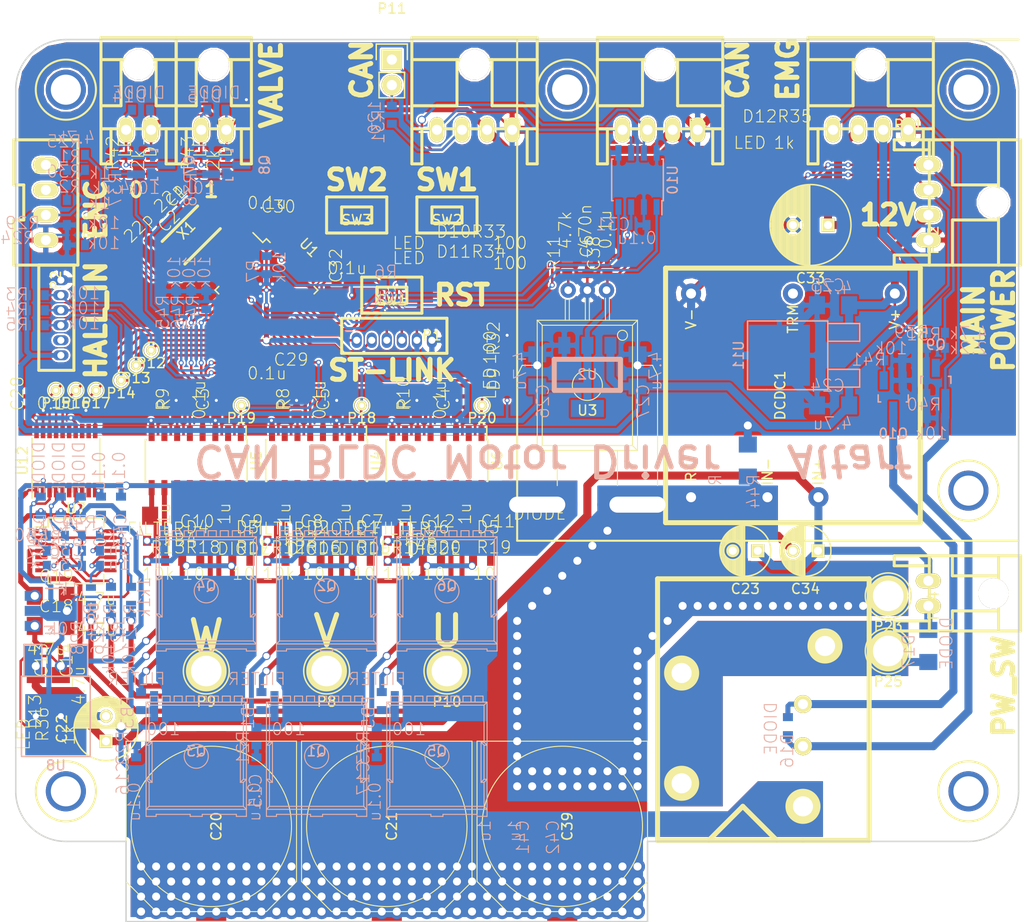
<source format=kicad_pcb>
(kicad_pcb (version 4) (host pcbnew 4.0.6)
  (layers (0 F.Cu signal) (31 B.Cu signal) (34 B.Paste user) (35 F.Paste user) (36 B.SilkS user) (37 F.SilkS user) (38 B.Mask user) (39 F.Mask user) (44 Edge.Cuts user))
  (net 0 "")
  (net 1 GND)
  (net 2 "Net-(C1-Pad2)")
  (net 3 "Net-(C2-Pad2)")
  (net 4 "Net-(C10-Pad1)")
  (net 5 +5V)
  (net 6 "Net-(FB1-Pad1)")
  (net 7 "Net-(FB1-Pad2)")
  (net 8 "Net-(FB2-Pad1)")
  (net 9 "Net-(FB2-Pad2)")
  (net 10 "Net-(FB3-Pad1)")
  (net 11 "Net-(FB3-Pad2)")
  (net 12 "Net-(FB4-Pad1)")
  (net 13 "Net-(FB4-Pad2)")
  (net 14 "Net-(FB5-Pad1)")
  (net 15 "Net-(FB5-Pad2)")
  (net 16 "Net-(FB6-Pad1)")
  (net 17 "Net-(FB6-Pad2)")
  (net 18 +BATT)
  (net 19 +3.3V)
  (net 20 /I_SENSE)
  (net 21 "Net-(C7-Pad1)")
  (net 22 /OUT_U)
  (net 23 "Net-(C8-Pad1)")
  (net 24 GNDPWR)
  (net 25 "Net-(C9-Pad1)")
  (net 26 /OUT_V)
  (net 27 "Net-(C11-Pad1)")
  (net 28 /OUT_W)
  (net 29 "Net-(C12-Pad1)")
  (net 30 /GD_12V)
  (net 31 "Net-(C15-Pad2)")
  (net 32 /PW_5V)
  (net 33 "Net-(D1-Pad2)")
  (net 34 "Net-(D2-Pad2)")
  (net 35 "Net-(D3-Pad2)")
  (net 36 "Net-(D4-Pad2)")
  (net 37 "Net-(D5-Pad2)")
  (net 38 "Net-(D6-Pad2)")
  (net 39 /SWCLK)
  (net 40 /SWDIO)
  (net 41 /USART_TX)
  (net 42 /USART_RX)
  (net 43 /HALL_0)
  (net 44 /HALL_1)
  (net 45 /HALL_2)
  (net 46 +12V)
  (net 47 /CAN_H)
  (net 48 /CAN_L)
  (net 49 /ENC_A)
  (net 50 /ENC_B)
  (net 51 /NRST)
  (net 52 /BOOT0)
  (net 53 "Net-(R8-Pad1)")
  (net 54 "Net-(R9-Pad1)")
  (net 55 "Net-(R10-Pad1)")
  (net 56 "Net-(R11-Pad1)")
  (net 57 /OUT_CENTER)
  (net 58 /PWM_U)
  (net 59 /PWM_V)
  (net 60 /PWM_W)
  (net 61 /COMP_W)
  (net 62 /COMP_V)
  (net 63 /COMP_U)
  (net 64 /CAN_RX)
  (net 65 /CAN_TX)
  (net 66 /EN_U)
  (net 67 /EN_V)
  (net 68 /EN_W)
  (net 69 "Net-(C16-Pad1)")
  (net 70 "Net-(C17-Pad1)")
  (net 71 "Net-(R24-Pad2)")
  (net 72 "Net-(R29-Pad2)")
  (net 73 "Net-(P11-Pad2)")
  (net 74 /SW1)
  (net 75 /SW2)
  (net 76 "Net-(D9-Pad2)")
  (net 77 /LED_A)
  (net 78 "Net-(D10-Pad2)")
  (net 79 /LED_B)
  (net 80 "Net-(D11-Pad2)")
  (net 81 "Net-(D12-Pad2)")
  (net 82 "Net-(D13-Pad2)")
  (net 83 "Net-(D14-Pad2)")
  (net 84 "Net-(D15-Pad2)")
  (net 85 /EMG)
  (net 86 "Net-(D16-Pad2)")
  (net 87 /VALVE_0)
  (net 88 /EMG_OUT)
  (net 89 /POWER_EN)
  (net 90 "Net-(C20-Pad2)")
  (net 91 /PW_PW)
  (net 92 "Net-(D17-Pad1)")
  (net 93 "Net-(D17-Pad2)")
  (net 94 "Net-(D7-Pad2)")
  (net 95 "Net-(D8-Pad2)")
  (net 96 /VALVE_1)
  (net 97 "Net-(D18-Pad2)")
  (net 98 "Net-(D19-Pad2)")
  (net 99 "Net-(D20-Pad2)")
  (net 100 "Net-(R48-Pad1)")
  (net 101 "Net-(R49-Pad1)")
  (net 102 "Net-(R50-Pad1)")
  (net 103 "Net-(C35-Pad2)")
  (net 104 "Net-(C36-Pad2)")
  (net 105 "Net-(C37-Pad2)")
  (module RP_KiCAD_Libs:MGS15 (layer F.Cu) (at 77.5 35.5 270)
    (fp_text reference DCDC1 (at 0 1.27 270) (layer F.SilkS))
    (fp_text value MGS15)
    (fp_text user RC (at 7.62 10.16 270) (layer F.SilkS))
    (fp_text user IN- (at 7.62 2.54 270) (layer F.SilkS))
    (fp_text user IN+ (at 7.62 -2.54 270) (layer F.SilkS))
    (fp_text user V- (at -7.62 10.16 270) (layer F.SilkS))
    (fp_text user TRM (at -7.62 0 270) (layer F.SilkS))
    (fp_text user V+ (at -7.62 -10.16 270) (layer F.SilkS))
    (pad 6 thru_hole circle (at 10.16 -2.54 270) (size 2 2) (drill 1) (layers *.Cu *.Mask) (net 91 /PW_PW))
    (pad 5 thru_hole circle (at 10.16 2.54 270) (size 2 2) (drill 1) (layers *.Cu *.Mask) (net 90 "Net-(C20-Pad2)"))
    (pad 4 thru_hole circle (at 10.16 10.16 270) (size 2 2) (drill 1) (layers *.Cu *.Mask) (net 90 "Net-(C20-Pad2)"))
    (pad 3 thru_hole circle (at -10.16 10.16 270) (size 2 2) (drill 1) (layers *.Cu *.Mask) (net 1 GND))
    (pad 2 thru_hole circle (at -10.16 0 270) (size 2 2) (drill 1) (layers *.Cu *.Mask))
    (pad 1 thru_hole circle (at -10.16 -10.16 270) (size 2 2) (drill 1) (layers *.Cu *.Mask) (net 46 +12V))
  )
  (module RP_KiCAD_Libs:C3216 (layer F.Cu) (at 2 65 270)
    (fp_text reference C13 (at -1.27 -1.27 270) (layer F.SilkS) (effects (font (size 1.2065 1.2065) (thickness 0.1016)) (justify left bottom)))
    (fp_text value 4.7u (at -3.5 1 360) (layer F.SilkS) (effects (font (size 1.2065 1.2065) (thickness 0.1016)) (justify left bottom)))
    (pad 1 smd rect (at -1.6 0 270) (size 1.6 1.8) (layers F.Cu F.Paste F.Mask) (net 91 /PW_PW))
    (pad 2 smd rect (at 1.6 0 270) (size 1.6 1.8) (layers F.Cu F.Paste F.Mask) (net 24 GNDPWR))
  )
  (module RP_KiCAD_Libs:C1608_WP (layer F.Cu) (at 16.5 17 45)
    (fp_text reference C1 (at -0.635 -0.635 45) (layer F.SilkS) (effects (font (size 1.2065 1.2065) (thickness 0.1016)) (justify left bottom)))
    (fp_text value 22p (at -1.767767 -1.06066 45) (layer F.SilkS) (effects (font (size 1.2065 1.2065) (thickness 0.1016)) (justify left bottom)))
    (pad 1 smd rect (at -0.9 0 45) (size 0.8 1) (layers F.Cu F.Paste F.Mask) (net 1 GND))
    (pad 2 smd rect (at 0.9 0 45) (size 0.8 1) (layers F.Cu F.Paste F.Mask) (net 2 "Net-(C1-Pad2)"))
  )
  (module RP_KiCAD_Libs:C1608_WP (layer F.Cu) (at 14 19.5 225)
    (fp_text reference C2 (at -0.635 -0.635 225) (layer F.SilkS) (effects (font (size 1.2065 1.2065) (thickness 0.1016)) (justify left bottom)))
    (fp_text value 22p (at 2.474874 1.06066 225) (layer F.SilkS) (effects (font (size 1.2065 1.2065) (thickness 0.1016)) (justify left bottom)))
    (pad 1 smd rect (at -0.9 0 225) (size 0.8 1) (layers F.Cu F.Paste F.Mask) (net 1 GND))
    (pad 2 smd rect (at 0.9 0 225) (size 0.8 1) (layers F.Cu F.Paste F.Mask) (net 3 "Net-(C2-Pad2)"))
  )
  (module RP_KiCAD_Libs:C1608_WP (layer F.Cu) (at 20 36.5 90)
    (fp_text reference C3 (at -0.635 -0.635 90) (layer F.SilkS) (effects (font (size 1.2065 1.2065) (thickness 0.1016)) (justify left bottom)))
    (fp_text value 0.1u (at -1.5 -1 90) (layer F.SilkS) (effects (font (size 1.2065 1.2065) (thickness 0.1016)) (justify left bottom)))
    (pad 1 smd rect (at -0.9 0 90) (size 0.8 1) (layers F.Cu F.Paste F.Mask) (net 19 +3.3V))
    (pad 2 smd rect (at 0.9 0 90) (size 0.8 1) (layers F.Cu F.Paste F.Mask) (net 1 GND))
  )
  (module RP_KiCAD_Libs:C1608_WP (layer F.Cu) (at 44 36.5 90)
    (fp_text reference C4 (at -0.635 -0.635 90) (layer F.SilkS) (effects (font (size 1.2065 1.2065) (thickness 0.1016)) (justify left bottom)))
    (fp_text value 0.1u (at -1.5 -1 90) (layer F.SilkS) (effects (font (size 1.2065 1.2065) (thickness 0.1016)) (justify left bottom)))
    (pad 1 smd rect (at -0.9 0 90) (size 0.8 1) (layers F.Cu F.Paste F.Mask) (net 19 +3.3V))
    (pad 2 smd rect (at 0.9 0 90) (size 0.8 1) (layers F.Cu F.Paste F.Mask) (net 1 GND))
  )
  (module RP_KiCAD_Libs:C3216 (layer F.Cu) (at 33 47.5 180)
    (fp_text reference C7 (at -1.27 -1.27 180) (layer F.SilkS) (effects (font (size 1.2065 1.2065) (thickness 0.1016)) (justify left bottom)))
    (fp_text value 1u (at -0.5 -1 270) (layer F.SilkS) (effects (font (size 1.2065 1.2065) (thickness 0.1016)) (justify left bottom)))
    (pad 1 smd rect (at -1.6 0 180) (size 1.6 1.8) (layers F.Cu F.Paste F.Mask) (net 21 "Net-(C7-Pad1)"))
    (pad 2 smd rect (at 1.6 0 180) (size 1.6 1.8) (layers F.Cu F.Paste F.Mask) (net 26 /OUT_V))
  )
  (module RP_KiCAD_Libs:C3216 (layer F.Cu) (at 27 47.5 180)
    (fp_text reference C8 (at -1.27 -1.27 180) (layer F.SilkS) (effects (font (size 1.2065 1.2065) (thickness 0.1016)) (justify left bottom)))
    (fp_text value 1u (at -0.5 -1 270) (layer F.SilkS) (effects (font (size 1.2065 1.2065) (thickness 0.1016)) (justify left bottom)))
    (pad 1 smd rect (at -1.6 0 180) (size 1.6 1.8) (layers F.Cu F.Paste F.Mask) (net 23 "Net-(C8-Pad1)"))
    (pad 2 smd rect (at 1.6 0 180) (size 1.6 1.8) (layers F.Cu F.Paste F.Mask) (net 24 GNDPWR))
  )
  (module RP_KiCAD_Libs:C3216 (layer F.Cu) (at 4.5 65 270)
    (fp_text reference C14 (at -1.27 -1.27 270) (layer F.SilkS) (effects (font (size 1.2065 1.2065) (thickness 0.1016)) (justify left bottom)))
    (fp_text value 4.7u (at 1.5 -2.5 450) (layer F.SilkS) (effects (font (size 1.2065 1.2065) (thickness 0.1016)) (justify left bottom)))
    (pad 1 smd rect (at -1.6 0 270) (size 1.6 1.8) (layers F.Cu F.Paste F.Mask) (net 30 /GD_12V))
    (pad 2 smd rect (at 1.6 0 270) (size 1.6 1.8) (layers F.Cu F.Paste F.Mask) (net 24 GNDPWR))
  )
  (module RP_KiCAD_Libs:C1608_WP (layer B.Cu) (at 36 72.5 270)
    (fp_text reference C17 (at -0.635 0.635 270) (layer B.SilkS) (effects (font (size 1.2065 1.2065) (thickness 0.1016)) (justify left bottom mirror)))
    (fp_text value 0.1u (at 1.5 -0.5 270) (layer B.SilkS) (effects (font (size 1.2065 1.2065) (thickness 0.1016)) (justify left bottom mirror)))
    (pad 1 smd rect (at -0.9 0 270) (size 0.8 1) (layers B.Cu B.Paste B.Mask) (net 70 "Net-(C17-Pad1)"))
    (pad 2 smd rect (at 0.9 0 270) (size 0.8 1) (layers B.Cu B.Paste B.Mask) (net 18 +BATT))
  )
  (module RP_KiCAD_Libs:C3216 (layer F.Cu) (at 3.5 58.5)
    (fp_text reference C18 (at -1.27 -1.27) (layer F.SilkS) (effects (font (size 1.2065 1.2065) (thickness 0.1016)) (justify left bottom)))
    (fp_text value 4.7u (at 2.5 1 180) (layer F.SilkS) (effects (font (size 1.2065 1.2065) (thickness 0.1016)) (justify left bottom)))
    (pad 1 smd rect (at -1.6 0) (size 1.6 1.8) (layers F.Cu F.Paste F.Mask) (net 30 /GD_12V))
    (pad 2 smd rect (at 1.6 0) (size 1.6 1.8) (layers F.Cu F.Paste F.Mask) (net 24 GNDPWR))
  )
  (module RP_KiCAD_Libs:C1608_WP (layer B.Cu) (at 24.5 66 270)
    (fp_text reference FB1 (at -0.635 0.635 270) (layer B.SilkS) (effects (font (size 1.2065 1.2065) (thickness 0.1016)) (justify left bottom mirror)))
    (fp_text value FILTER (at -1.5 -2.5 540) (layer B.SilkS) (effects (font (size 1.2065 1.2065) (thickness 0.1016)) (justify left bottom mirror)))
    (pad 1 smd rect (at -0.9 0 270) (size 0.8 1) (layers B.Cu B.Paste B.Mask) (net 6 "Net-(FB1-Pad1)"))
    (pad 2 smd rect (at 0.9 0 270) (size 0.8 1) (layers B.Cu B.Paste B.Mask) (net 7 "Net-(FB1-Pad2)"))
  )
  (module RP_KiCAD_Libs:C1608_WP (layer F.Cu) (at 26 50 180)
    (fp_text reference FB2 (at -0.635 -0.635 180) (layer F.SilkS) (effects (font (size 1.2065 1.2065) (thickness 0.1016)) (justify left bottom)))
    (fp_text value FILTER (at 3 0.5 180) (layer F.SilkS) (effects (font (size 1.2065 1.2065) (thickness 0.1016)) (justify left bottom)))
    (pad 1 smd rect (at -0.9 0 180) (size 0.8 1) (layers F.Cu F.Paste F.Mask) (net 8 "Net-(FB2-Pad1)"))
    (pad 2 smd rect (at 0.9 0 180) (size 0.8 1) (layers F.Cu F.Paste F.Mask) (net 9 "Net-(FB2-Pad2)"))
  )
  (module RP_KiCAD_Libs:C1608_WP (layer B.Cu) (at 12.5 66 270)
    (fp_text reference FB3 (at -0.635 0.635 270) (layer B.SilkS) (effects (font (size 1.2065 1.2065) (thickness 0.1016)) (justify left bottom mirror)))
    (fp_text value FILTER (at -1.5 -2.5 360) (layer B.SilkS) (effects (font (size 1.2065 1.2065) (thickness 0.1016)) (justify left bottom mirror)))
    (pad 1 smd rect (at -0.9 0 270) (size 0.8 1) (layers B.Cu B.Paste B.Mask) (net 10 "Net-(FB3-Pad1)"))
    (pad 2 smd rect (at 0.9 0 270) (size 0.8 1) (layers B.Cu B.Paste B.Mask) (net 11 "Net-(FB3-Pad2)"))
  )
  (module RP_KiCAD_Libs:C1608_WP (layer F.Cu) (at 14 50 180)
    (fp_text reference FB4 (at -0.635 -0.635 180) (layer F.SilkS) (effects (font (size 1.2065 1.2065) (thickness 0.1016)) (justify left bottom)))
    (fp_text value FILTER (at 3 0.5 180) (layer F.SilkS) (effects (font (size 1.2065 1.2065) (thickness 0.1016)) (justify left bottom)))
    (pad 1 smd rect (at -0.9 0 180) (size 0.8 1) (layers F.Cu F.Paste F.Mask) (net 12 "Net-(FB4-Pad1)"))
    (pad 2 smd rect (at 0.9 0 180) (size 0.8 1) (layers F.Cu F.Paste F.Mask) (net 13 "Net-(FB4-Pad2)"))
  )
  (module RP_KiCAD_Libs:C1608_WP (layer B.Cu) (at 36.5 66 270)
    (fp_text reference FB5 (at -0.635 0.635 270) (layer B.SilkS) (effects (font (size 1.2065 1.2065) (thickness 0.1016)) (justify left bottom mirror)))
    (fp_text value FILTER (at -1.5 -2.5 360) (layer B.SilkS) (effects (font (size 1.2065 1.2065) (thickness 0.1016)) (justify left bottom mirror)))
    (pad 1 smd rect (at -0.9 0 270) (size 0.8 1) (layers B.Cu B.Paste B.Mask) (net 14 "Net-(FB5-Pad1)"))
    (pad 2 smd rect (at 0.9 0 270) (size 0.8 1) (layers B.Cu B.Paste B.Mask) (net 15 "Net-(FB5-Pad2)"))
  )
  (module RP_KiCAD_Libs:C1608_WP (layer F.Cu) (at 38 50 180)
    (fp_text reference FB6 (at -0.635 -0.635 180) (layer F.SilkS) (effects (font (size 1.2065 1.2065) (thickness 0.1016)) (justify left bottom)))
    (fp_text value FILTER (at 2.5 0.5 180) (layer F.SilkS) (effects (font (size 1.2065 1.2065) (thickness 0.1016)) (justify left bottom)))
    (pad 1 smd rect (at -0.9 0 180) (size 0.8 1) (layers F.Cu F.Paste F.Mask) (net 16 "Net-(FB6-Pad1)"))
    (pad 2 smd rect (at 0.9 0 180) (size 0.8 1) (layers F.Cu F.Paste F.Mask) (net 17 "Net-(FB6-Pad2)"))
  )
  (module RP_KiCAD_Libs:C1608_WP (layer B.Cu) (at 6 13 180)
    (fp_text reference R1 (at -0.635 0.635 180) (layer B.SilkS) (effects (font (size 1.2065 1.2065) (thickness 0.1016)) (justify left bottom mirror)))
    (fp_text value 1k (at -3.5 -1 180) (layer B.SilkS) (effects (font (size 1.2065 1.2065) (thickness 0.1016)) (justify left bottom mirror)))
    (pad 1 smd rect (at -0.9 0 180) (size 0.8 1) (layers B.Cu B.Paste B.Mask) (net 5 +5V))
    (pad 2 smd rect (at 0.9 0 180) (size 0.8 1) (layers B.Cu B.Paste B.Mask) (net 50 /ENC_B))
  )
  (module RP_KiCAD_Libs:C1608_WP (layer B.Cu) (at 6 16 180)
    (fp_text reference R2 (at -0.635 0.635 180) (layer B.SilkS) (effects (font (size 1.2065 1.2065) (thickness 0.1016)) (justify left bottom mirror)))
    (fp_text value 1k (at -3.5 -1 180) (layer B.SilkS) (effects (font (size 1.2065 1.2065) (thickness 0.1016)) (justify left bottom mirror)))
    (pad 1 smd rect (at -0.9 0 180) (size 0.8 1) (layers B.Cu B.Paste B.Mask) (net 5 +5V))
    (pad 2 smd rect (at 0.9 0 180) (size 0.8 1) (layers B.Cu B.Paste B.Mask) (net 49 /ENC_A))
  )
  (module RP_KiCAD_Libs:C1608_WP (layer B.Cu) (at 2 25.5)
    (fp_text reference R3 (at -0.635 0.635) (layer B.SilkS) (effects (font (size 1.2065 1.2065) (thickness 0.1016)) (justify left bottom mirror)))
    (fp_text value 10k (at 6.5 0.5) (layer B.SilkS) (effects (font (size 1.2065 1.2065) (thickness 0.1016)) (justify left bottom mirror)))
    (pad 1 smd rect (at -0.9 0) (size 0.8 1) (layers B.Cu B.Paste B.Mask) (net 5 +5V))
    (pad 2 smd rect (at 0.9 0) (size 0.8 1) (layers B.Cu B.Paste B.Mask) (net 43 /HALL_0))
  )
  (module RP_KiCAD_Libs:C1608_WP (layer B.Cu) (at 2 27)
    (fp_text reference R4 (at -0.635 0.635) (layer B.SilkS) (effects (font (size 1.2065 1.2065) (thickness 0.1016)) (justify left bottom mirror)))
    (fp_text value 10k (at 6.5 0.5) (layer B.SilkS) (effects (font (size 1.2065 1.2065) (thickness 0.1016)) (justify left bottom mirror)))
    (pad 1 smd rect (at -0.9 0) (size 0.8 1) (layers B.Cu B.Paste B.Mask) (net 5 +5V))
    (pad 2 smd rect (at 0.9 0) (size 0.8 1) (layers B.Cu B.Paste B.Mask) (net 44 /HALL_1))
  )
  (module RP_KiCAD_Libs:C1608_WP (layer B.Cu) (at 2 28.5)
    (fp_text reference R5 (at -0.635 0.635) (layer B.SilkS) (effects (font (size 1.2065 1.2065) (thickness 0.1016)) (justify left bottom mirror)))
    (fp_text value 10k (at 6.5 0.5) (layer B.SilkS) (effects (font (size 1.2065 1.2065) (thickness 0.1016)) (justify left bottom mirror)))
    (pad 1 smd rect (at -0.9 0) (size 0.8 1) (layers B.Cu B.Paste B.Mask) (net 5 +5V))
    (pad 2 smd rect (at 0.9 0) (size 0.8 1) (layers B.Cu B.Paste B.Mask) (net 45 /HALL_2))
  )
  (module RP_KiCAD_Libs:C1608_WP (layer B.Cu) (at 37.5 24.5 180)
    (fp_text reference R6 (at -0.635 0.635 180) (layer B.SilkS) (effects (font (size 1.2065 1.2065) (thickness 0.1016)) (justify left bottom mirror)))
    (fp_text value 10k (at -1.5 -2 180) (layer B.SilkS) (effects (font (size 1.2065 1.2065) (thickness 0.1016)) (justify left bottom mirror)))
    (pad 1 smd rect (at -0.9 0 180) (size 0.8 1) (layers B.Cu B.Paste B.Mask) (net 19 +3.3V))
    (pad 2 smd rect (at 0.9 0 180) (size 0.8 1) (layers B.Cu B.Paste B.Mask) (net 51 /NRST))
  )
  (module RP_KiCAD_Libs:C1608_WP (layer B.Cu) (at 25 22.5 270)
    (fp_text reference R7 (at -0.635 0.635 270) (layer B.SilkS) (effects (font (size 1.2065 1.2065) (thickness 0.1016)) (justify left bottom mirror)))
    (fp_text value 10k (at -1.5 -2 270) (layer B.SilkS) (effects (font (size 1.2065 1.2065) (thickness 0.1016)) (justify left bottom mirror)))
    (pad 1 smd rect (at -0.9 0 270) (size 0.8 1) (layers B.Cu B.Paste B.Mask) (net 52 /BOOT0))
    (pad 2 smd rect (at 0.9 0 270) (size 0.8 1) (layers B.Cu B.Paste B.Mask) (net 1 GND))
  )
  (module RP_KiCAD_Libs:C1608_WP (layer F.Cu) (at 28 36.5 90)
    (fp_text reference R8 (at -0.635 -0.635 90) (layer F.SilkS) (effects (font (size 1.2065 1.2065) (thickness 0.1016)) (justify left bottom)))
    (fp_text value R (at -0.5 -0.5 90) (layer F.SilkS) (effects (font (size 1.2065 1.2065) (thickness 0.1016)) (justify left bottom)))
    (pad 1 smd rect (at -0.9 0 90) (size 0.8 1) (layers F.Cu F.Paste F.Mask) (net 53 "Net-(R8-Pad1)"))
    (pad 2 smd rect (at 0.9 0 90) (size 0.8 1) (layers F.Cu F.Paste F.Mask) (net 1 GND))
  )
  (module RP_KiCAD_Libs:C1608_WP (layer F.Cu) (at 16 36.5 90)
    (fp_text reference R9 (at -0.635 -0.635 90) (layer F.SilkS) (effects (font (size 1.2065 1.2065) (thickness 0.1016)) (justify left bottom)))
    (fp_text value R (at -0.5 -0.5 90) (layer F.SilkS) (effects (font (size 1.2065 1.2065) (thickness 0.1016)) (justify left bottom)))
    (pad 1 smd rect (at -0.9 0 90) (size 0.8 1) (layers F.Cu F.Paste F.Mask) (net 54 "Net-(R9-Pad1)"))
    (pad 2 smd rect (at 0.9 0 90) (size 0.8 1) (layers F.Cu F.Paste F.Mask) (net 1 GND))
  )
  (module RP_KiCAD_Libs:C1608_WP (layer F.Cu) (at 40 36.5 90)
    (fp_text reference R10 (at -0.635 -0.635 90) (layer F.SilkS) (effects (font (size 1.2065 1.2065) (thickness 0.1016)) (justify left bottom)))
    (fp_text value R (at -0.5 -0.5 90) (layer F.SilkS) (effects (font (size 1.2065 1.2065) (thickness 0.1016)) (justify left bottom)))
    (pad 1 smd rect (at -0.9 0 90) (size 0.8 1) (layers F.Cu F.Paste F.Mask) (net 55 "Net-(R10-Pad1)"))
    (pad 2 smd rect (at 0.9 0 90) (size 0.8 1) (layers F.Cu F.Paste F.Mask) (net 1 GND))
  )
  (module RP_KiCAD_Libs:C1608_WP (layer F.Cu) (at 55 22.5 90)
    (fp_text reference R11 (at -0.635 -0.635 90) (layer F.SilkS) (effects (font (size 1.2065 1.2065) (thickness 0.1016)) (justify left bottom)))
    (fp_text value 4.7k (at 1.5 0.5 90) (layer F.SilkS) (effects (font (size 1.2065 1.2065) (thickness 0.1016)) (justify left bottom)))
    (pad 1 smd rect (at -0.9 0 90) (size 0.8 1) (layers F.Cu F.Paste F.Mask) (net 56 "Net-(R11-Pad1)"))
    (pad 2 smd rect (at 0.9 0 90) (size 0.8 1) (layers F.Cu F.Paste F.Mask) (net 20 /I_SENSE))
  )
  (module RP_KiCAD_Libs:C1608_WP (layer F.Cu) (at 26 52)
    (fp_text reference R12 (at -0.635 -0.635) (layer F.SilkS) (effects (font (size 1.2065 1.2065) (thickness 0.1016)) (justify left bottom)))
    (fp_text value 10k (at -1.5 2) (layer F.SilkS) (effects (font (size 1.2065 1.2065) (thickness 0.1016)) (justify left bottom)))
    (pad 1 smd rect (at -0.9 0) (size 0.8 1) (layers F.Cu F.Paste F.Mask) (net 24 GNDPWR))
    (pad 2 smd rect (at 0.9 0) (size 0.8 1) (layers F.Cu F.Paste F.Mask) (net 8 "Net-(FB2-Pad1)"))
  )
  (module Crystals:ABM3_2pads (layer F.Cu) (at 17.5 19.5 225)
    (fp_text reference X1 (at 0 0.7 225) (layer F.SilkS))
    (fp_text value CRYSTAL)
    (pad 1 smd rect (at -2.2 0 225) (size 1.8 2.6) (layers F.Cu F.Paste F.Mask) (net 2 "Net-(C1-Pad2)"))
    (pad 2 smd rect (at 2.2 0 225) (size 1.8 2.6) (layers F.Cu F.Paste F.Mask) (net 3 "Net-(C2-Pad2)"))
  )
  (module RP_KiCAD_Libs:C1608_WP (layer F.Cu) (at 14 52)
    (fp_text reference R13 (at -0.635 -0.635) (layer F.SilkS) (effects (font (size 1.2065 1.2065) (thickness 0.1016)) (justify left bottom)))
    (fp_text value 10k (at -1.5 2) (layer F.SilkS) (effects (font (size 1.2065 1.2065) (thickness 0.1016)) (justify left bottom)))
    (pad 1 smd rect (at -0.9 0) (size 0.8 1) (layers F.Cu F.Paste F.Mask) (net 24 GNDPWR))
    (pad 2 smd rect (at 0.9 0) (size 0.8 1) (layers F.Cu F.Paste F.Mask) (net 12 "Net-(FB4-Pad1)"))
  )
  (module RP_KiCAD_Libs:C1608_WP (layer F.Cu) (at 38 52)
    (fp_text reference R14 (at -0.635 -0.635) (layer F.SilkS) (effects (font (size 1.2065 1.2065) (thickness 0.1016)) (justify left bottom)))
    (fp_text value 10k (at -1.5 2) (layer F.SilkS) (effects (font (size 1.2065 1.2065) (thickness 0.1016)) (justify left bottom)))
    (pad 1 smd rect (at -0.9 0) (size 0.8 1) (layers F.Cu F.Paste F.Mask) (net 24 GNDPWR))
    (pad 2 smd rect (at 0.9 0) (size 0.8 1) (layers F.Cu F.Paste F.Mask) (net 16 "Net-(FB6-Pad1)"))
  )
  (module RP_KiCAD_Libs:C1608_WP (layer B.Cu) (at 24 72.5 90)
    (fp_text reference C15 (at -0.635 0.635 90) (layer B.SilkS) (effects (font (size 1.2065 1.2065) (thickness 0.1016)) (justify left bottom mirror)))
    (fp_text value 0.1u (at -1.5 0.5 90) (layer B.SilkS) (effects (font (size 1.2065 1.2065) (thickness 0.1016)) (justify left bottom mirror)))
    (pad 1 smd rect (at -0.9 0 90) (size 0.8 1) (layers B.Cu B.Paste B.Mask) (net 18 +BATT))
    (pad 2 smd rect (at 0.9 0 90) (size 0.8 1) (layers B.Cu B.Paste B.Mask) (net 31 "Net-(C15-Pad2)"))
  )
  (module RP_KiCAD_Libs:C1608_WP (layer B.Cu) (at 12 72.5 270)
    (fp_text reference C16 (at -0.635 0.635 270) (layer B.SilkS) (effects (font (size 1.2065 1.2065) (thickness 0.1016)) (justify left bottom mirror)))
    (fp_text value 0.1u (at 1.5 -0.5 270) (layer B.SilkS) (effects (font (size 1.2065 1.2065) (thickness 0.1016)) (justify left bottom mirror)))
    (pad 1 smd rect (at -0.9 0 270) (size 0.8 1) (layers B.Cu B.Paste B.Mask) (net 69 "Net-(C16-Pad1)"))
    (pad 2 smd rect (at 0.9 0 270) (size 0.8 1) (layers B.Cu B.Paste B.Mask) (net 18 +BATT))
  )
  (module RP_KiCAD_Libs:C1608_WP (layer F.Cu) (at 32 36.5 90)
    (fp_text reference C5 (at -0.635 -0.635 90) (layer F.SilkS) (effects (font (size 1.2065 1.2065) (thickness 0.1016)) (justify left bottom)))
    (fp_text value 0.1u (at -1.5 -1 90) (layer F.SilkS) (effects (font (size 1.2065 1.2065) (thickness 0.1016)) (justify left bottom)))
    (pad 1 smd rect (at -0.9 0 90) (size 0.8 1) (layers F.Cu F.Paste F.Mask) (net 19 +3.3V))
    (pad 2 smd rect (at 0.9 0 90) (size 0.8 1) (layers F.Cu F.Paste F.Mask) (net 1 GND))
  )
  (module RP_KiCAD_Libs:C1608_WP (layer F.Cu) (at 57 22.5 270)
    (fp_text reference C6 (at -0.635 -0.635 270) (layer F.SilkS) (effects (font (size 1.2065 1.2065) (thickness 0.1016)) (justify left bottom)))
    (fp_text value 470n (at -1.5 -0.5 270) (layer F.SilkS) (effects (font (size 1.2065 1.2065) (thickness 0.1016)) (justify left bottom)))
    (pad 1 smd rect (at -0.9 0 270) (size 0.8 1) (layers F.Cu F.Paste F.Mask) (net 20 /I_SENSE))
    (pad 2 smd rect (at 0.9 0 270) (size 0.8 1) (layers F.Cu F.Paste F.Mask) (net 1 GND))
  )
  (module RP_KiCAD_Libs:C3216 (layer F.Cu) (at 21 47.5 180)
    (fp_text reference C9 (at -1.27 -1.27 180) (layer F.SilkS) (effects (font (size 1.2065 1.2065) (thickness 0.1016)) (justify left bottom)))
    (fp_text value 1u (at -0.5 -1 270) (layer F.SilkS) (effects (font (size 1.2065 1.2065) (thickness 0.1016)) (justify left bottom)))
    (pad 1 smd rect (at -1.6 0 180) (size 1.6 1.8) (layers F.Cu F.Paste F.Mask) (net 25 "Net-(C9-Pad1)"))
    (pad 2 smd rect (at 1.6 0 180) (size 1.6 1.8) (layers F.Cu F.Paste F.Mask) (net 28 /OUT_W))
  )
  (module RP_KiCAD_Libs:C3216 (layer F.Cu) (at 15 47.5 180)
    (fp_text reference C10 (at -1.27 -1.27 180) (layer F.SilkS) (effects (font (size 1.2065 1.2065) (thickness 0.1016)) (justify left bottom)))
    (fp_text value 1u (at -0.5 -1 270) (layer F.SilkS) (effects (font (size 1.2065 1.2065) (thickness 0.1016)) (justify left bottom)))
    (pad 1 smd rect (at -1.6 0 180) (size 1.6 1.8) (layers F.Cu F.Paste F.Mask) (net 4 "Net-(C10-Pad1)"))
    (pad 2 smd rect (at 1.6 0 180) (size 1.6 1.8) (layers F.Cu F.Paste F.Mask) (net 24 GNDPWR))
  )
  (module RP_KiCAD_Libs:C3216 (layer F.Cu) (at 45 47.5 180)
    (fp_text reference C11 (at -1.27 -1.27 180) (layer F.SilkS) (effects (font (size 1.2065 1.2065) (thickness 0.1016)) (justify left bottom)))
    (fp_text value 1u (at -0.5 -1 270) (layer F.SilkS) (effects (font (size 1.2065 1.2065) (thickness 0.1016)) (justify left bottom)))
    (pad 1 smd rect (at -1.6 0 180) (size 1.6 1.8) (layers F.Cu F.Paste F.Mask) (net 27 "Net-(C11-Pad1)"))
    (pad 2 smd rect (at 1.6 0 180) (size 1.6 1.8) (layers F.Cu F.Paste F.Mask) (net 22 /OUT_U))
  )
  (module RP_KiCAD_Libs:C3216 (layer F.Cu) (at 39 47.5 180)
    (fp_text reference C12 (at -1.27 -1.27 180) (layer F.SilkS) (effects (font (size 1.2065 1.2065) (thickness 0.1016)) (justify left bottom)))
    (fp_text value 1u (at -0.5 -1 270) (layer F.SilkS) (effects (font (size 1.2065 1.2065) (thickness 0.1016)) (justify left bottom)))
    (pad 1 smd rect (at -1.6 0 180) (size 1.6 1.8) (layers F.Cu F.Paste F.Mask) (net 29 "Net-(C12-Pad1)"))
    (pad 2 smd rect (at 1.6 0 180) (size 1.6 1.8) (layers F.Cu F.Paste F.Mask) (net 24 GNDPWR))
  )
  (module RP_KiCAD_Libs:C3216 (layer F.Cu) (at 3.5 55.5)
    (fp_text reference C19 (at -1.27 -1.27) (layer F.SilkS) (effects (font (size 1.2065 1.2065) (thickness 0.1016)) (justify left bottom)))
    (fp_text value 4.7u (at 2.5 1 180) (layer F.SilkS) (effects (font (size 1.2065 1.2065) (thickness 0.1016)) (justify left bottom)))
    (pad 1 smd rect (at -1.6 0) (size 1.6 1.8) (layers F.Cu F.Paste F.Mask) (net 32 /PW_5V))
    (pad 2 smd rect (at 1.6 0) (size 1.6 1.8) (layers F.Cu F.Paste F.Mask) (net 24 GNDPWR))
  )
  (module RP_KiCAD_Libs:C1608_WP (layer F.Cu) (at 34.5 50)
    (fp_text reference D1 (at -0.635 -0.635) (layer F.SilkS) (effects (font (size 1.2065 1.2065) (thickness 0.1016)) (justify left bottom)))
    (fp_text value DIODE (at -5 -0.5) (layer F.SilkS) (effects (font (size 1.2065 1.2065) (thickness 0.1016)) (justify left bottom)))
    (pad 1 smd rect (at -0.9 0) (size 0.8 1) (layers F.Cu F.Paste F.Mask) (net 21 "Net-(C7-Pad1)"))
    (pad 2 smd rect (at 0.9 0) (size 0.8 1) (layers F.Cu F.Paste F.Mask) (net 33 "Net-(D1-Pad2)"))
  )
  (module RP_KiCAD_Libs:C1608_WP (layer F.Cu) (at 29.5 50)
    (fp_text reference D2 (at -0.635 -0.635) (layer F.SilkS) (effects (font (size 1.2065 1.2065) (thickness 0.1016)) (justify left bottom)))
    (fp_text value DIODE (at -2.5 1.5) (layer F.SilkS) (effects (font (size 1.2065 1.2065) (thickness 0.1016)) (justify left bottom)))
    (pad 1 smd rect (at -0.9 0) (size 0.8 1) (layers F.Cu F.Paste F.Mask) (net 23 "Net-(C8-Pad1)"))
    (pad 2 smd rect (at 0.9 0) (size 0.8 1) (layers F.Cu F.Paste F.Mask) (net 34 "Net-(D2-Pad2)"))
  )
  (module RP_KiCAD_Libs:C1608_WP (layer F.Cu) (at 22.5 50)
    (fp_text reference D3 (at -0.635 -0.635) (layer F.SilkS) (effects (font (size 1.2065 1.2065) (thickness 0.1016)) (justify left bottom)))
    (fp_text value DIODE (at 9.5 1.5) (layer F.SilkS) (effects (font (size 1.2065 1.2065) (thickness 0.1016)) (justify left bottom)))
    (pad 1 smd rect (at -0.9 0) (size 0.8 1) (layers F.Cu F.Paste F.Mask) (net 25 "Net-(C9-Pad1)"))
    (pad 2 smd rect (at 0.9 0) (size 0.8 1) (layers F.Cu F.Paste F.Mask) (net 35 "Net-(D3-Pad2)"))
  )
  (module RP_KiCAD_Libs:C1608_WP (layer F.Cu) (at 17.5 50)
    (fp_text reference D4 (at -0.635 -0.635) (layer F.SilkS) (effects (font (size 1.2065 1.2065) (thickness 0.1016)) (justify left bottom)))
    (fp_text value DIODE (at 2.5 1.5) (layer F.SilkS) (effects (font (size 1.2065 1.2065) (thickness 0.1016)) (justify left bottom)))
    (pad 1 smd rect (at -0.9 0) (size 0.8 1) (layers F.Cu F.Paste F.Mask) (net 4 "Net-(C10-Pad1)"))
    (pad 2 smd rect (at 0.9 0) (size 0.8 1) (layers F.Cu F.Paste F.Mask) (net 36 "Net-(D4-Pad2)"))
  )
  (module RP_KiCAD_Libs:C1608_WP (layer F.Cu) (at 46.5 50)
    (fp_text reference D5 (at -0.635 -0.635) (layer F.SilkS) (effects (font (size 1.2065 1.2065) (thickness 0.1016)) (justify left bottom)))
    (fp_text value DIODE (at 3 -2) (layer F.SilkS) (effects (font (size 1.2065 1.2065) (thickness 0.1016)) (justify left bottom)))
    (pad 1 smd rect (at -0.9 0) (size 0.8 1) (layers F.Cu F.Paste F.Mask) (net 27 "Net-(C11-Pad1)"))
    (pad 2 smd rect (at 0.9 0) (size 0.8 1) (layers F.Cu F.Paste F.Mask) (net 37 "Net-(D5-Pad2)"))
  )
  (module RP_KiCAD_Libs:C1608_WP (layer F.Cu) (at 41.5 50)
    (fp_text reference D6 (at -0.635 -0.635) (layer F.SilkS) (effects (font (size 1.2065 1.2065) (thickness 0.1016)) (justify left bottom)))
    (fp_text value DIODE (at -2.5 1.5) (layer F.SilkS) (effects (font (size 1.2065 1.2065) (thickness 0.1016)) (justify left bottom)))
    (pad 1 smd rect (at -0.9 0) (size 0.8 1) (layers F.Cu F.Paste F.Mask) (net 29 "Net-(C12-Pad1)"))
    (pad 2 smd rect (at 0.9 0) (size 0.8 1) (layers F.Cu F.Paste F.Mask) (net 38 "Net-(D6-Pad2)"))
  )
  (module RP_KiCAD_Connector:ZH_6T (layer F.Cu) (at 41.5 30 180)
    (fp_text reference P1 (at 0 0.5 180) (layer F.SilkS))
    (fp_text value CONN_01X06)
    (pad 1 thru_hole oval (at 0 0 180) (size 1 1.524) (drill 0.7) (layers *.Cu *.Mask) (net 1 GND))
    (pad 2 thru_hole oval (at 1.5 0 180) (size 1 1.524) (drill 0.7) (layers *.Cu *.Mask) (net 19 +3.3V))
    (pad 3 thru_hole oval (at 3 0 180) (size 1 1.524) (drill 0.7) (layers *.Cu *.Mask) (net 39 /SWCLK))
    (pad 4 thru_hole oval (at 4.5 0 180) (size 1 1.524) (drill 0.7) (layers *.Cu *.Mask) (net 40 /SWDIO))
    (pad 5 thru_hole oval (at 6 0 180) (size 1 1.524) (drill 0.7) (layers *.Cu *.Mask) (net 41 /USART_TX))
    (pad 6 thru_hole oval (at 7.5 0 180) (size 1 1.524) (drill 0.7) (layers *.Cu *.Mask) (net 42 /USART_RX))
  )
  (module RP_KiCAD_Connector:ZH_6T (layer F.Cu) (at 4.5 24 270)
    (fp_text reference P2 (at 0 0.5 270) (layer F.SilkS))
    (fp_text value CONN_01X06)
    (pad 1 thru_hole oval (at 0 0 270) (size 1 1.524) (drill 0.7) (layers *.Cu *.Mask) (net 1 GND))
    (pad 2 thru_hole oval (at 1.5 0 270) (size 1 1.524) (drill 0.7) (layers *.Cu *.Mask) (net 43 /HALL_0))
    (pad 3 thru_hole oval (at 3 0 270) (size 1 1.524) (drill 0.7) (layers *.Cu *.Mask) (net 44 /HALL_1))
    (pad 4 thru_hole oval (at 4.5 0 270) (size 1 1.524) (drill 0.7) (layers *.Cu *.Mask) (net 45 /HALL_2))
    (pad 5 thru_hole oval (at 6 0 270) (size 1 1.524) (drill 0.7) (layers *.Cu *.Mask))
    (pad 6 thru_hole oval (at 7.5 0 270) (size 1 1.524) (drill 0.7) (layers *.Cu *.Mask) (net 5 +5V))
  )
  (module Connect:1pin (layer F.Cu) (at 31 63 180)
    (fp_text reference P8 (at 0 -3.048 180) (layer F.SilkS))
    (fp_text value CONN_01X01)
    (pad 1 thru_hole circle (at 0 0 180) (size 4.064 4.064) (drill 3.048) (layers *.Cu *.Mask F.SilkS) (net 26 /OUT_V))
  )
  (module Connect:1pin (layer F.Cu) (at 19 63 180)
    (fp_text reference P9 (at 0 -3.048 180) (layer F.SilkS))
    (fp_text value CONN_01X01)
    (pad 1 thru_hole circle (at 0 0 180) (size 4.064 4.064) (drill 3.048) (layers *.Cu *.Mask F.SilkS) (net 28 /OUT_W))
  )
  (module Connect:1pin (layer F.Cu) (at 43 63 180)
    (fp_text reference P10 (at 0 -3.048 180) (layer F.SilkS))
    (fp_text value CONN_01X01)
    (pad 1 thru_hole circle (at 0 0 180) (size 4.064 4.064) (drill 3.048) (layers *.Cu *.Mask F.SilkS) (net 22 /OUT_U))
  )
  (module RP_KiCAD_Libs:C1608_WP (layer F.Cu) (at 34.5 52)
    (fp_text reference R15 (at -0.635 -0.635) (layer F.SilkS) (effects (font (size 1.2065 1.2065) (thickness 0.1016)) (justify left bottom)))
    (fp_text value 10 (at -1 2) (layer F.SilkS) (effects (font (size 1.2065 1.2065) (thickness 0.1016)) (justify left bottom)))
    (pad 1 smd rect (at -0.9 0) (size 0.8 1) (layers F.Cu F.Paste F.Mask) (net 30 /GD_12V))
    (pad 2 smd rect (at 0.9 0) (size 0.8 1) (layers F.Cu F.Paste F.Mask) (net 33 "Net-(D1-Pad2)"))
  )
  (module RP_KiCAD_Libs:C1608_WP (layer F.Cu) (at 29.5 52)
    (fp_text reference R16 (at -0.635 -0.635) (layer F.SilkS) (effects (font (size 1.2065 1.2065) (thickness 0.1016)) (justify left bottom)))
    (fp_text value 10 (at -1 2) (layer F.SilkS) (effects (font (size 1.2065 1.2065) (thickness 0.1016)) (justify left bottom)))
    (pad 1 smd rect (at -0.9 0) (size 0.8 1) (layers F.Cu F.Paste F.Mask) (net 30 /GD_12V))
    (pad 2 smd rect (at 0.9 0) (size 0.8 1) (layers F.Cu F.Paste F.Mask) (net 34 "Net-(D2-Pad2)"))
  )
  (module RP_KiCAD_Libs:C1608_WP (layer F.Cu) (at 22.5 52)
    (fp_text reference R17 (at -0.635 -0.635) (layer F.SilkS) (effects (font (size 1.2065 1.2065) (thickness 0.1016)) (justify left bottom)))
    (fp_text value 10 (at -1 2) (layer F.SilkS) (effects (font (size 1.2065 1.2065) (thickness 0.1016)) (justify left bottom)))
    (pad 1 smd rect (at -0.9 0) (size 0.8 1) (layers F.Cu F.Paste F.Mask) (net 30 /GD_12V))
    (pad 2 smd rect (at 0.9 0) (size 0.8 1) (layers F.Cu F.Paste F.Mask) (net 35 "Net-(D3-Pad2)"))
  )
  (module RP_KiCAD_Libs:C1608_WP (layer F.Cu) (at 17.5 52)
    (fp_text reference R18 (at -0.635 -0.635) (layer F.SilkS) (effects (font (size 1.2065 1.2065) (thickness 0.1016)) (justify left bottom)))
    (fp_text value 10 (at -1 2) (layer F.SilkS) (effects (font (size 1.2065 1.2065) (thickness 0.1016)) (justify left bottom)))
    (pad 1 smd rect (at -0.9 0) (size 0.8 1) (layers F.Cu F.Paste F.Mask) (net 30 /GD_12V))
    (pad 2 smd rect (at 0.9 0) (size 0.8 1) (layers F.Cu F.Paste F.Mask) (net 36 "Net-(D4-Pad2)"))
  )
  (module RP_KiCAD_Libs:C1608_WP (layer F.Cu) (at 46.5 52)
    (fp_text reference R19 (at -0.635 -0.635) (layer F.SilkS) (effects (font (size 1.2065 1.2065) (thickness 0.1016)) (justify left bottom)))
    (fp_text value 10 (at -1 2) (layer F.SilkS) (effects (font (size 1.2065 1.2065) (thickness 0.1016)) (justify left bottom)))
    (pad 1 smd rect (at -0.9 0) (size 0.8 1) (layers F.Cu F.Paste F.Mask) (net 30 /GD_12V))
    (pad 2 smd rect (at 0.9 0) (size 0.8 1) (layers F.Cu F.Paste F.Mask) (net 37 "Net-(D5-Pad2)"))
  )
  (module RP_KiCAD_Libs:C1608_WP (layer F.Cu) (at 41.5 52)
    (fp_text reference R20 (at -0.635 -0.635) (layer F.SilkS) (effects (font (size 1.2065 1.2065) (thickness 0.1016)) (justify left bottom)))
    (fp_text value 10 (at -1 2) (layer F.SilkS) (effects (font (size 1.2065 1.2065) (thickness 0.1016)) (justify left bottom)))
    (pad 1 smd rect (at -0.9 0) (size 0.8 1) (layers F.Cu F.Paste F.Mask) (net 30 /GD_12V))
    (pad 2 smd rect (at 0.9 0) (size 0.8 1) (layers F.Cu F.Paste F.Mask) (net 38 "Net-(D6-Pad2)"))
  )
  (module RP_KiCAD_Libs:C1608_WP (layer B.Cu) (at 24 69.5 270)
    (fp_text reference R21 (at -0.635 0.635 270) (layer B.SilkS) (effects (font (size 1.2065 1.2065) (thickness 0.1016)) (justify left bottom mirror)))
    (fp_text value 100 (at 0 -5 360) (layer B.SilkS) (effects (font (size 1.2065 1.2065) (thickness 0.1016)) (justify left bottom mirror)))
    (pad 1 smd rect (at -0.9 0 270) (size 0.8 1) (layers B.Cu B.Paste B.Mask) (net 26 /OUT_V))
    (pad 2 smd rect (at 0.9 0 270) (size 0.8 1) (layers B.Cu B.Paste B.Mask) (net 31 "Net-(C15-Pad2)"))
  )
  (module RP_KiCAD_Libs:C1608_WP (layer B.Cu) (at 12 69.5 270)
    (fp_text reference R22 (at -0.635 0.635 270) (layer B.SilkS) (effects (font (size 1.2065 1.2065) (thickness 0.1016)) (justify left bottom mirror)))
    (fp_text value 100 (at 0 -4.5 540) (layer B.SilkS) (effects (font (size 1.2065 1.2065) (thickness 0.1016)) (justify left bottom mirror)))
    (pad 1 smd rect (at -0.9 0 270) (size 0.8 1) (layers B.Cu B.Paste B.Mask) (net 28 /OUT_W))
    (pad 2 smd rect (at 0.9 0 270) (size 0.8 1) (layers B.Cu B.Paste B.Mask) (net 69 "Net-(C16-Pad1)"))
  )
  (module RP_KiCAD_Libs:C1608_WP (layer B.Cu) (at 36 69.5 270)
    (fp_text reference R23 (at -0.635 0.635 270) (layer B.SilkS) (effects (font (size 1.2065 1.2065) (thickness 0.1016)) (justify left bottom mirror)))
    (fp_text value 100 (at 0 -5 360) (layer B.SilkS) (effects (font (size 1.2065 1.2065) (thickness 0.1016)) (justify left bottom mirror)))
    (pad 1 smd rect (at -0.9 0 270) (size 0.8 1) (layers B.Cu B.Paste B.Mask) (net 22 /OUT_U))
    (pad 2 smd rect (at 0.9 0 270) (size 0.8 1) (layers B.Cu B.Paste B.Mask) (net 70 "Net-(C17-Pad1)"))
  )
  (module RP_KiCAD_Libs:C1608_WP (layer B.Cu) (at 9.5 58.5 270)
    (fp_text reference R26 (at -0.635 0.635 270) (layer B.SilkS) (effects (font (size 1.2065 1.2065) (thickness 0.1016)) (justify left bottom mirror)))
    (fp_text value 10k (at 1.5 -0.5 270) (layer B.SilkS) (effects (font (size 1.2065 1.2065) (thickness 0.1016)) (justify left bottom mirror)))
    (pad 1 smd rect (at -0.9 0 270) (size 0.8 1) (layers B.Cu B.Paste B.Mask) (net 26 /OUT_V))
    (pad 2 smd rect (at 0.9 0 270) (size 0.8 1) (layers B.Cu B.Paste B.Mask) (net 57 /OUT_CENTER))
  )
  (module RP_KiCAD_Libs:C1608_WP (layer B.Cu) (at 11.5 58.5 270)
    (fp_text reference R27 (at -0.635 0.635 270) (layer B.SilkS) (effects (font (size 1.2065 1.2065) (thickness 0.1016)) (justify left bottom mirror)))
    (fp_text value 10k (at 1.5 -0.5 270) (layer B.SilkS) (effects (font (size 1.2065 1.2065) (thickness 0.1016)) (justify left bottom mirror)))
    (pad 1 smd rect (at -0.9 0 270) (size 0.8 1) (layers B.Cu B.Paste B.Mask) (net 28 /OUT_W))
    (pad 2 smd rect (at 0.9 0 270) (size 0.8 1) (layers B.Cu B.Paste B.Mask) (net 57 /OUT_CENTER))
  )
  (module RP_KiCAD_Libs:C1608_WP (layer B.Cu) (at 7.5 58.5 270)
    (fp_text reference R28 (at -0.635 0.635 270) (layer B.SilkS) (effects (font (size 1.2065 1.2065) (thickness 0.1016)) (justify left bottom mirror)))
    (fp_text value 10k (at 1 1 360) (layer B.SilkS) (effects (font (size 1.2065 1.2065) (thickness 0.1016)) (justify left bottom mirror)))
    (pad 1 smd rect (at -0.9 0 270) (size 0.8 1) (layers B.Cu B.Paste B.Mask) (net 22 /OUT_U))
    (pad 2 smd rect (at 0.9 0 270) (size 0.8 1) (layers B.Cu B.Paste B.Mask) (net 57 /OUT_CENTER))
  )
  (module Buttons_Switches_SMD:RP_SMD_Button (layer F.Cu) (at 37.5 25.5)
    (fp_text reference SW1 (at 0 0.5) (layer F.SilkS))
    (fp_text value SW_PUSH)
    (pad 1 smd rect (at 2.8 0) (size 2.6 1.5) (layers F.Cu F.Paste F.Mask) (net 1 GND))
    (pad 2 smd rect (at -2.8 0) (size 2.6 1.5) (layers F.Cu F.Paste F.Mask) (net 51 /NRST))
  )
  (module Housings_QFP:LQFP-48_7x7mm_Pitch0.5mm (layer F.Cu) (at 25 25 315)
    (fp_text reference U1 (at 0 -6 315) (layer F.SilkS))
    (fp_text value STM32F103_48)
    (pad 1 smd rect (at -4.35 -2.75 315) (size 1.3 0.25) (layers F.Cu F.Paste F.Mask) (net 19 +3.3V))
    (pad 2 smd rect (at -4.35 -2.25 315) (size 1.3 0.25) (layers F.Cu F.Paste F.Mask))
    (pad 3 smd rect (at -4.35 -1.75 315) (size 1.3 0.25) (layers F.Cu F.Paste F.Mask))
    (pad 4 smd rect (at -4.35 -1.25 315) (size 1.3 0.25) (layers F.Cu F.Paste F.Mask))
    (pad 5 smd rect (at -4.35 -0.75 315) (size 1.3 0.25) (layers F.Cu F.Paste F.Mask) (net 2 "Net-(C1-Pad2)"))
    (pad 6 smd rect (at -4.35 -0.25 315) (size 1.3 0.25) (layers F.Cu F.Paste F.Mask) (net 3 "Net-(C2-Pad2)"))
    (pad 7 smd rect (at -4.35 0.25 315) (size 1.3 0.25) (layers F.Cu F.Paste F.Mask) (net 51 /NRST))
    (pad 8 smd rect (at -4.35 0.75 315) (size 1.3 0.25) (layers F.Cu F.Paste F.Mask) (net 1 GND))
    (pad 9 smd rect (at -4.35 1.25 315) (size 1.3 0.25) (layers F.Cu F.Paste F.Mask) (net 19 +3.3V))
    (pad 10 smd rect (at -4.35 1.75 315) (size 1.3 0.25) (layers F.Cu F.Paste F.Mask) (net 72 "Net-(R29-Pad2)"))
    (pad 11 smd rect (at -4.35 2.25 315) (size 1.3 0.25) (layers F.Cu F.Paste F.Mask) (net 71 "Net-(R24-Pad2)"))
    (pad 12 smd rect (at -4.35 2.75 315) (size 1.3 0.25) (layers F.Cu F.Paste F.Mask) (net 20 /I_SENSE))
    (pad 13 smd rect (at -2.75 4.35 45) (size 1.3 0.25) (layers F.Cu F.Paste F.Mask) (net 68 /EN_W))
    (pad 14 smd rect (at -2.25 4.35 45) (size 1.3 0.25) (layers F.Cu F.Paste F.Mask) (net 67 /EN_V))
    (pad 15 smd rect (at -1.75 4.35 45) (size 1.3 0.25) (layers F.Cu F.Paste F.Mask) (net 66 /EN_U))
    (pad 16 smd rect (at -1.25 4.35 45) (size 1.3 0.25) (layers F.Cu F.Paste F.Mask) (net 63 /COMP_U))
    (pad 17 smd rect (at -0.75 4.35 45) (size 1.3 0.25) (layers F.Cu F.Paste F.Mask) (net 62 /COMP_V))
    (pad 18 smd rect (at -0.25 4.35 45) (size 1.3 0.25) (layers F.Cu F.Paste F.Mask) (net 61 /COMP_W))
    (pad 19 smd rect (at 0.25 4.35 45) (size 1.3 0.25) (layers F.Cu F.Paste F.Mask) (net 43 /HALL_0))
    (pad 20 smd rect (at 0.75 4.35 45) (size 1.3 0.25) (layers F.Cu F.Paste F.Mask) (net 44 /HALL_1))
    (pad 21 smd rect (at 1.25 4.35 45) (size 1.3 0.25) (layers F.Cu F.Paste F.Mask) (net 45 /HALL_2))
    (pad 22 smd rect (at 1.75 4.35 45) (size 1.3 0.25) (layers F.Cu F.Paste F.Mask) (net 96 /VALVE_1))
    (pad 23 smd rect (at 2.25 4.35 45) (size 1.3 0.25) (layers F.Cu F.Paste F.Mask) (net 1 GND))
    (pad 24 smd rect (at 2.75 4.35 45) (size 1.3 0.25) (layers F.Cu F.Paste F.Mask) (net 19 +3.3V))
    (pad 25 smd rect (at 4.35 2.75 315) (size 1.3 0.25) (layers F.Cu F.Paste F.Mask) (net 87 /VALVE_0))
    (pad 26 smd rect (at 4.35 2.25 315) (size 1.3 0.25) (layers F.Cu F.Paste F.Mask) (net 60 /PWM_W))
    (pad 27 smd rect (at 4.35 1.75 315) (size 1.3 0.25) (layers F.Cu F.Paste F.Mask) (net 59 /PWM_V))
    (pad 28 smd rect (at 4.35 1.25 315) (size 1.3 0.25) (layers F.Cu F.Paste F.Mask) (net 58 /PWM_U))
    (pad 29 smd rect (at 4.35 0.75 315) (size 1.3 0.25) (layers F.Cu F.Paste F.Mask))
    (pad 30 smd rect (at 4.35 0.25 315) (size 1.3 0.25) (layers F.Cu F.Paste F.Mask) (net 41 /USART_TX))
    (pad 31 smd rect (at 4.35 -0.25 315) (size 1.3 0.25) (layers F.Cu F.Paste F.Mask) (net 42 /USART_RX))
    (pad 32 smd rect (at 4.35 -0.75 315) (size 1.3 0.25) (layers F.Cu F.Paste F.Mask) (net 64 /CAN_RX))
    (pad 33 smd rect (at 4.35 -1.25 315) (size 1.3 0.25) (layers F.Cu F.Paste F.Mask) (net 65 /CAN_TX))
    (pad 34 smd rect (at 4.35 -1.75 315) (size 1.3 0.25) (layers F.Cu F.Paste F.Mask) (net 40 /SWDIO))
    (pad 35 smd rect (at 4.35 -2.25 315) (size 1.3 0.25) (layers F.Cu F.Paste F.Mask) (net 1 GND))
    (pad 36 smd rect (at 4.35 -2.75 315) (size 1.3 0.25) (layers F.Cu F.Paste F.Mask) (net 19 +3.3V))
    (pad 37 smd rect (at 2.75 -4.35 45) (size 1.3 0.25) (layers F.Cu F.Paste F.Mask) (net 39 /SWCLK))
    (pad 38 smd rect (at 2.25 -4.35 45) (size 1.3 0.25) (layers F.Cu F.Paste F.Mask) (net 88 /EMG_OUT))
    (pad 39 smd rect (at 1.75 -4.35 45) (size 1.3 0.25) (layers F.Cu F.Paste F.Mask) (net 89 /POWER_EN))
    (pad 40 smd rect (at 1.25 -4.35 45) (size 1.3 0.25) (layers F.Cu F.Paste F.Mask))
    (pad 41 smd rect (at 0.75 -4.35 45) (size 1.3 0.25) (layers F.Cu F.Paste F.Mask) (net 79 /LED_B))
    (pad 42 smd rect (at 0.25 -4.35 45) (size 1.3 0.25) (layers F.Cu F.Paste F.Mask) (net 77 /LED_A))
    (pad 43 smd rect (at -0.25 -4.35 45) (size 1.3 0.25) (layers F.Cu F.Paste F.Mask))
    (pad 44 smd rect (at -0.75 -4.35 45) (size 1.3 0.25) (layers F.Cu F.Paste F.Mask) (net 52 /BOOT0))
    (pad 45 smd rect (at -1.25 -4.35 45) (size 1.3 0.25) (layers F.Cu F.Paste F.Mask) (net 74 /SW1))
    (pad 46 smd rect (at -1.75 -4.35 45) (size 1.3 0.25) (layers F.Cu F.Paste F.Mask) (net 75 /SW2))
    (pad 47 smd rect (at -2.25 -4.35 45) (size 1.3 0.25) (layers F.Cu F.Paste F.Mask) (net 1 GND))
    (pad 48 smd rect (at -2.75 -4.35 45) (size 1.3 0.25) (layers F.Cu F.Paste F.Mask) (net 19 +3.3V))
  )
  (module RP_KiCAD_Libs:ACS785xCB (layer F.Cu) (at 57 25 180)
    (fp_text reference U3 (at 0 -12 180) (layer F.SilkS))
    (fp_text value ACS758)
    (pad 1 thru_hole circle (at -1.91 0 180) (size 1.524 1.524) (drill 0.762) (layers *.Cu *.Mask) (net 19 +3.3V))
    (pad 2 thru_hole circle (at 0 0 180) (size 1.524 1.524) (drill 0.762) (layers *.Cu *.Mask) (net 1 GND))
    (pad 3 thru_hole circle (at 1.91 0 180) (size 1.524 1.524) (drill 0.762) (layers *.Cu *.Mask) (net 56 "Net-(R11-Pad1)"))
    (pad 4 thru_hole oval (at 5 -21.4 180) (size 8 3.5) (drill oval 5.6 1.6) (layers *.Cu *.Mask) (net 24 GNDPWR))
    (pad 5 thru_hole oval (at -5 -21.4 180) (size 8 3.5) (drill oval 5.6 1.6) (layers *.Cu *.Mask) (net 90 "Net-(C20-Pad2)"))
  )
  (module Housings_SOIC:SOIC-16_3.9x9.9mm_Pitch1.27mm (layer F.Cu) (at 30 42 270)
    (fp_text reference U4 (at 0 -6 270) (layer F.SilkS))
    (fp_text value SI8234)
    (pad 1 smd rect (at -2.7 -4.445 270) (size 1.5 0.6) (layers F.Cu F.Paste F.Mask) (net 59 /PWM_V))
    (pad 2 smd rect (at -2.7 -3.175 270) (size 1.5 0.6) (layers F.Cu F.Paste F.Mask))
    (pad 3 smd rect (at -2.7 -1.905 270) (size 1.5 0.6) (layers F.Cu F.Paste F.Mask) (net 19 +3.3V))
    (pad 4 smd rect (at -2.7 -0.635 270) (size 1.5 0.6) (layers F.Cu F.Paste F.Mask) (net 1 GND))
    (pad 5 smd rect (at -2.7 0.635 270) (size 1.5 0.6) (layers F.Cu F.Paste F.Mask) (net 67 /EN_V))
    (pad 6 smd rect (at -2.7 1.905 270) (size 1.5 0.6) (layers F.Cu F.Paste F.Mask) (net 53 "Net-(R8-Pad1)"))
    (pad 7 smd rect (at -2.7 3.175 270) (size 1.5 0.6) (layers F.Cu F.Paste F.Mask))
    (pad 8 smd rect (at -2.7 4.445 270) (size 1.5 0.6) (layers F.Cu F.Paste F.Mask) (net 19 +3.3V))
    (pad 9 smd rect (at 2.7 4.445 270) (size 1.5 0.6) (layers F.Cu F.Paste F.Mask) (net 24 GNDPWR))
    (pad 10 smd rect (at 2.7 3.175 270) (size 1.5 0.6) (layers F.Cu F.Paste F.Mask) (net 8 "Net-(FB2-Pad1)"))
    (pad 11 smd rect (at 2.7 1.905 270) (size 1.5 0.6) (layers F.Cu F.Paste F.Mask) (net 23 "Net-(C8-Pad1)"))
    (pad 12 smd rect (at 2.7 0.635 270) (size 1.5 0.6) (layers F.Cu F.Paste F.Mask))
    (pad 13 smd rect (at 2.7 -0.635 270) (size 1.5 0.6) (layers F.Cu F.Paste F.Mask))
    (pad 14 smd rect (at 2.7 -1.905 270) (size 1.5 0.6) (layers F.Cu F.Paste F.Mask) (net 26 /OUT_V))
    (pad 15 smd rect (at 2.7 -3.175 270) (size 1.5 0.6) (layers F.Cu F.Paste F.Mask) (net 6 "Net-(FB1-Pad1)"))
    (pad 16 smd rect (at 2.7 -4.445 270) (size 1.5 0.6) (layers F.Cu F.Paste F.Mask) (net 21 "Net-(C7-Pad1)"))
  )
  (module Housings_SOIC:SOIC-16_3.9x9.9mm_Pitch1.27mm (layer F.Cu) (at 18 42 270)
    (fp_text reference U5 (at 0 -6 270) (layer F.SilkS))
    (fp_text value SI8234)
    (pad 1 smd rect (at -2.7 -4.445 270) (size 1.5 0.6) (layers F.Cu F.Paste F.Mask) (net 60 /PWM_W))
    (pad 2 smd rect (at -2.7 -3.175 270) (size 1.5 0.6) (layers F.Cu F.Paste F.Mask))
    (pad 3 smd rect (at -2.7 -1.905 270) (size 1.5 0.6) (layers F.Cu F.Paste F.Mask) (net 19 +3.3V))
    (pad 4 smd rect (at -2.7 -0.635 270) (size 1.5 0.6) (layers F.Cu F.Paste F.Mask) (net 1 GND))
    (pad 5 smd rect (at -2.7 0.635 270) (size 1.5 0.6) (layers F.Cu F.Paste F.Mask) (net 68 /EN_W))
    (pad 6 smd rect (at -2.7 1.905 270) (size 1.5 0.6) (layers F.Cu F.Paste F.Mask) (net 54 "Net-(R9-Pad1)"))
    (pad 7 smd rect (at -2.7 3.175 270) (size 1.5 0.6) (layers F.Cu F.Paste F.Mask))
    (pad 8 smd rect (at -2.7 4.445 270) (size 1.5 0.6) (layers F.Cu F.Paste F.Mask) (net 19 +3.3V))
    (pad 9 smd rect (at 2.7 4.445 270) (size 1.5 0.6) (layers F.Cu F.Paste F.Mask) (net 24 GNDPWR))
    (pad 10 smd rect (at 2.7 3.175 270) (size 1.5 0.6) (layers F.Cu F.Paste F.Mask) (net 12 "Net-(FB4-Pad1)"))
    (pad 11 smd rect (at 2.7 1.905 270) (size 1.5 0.6) (layers F.Cu F.Paste F.Mask) (net 4 "Net-(C10-Pad1)"))
    (pad 12 smd rect (at 2.7 0.635 270) (size 1.5 0.6) (layers F.Cu F.Paste F.Mask))
    (pad 13 smd rect (at 2.7 -0.635 270) (size 1.5 0.6) (layers F.Cu F.Paste F.Mask))
    (pad 14 smd rect (at 2.7 -1.905 270) (size 1.5 0.6) (layers F.Cu F.Paste F.Mask) (net 28 /OUT_W))
    (pad 15 smd rect (at 2.7 -3.175 270) (size 1.5 0.6) (layers F.Cu F.Paste F.Mask) (net 10 "Net-(FB3-Pad1)"))
    (pad 16 smd rect (at 2.7 -4.445 270) (size 1.5 0.6) (layers F.Cu F.Paste F.Mask) (net 25 "Net-(C9-Pad1)"))
  )
  (module Housings_SOIC:SOIC-16_3.9x9.9mm_Pitch1.27mm (layer F.Cu) (at 42 42 270)
    (fp_text reference U6 (at 0 -6 270) (layer F.SilkS))
    (fp_text value SI8234)
    (pad 1 smd rect (at -2.7 -4.445 270) (size 1.5 0.6) (layers F.Cu F.Paste F.Mask) (net 58 /PWM_U))
    (pad 2 smd rect (at -2.7 -3.175 270) (size 1.5 0.6) (layers F.Cu F.Paste F.Mask))
    (pad 3 smd rect (at -2.7 -1.905 270) (size 1.5 0.6) (layers F.Cu F.Paste F.Mask) (net 19 +3.3V))
    (pad 4 smd rect (at -2.7 -0.635 270) (size 1.5 0.6) (layers F.Cu F.Paste F.Mask) (net 1 GND))
    (pad 5 smd rect (at -2.7 0.635 270) (size 1.5 0.6) (layers F.Cu F.Paste F.Mask) (net 66 /EN_U))
    (pad 6 smd rect (at -2.7 1.905 270) (size 1.5 0.6) (layers F.Cu F.Paste F.Mask) (net 55 "Net-(R10-Pad1)"))
    (pad 7 smd rect (at -2.7 3.175 270) (size 1.5 0.6) (layers F.Cu F.Paste F.Mask))
    (pad 8 smd rect (at -2.7 4.445 270) (size 1.5 0.6) (layers F.Cu F.Paste F.Mask) (net 19 +3.3V))
    (pad 9 smd rect (at 2.7 4.445 270) (size 1.5 0.6) (layers F.Cu F.Paste F.Mask) (net 24 GNDPWR))
    (pad 10 smd rect (at 2.7 3.175 270) (size 1.5 0.6) (layers F.Cu F.Paste F.Mask) (net 16 "Net-(FB6-Pad1)"))
    (pad 11 smd rect (at 2.7 1.905 270) (size 1.5 0.6) (layers F.Cu F.Paste F.Mask) (net 29 "Net-(C12-Pad1)"))
    (pad 12 smd rect (at 2.7 0.635 270) (size 1.5 0.6) (layers F.Cu F.Paste F.Mask))
    (pad 13 smd rect (at 2.7 -0.635 270) (size 1.5 0.6) (layers F.Cu F.Paste F.Mask))
    (pad 14 smd rect (at 2.7 -1.905 270) (size 1.5 0.6) (layers F.Cu F.Paste F.Mask) (net 22 /OUT_U))
    (pad 15 smd rect (at 2.7 -3.175 270) (size 1.5 0.6) (layers F.Cu F.Paste F.Mask) (net 14 "Net-(FB5-Pad1)"))
    (pad 16 smd rect (at 2.7 -4.445 270) (size 1.5 0.6) (layers F.Cu F.Paste F.Mask) (net 27 "Net-(C11-Pad1)"))
  )
  (module Housings_SSOP:SSOP-14_5.3x6.2mm_Pitch0.65mm (layer F.Cu) (at 6 51)
    (fp_text reference U7 (at 0 -4.2) (layer F.SilkS))
    (fp_text value LM324)
    (pad 1 smd rect (at -3.45 -1.95) (size 1.2 0.4) (layers F.Cu F.Paste F.Mask) (net 102 "Net-(R50-Pad1)"))
    (pad 2 smd rect (at -3.45 -1.3) (size 1.2 0.4) (layers F.Cu F.Paste F.Mask) (net 57 /OUT_CENTER))
    (pad 3 smd rect (at -3.45 -0.65) (size 1.2 0.4) (layers F.Cu F.Paste F.Mask) (net 105 "Net-(C37-Pad2)"))
    (pad 4 smd rect (at -3.45 0) (size 1.2 0.4) (layers F.Cu F.Paste F.Mask) (net 18 +BATT))
    (pad 5 smd rect (at -3.45 0.65) (size 1.2 0.4) (layers F.Cu F.Paste F.Mask))
    (pad 6 smd rect (at -3.45 1.3) (size 1.2 0.4) (layers F.Cu F.Paste F.Mask))
    (pad 7 smd rect (at -3.45 1.95) (size 1.2 0.4) (layers F.Cu F.Paste F.Mask))
    (pad 8 smd rect (at 3.45 1.95) (size 1.2 0.4) (layers F.Cu F.Paste F.Mask) (net 100 "Net-(R48-Pad1)"))
    (pad 9 smd rect (at 3.45 1.3) (size 1.2 0.4) (layers F.Cu F.Paste F.Mask) (net 57 /OUT_CENTER))
    (pad 10 smd rect (at 3.45 0.65) (size 1.2 0.4) (layers F.Cu F.Paste F.Mask) (net 103 "Net-(C35-Pad2)"))
    (pad 11 smd rect (at 3.45 0) (size 1.2 0.4) (layers F.Cu F.Paste F.Mask) (net 24 GNDPWR))
    (pad 12 smd rect (at 3.45 -0.65) (size 1.2 0.4) (layers F.Cu F.Paste F.Mask) (net 104 "Net-(C36-Pad2)"))
    (pad 13 smd rect (at 3.45 -1.3) (size 1.2 0.4) (layers F.Cu F.Paste F.Mask) (net 57 /OUT_CENTER))
    (pad 14 smd rect (at 3.45 -1.95) (size 1.2 0.4) (layers F.Cu F.Paste F.Mask) (net 101 "Net-(R49-Pad1)"))
  )
  (module TO_SOT_Packages_SMD:TO-252-2Lead (layer B.Cu) (at 4 62)
    (fp_text reference U8 (at 0 10.414) (layer B.SilkS) (effects (justify mirror)))
    (fp_text value LM7812ACT)
    (pad 1 smd rect (at -2.286 0) (size 1.651 3.048) (layers B.Cu B.Paste B.Mask) (net 91 /PW_PW))
    (pad 2 smd rect (at 0 6.35) (size 6.096 6.096) (layers B.Cu B.Paste B.Mask) (net 24 GNDPWR))
    (pad 3 smd rect (at 2.286 0) (size 1.651 3.048) (layers B.Cu B.Paste B.Mask) (net 30 /GD_12V))
  )
  (module Capacitors_ThroughHole:C_Radial_D6.3_L11.2_P2.5 (layer F.Cu) (at 9 70 90)
    (fp_text reference C22 (at 1.25 -4.4 90) (layer F.SilkS))
    (fp_text value 100u)
    (pad 2 thru_hole circle (at 2.5 0 90) (size 1.3 1.3) (drill 0.8) (layers *.Cu *.Mask F.SilkS) (net 24 GNDPWR))
    (pad 1 thru_hole rect (at 0 0 90) (size 1.3 1.3) (drill 0.8) (layers *.Cu *.Mask F.SilkS) (net 91 /PW_PW))
  )
  (module RP_KiCAD_Libs:C3216 (layer B.Cu) (at 81.5 36.5 180)
    (fp_text reference C24 (at -1.27 1.27 180) (layer B.SilkS) (effects (font (size 1.2065 1.2065) (thickness 0.1016)) (justify left bottom mirror)))
    (fp_text value 4.7u (at -2 -2.5 180) (layer B.SilkS) (effects (font (size 1.2065 1.2065) (thickness 0.1016)) (justify left bottom mirror)))
    (pad 1 smd rect (at -1.6 0 180) (size 1.6 1.8) (layers B.Cu B.Paste B.Mask) (net 5 +5V))
    (pad 2 smd rect (at 1.6 0 180) (size 1.6 1.8) (layers B.Cu B.Paste B.Mask) (net 1 GND))
  )
  (module RP_KiCAD_Libs:C3216 (layer B.Cu) (at 81.5 26.5 180)
    (fp_text reference C25 (at -1.27 1.27 180) (layer B.SilkS) (effects (font (size 1.2065 1.2065) (thickness 0.1016)) (justify left bottom mirror)))
    (fp_text value 4.7u (at -2 1 180) (layer B.SilkS) (effects (font (size 1.2065 1.2065) (thickness 0.1016)) (justify left bottom mirror)))
    (pad 1 smd rect (at -1.6 0 180) (size 1.6 1.8) (layers B.Cu B.Paste B.Mask) (net 46 +12V))
    (pad 2 smd rect (at 1.6 0 180) (size 1.6 1.8) (layers B.Cu B.Paste B.Mask) (net 1 GND))
  )
  (module RP_KiCAD_Libs:C3216 (layer B.Cu) (at 52 33 90)
    (fp_text reference C26 (at -1.27 1.27 90) (layer B.SilkS) (effects (font (size 1.2065 1.2065) (thickness 0.1016)) (justify left bottom mirror)))
    (fp_text value 4.7u (at 2 -1 90) (layer B.SilkS) (effects (font (size 1.2065 1.2065) (thickness 0.1016)) (justify left bottom mirror)))
    (pad 1 smd rect (at -1.6 0 90) (size 1.6 1.8) (layers B.Cu B.Paste B.Mask) (net 19 +3.3V))
    (pad 2 smd rect (at 1.6 0 90) (size 1.6 1.8) (layers B.Cu B.Paste B.Mask) (net 1 GND))
  )
  (module RP_KiCAD_Libs:C3216 (layer B.Cu) (at 62 33 90)
    (fp_text reference C27 (at -1.27 1.27 90) (layer B.SilkS) (effects (font (size 1.2065 1.2065) (thickness 0.1016)) (justify left bottom mirror)))
    (fp_text value 4.7u (at 2 2.5 90) (layer B.SilkS) (effects (font (size 1.2065 1.2065) (thickness 0.1016)) (justify left bottom mirror)))
    (pad 1 smd rect (at -1.6 0 90) (size 1.6 1.8) (layers B.Cu B.Paste B.Mask) (net 5 +5V))
    (pad 2 smd rect (at 1.6 0 90) (size 1.6 1.8) (layers B.Cu B.Paste B.Mask) (net 1 GND))
  )
  (module RP_KiCAD_Libs:C1608_WP (layer B.Cu) (at 6 20.5)
    (fp_text reference R24 (at -4 0) (layer B.SilkS) (effects (font (size 1.2065 1.2065) (thickness 0.1016)) (justify left bottom mirror)))
    (fp_text value 10k (at 4.5 0.5) (layer B.SilkS) (effects (font (size 1.2065 1.2065) (thickness 0.1016)) (justify left bottom mirror)))
    (pad 1 smd rect (at -0.9 0) (size 0.8 1) (layers B.Cu B.Paste B.Mask) (net 1 GND))
    (pad 2 smd rect (at 0.9 0) (size 0.8 1) (layers B.Cu B.Paste B.Mask) (net 71 "Net-(R24-Pad2)"))
  )
  (module RP_KiCAD_Libs:C1608_WP (layer B.Cu) (at 6 11.5 180)
    (fp_text reference R25 (at -0.635 0.635 180) (layer B.SilkS) (effects (font (size 1.2065 1.2065) (thickness 0.1016)) (justify left bottom mirror)))
    (fp_text value 4.7k (at -2 1 180) (layer B.SilkS) (effects (font (size 1.2065 1.2065) (thickness 0.1016)) (justify left bottom mirror)))
    (pad 1 smd rect (at -0.9 0 180) (size 0.8 1) (layers B.Cu B.Paste B.Mask) (net 71 "Net-(R24-Pad2)"))
    (pad 2 smd rect (at 0.9 0 180) (size 0.8 1) (layers B.Cu B.Paste B.Mask) (net 50 /ENC_B))
  )
  (module RP_KiCAD_Libs:C1608_WP (layer B.Cu) (at 6 18.5)
    (fp_text reference R29 (at -3.5 0.5) (layer B.SilkS) (effects (font (size 1.2065 1.2065) (thickness 0.1016)) (justify left bottom mirror)))
    (fp_text value 10k (at 4.5 0.5) (layer B.SilkS) (effects (font (size 1.2065 1.2065) (thickness 0.1016)) (justify left bottom mirror)))
    (pad 1 smd rect (at -0.9 0) (size 0.8 1) (layers B.Cu B.Paste B.Mask) (net 1 GND))
    (pad 2 smd rect (at 0.9 0) (size 0.8 1) (layers B.Cu B.Paste B.Mask) (net 72 "Net-(R29-Pad2)"))
  )
  (module RP_KiCAD_Libs:C1608_WP (layer B.Cu) (at 6 14.5 180)
    (fp_text reference R30 (at -0.635 0.635 180) (layer B.SilkS) (effects (font (size 1.2065 1.2065) (thickness 0.1016)) (justify left bottom mirror)))
    (fp_text value 4.7k (at -5.5 -1 180) (layer B.SilkS) (effects (font (size 1.2065 1.2065) (thickness 0.1016)) (justify left bottom mirror)))
    (pad 1 smd rect (at -0.9 0 180) (size 0.8 1) (layers B.Cu B.Paste B.Mask) (net 72 "Net-(R29-Pad2)"))
    (pad 2 smd rect (at 0.9 0 180) (size 0.8 1) (layers B.Cu B.Paste B.Mask) (net 49 /ENC_A))
  )
  (module Housings_SOIC:SOIC-8_3.9x4.9mm_Pitch1.27mm (layer B.Cu) (at 62 14 90)
    (fp_text reference U10 (at 0 3.5 90) (layer B.SilkS) (effects (justify mirror)))
    (fp_text value MAX3051)
    (pad 1 smd rect (at -2.7 1.905 90) (size 1.55 0.6) (layers B.Cu B.Paste B.Mask) (net 65 /CAN_TX))
    (pad 2 smd rect (at -2.7 0.635 90) (size 1.55 0.6) (layers B.Cu B.Paste B.Mask) (net 1 GND))
    (pad 3 smd rect (at -2.7 -0.635 90) (size 1.55 0.6) (layers B.Cu B.Paste B.Mask) (net 19 +3.3V))
    (pad 4 smd rect (at -2.7 -1.905 90) (size 1.55 0.6) (layers B.Cu B.Paste B.Mask) (net 64 /CAN_RX))
    (pad 5 smd rect (at 2.7 -1.905 90) (size 1.55 0.6) (layers B.Cu B.Paste B.Mask) (net 1 GND))
    (pad 6 smd rect (at 2.7 -0.635 90) (size 1.55 0.6) (layers B.Cu B.Paste B.Mask) (net 48 /CAN_L))
    (pad 7 smd rect (at 2.7 0.635 90) (size 1.55 0.6) (layers B.Cu B.Paste B.Mask) (net 47 /CAN_H))
    (pad 8 smd rect (at 2.7 1.905 90) (size 1.55 0.6) (layers B.Cu B.Paste B.Mask) (net 1 GND))
  )
  (module TO_SOT_Packages_SMD:TO-252-2Lead (layer B.Cu) (at 82.5 31.5 270)
    (fp_text reference U11 (at 0 10.414 270) (layer B.SilkS) (effects (justify mirror)))
    (fp_text value LM7805CT)
    (pad 1 smd rect (at -2.286 0 270) (size 1.651 3.048) (layers B.Cu B.Paste B.Mask) (net 46 +12V))
    (pad 2 smd rect (at 0 6.35 270) (size 6.096 6.096) (layers B.Cu B.Paste B.Mask) (net 1 GND))
    (pad 3 smd rect (at 2.286 0 270) (size 1.651 3.048) (layers B.Cu B.Paste B.Mask) (net 5 +5V))
  )
  (module Pin_Headers:Pin_Header_Straight_1x02 (layer F.Cu) (at 37.5 2)
    (fp_text reference P11 (at 0 -5.1) (layer F.SilkS))
    (fp_text value CONN_01X02)
    (pad 1 thru_hole rect (at 0 0) (size 2.032 2.032) (drill 1.016) (layers *.Cu *.Mask F.SilkS) (net 48 /CAN_L))
    (pad 2 thru_hole oval (at 0 2.54) (size 2.032 2.032) (drill 1.016) (layers *.Cu *.Mask F.SilkS) (net 73 "Net-(P11-Pad2)"))
  )
  (module RP_KiCAD_Libs:C1608_WP (layer B.Cu) (at 37.5 7.5 270)
    (fp_text reference R31 (at -0.635 0.635 270) (layer B.SilkS) (effects (font (size 1.2065 1.2065) (thickness 0.1016)) (justify left bottom mirror)))
    (fp_text value 120 (at -1.5 1 270) (layer B.SilkS) (effects (font (size 1.2065 1.2065) (thickness 0.1016)) (justify left bottom mirror)))
    (pad 1 smd rect (at -0.9 0 270) (size 0.8 1) (layers B.Cu B.Paste B.Mask) (net 73 "Net-(P11-Pad2)"))
    (pad 2 smd rect (at 0.9 0 270) (size 0.8 1) (layers B.Cu B.Paste B.Mask) (net 47 /CAN_H))
  )
  (module Buttons_Switches_SMD:RP_SMD_Button (layer F.Cu) (at 43 17.5)
    (fp_text reference SW2 (at 0 0.5) (layer F.SilkS))
    (fp_text value SW_PUSH)
    (pad 1 smd rect (at 2.8 0) (size 2.6 1.5) (layers F.Cu F.Paste F.Mask) (net 1 GND))
    (pad 2 smd rect (at -2.8 0) (size 2.6 1.5) (layers F.Cu F.Paste F.Mask) (net 74 /SW1))
  )
  (module Buttons_Switches_SMD:RP_SMD_Button (layer F.Cu) (at 34 17.5)
    (fp_text reference SW3 (at 0 0.5) (layer F.SilkS))
    (fp_text value SW_PUSH)
    (pad 1 smd rect (at 2.8 0) (size 2.6 1.5) (layers F.Cu F.Paste F.Mask) (net 1 GND))
    (pad 2 smd rect (at -2.8 0) (size 2.6 1.5) (layers F.Cu F.Paste F.Mask) (net 75 /SW2))
  )
  (module RP_KiCAD_Libs:C1608_WP (layer F.Cu) (at 49 31 90)
    (fp_text reference R32 (at -0.635 -0.635 90) (layer F.SilkS) (effects (font (size 1.2065 1.2065) (thickness 0.1016)) (justify left bottom)))
    (fp_text value 100 (at -1.5 -1 90) (layer F.SilkS) (effects (font (size 1.2065 1.2065) (thickness 0.1016)) (justify left bottom)))
    (pad 1 smd rect (at -0.9 0 90) (size 0.8 1) (layers F.Cu F.Paste F.Mask) (net 76 "Net-(D9-Pad2)"))
    (pad 2 smd rect (at 0.9 0 90) (size 0.8 1) (layers F.Cu F.Paste F.Mask) (net 1 GND))
  )
  (module RP_KiCAD_Libs:C1608_WP (layer F.Cu) (at 46 20.5)
    (fp_text reference R33 (at -0.635 -0.635) (layer F.SilkS) (effects (font (size 1.2065 1.2065) (thickness 0.1016)) (justify left bottom)))
    (fp_text value 100 (at 1.5 0.5) (layer F.SilkS) (effects (font (size 1.2065 1.2065) (thickness 0.1016)) (justify left bottom)))
    (pad 1 smd rect (at -0.9 0) (size 0.8 1) (layers F.Cu F.Paste F.Mask) (net 78 "Net-(D10-Pad2)"))
    (pad 2 smd rect (at 0.9 0) (size 0.8 1) (layers F.Cu F.Paste F.Mask) (net 1 GND))
  )
  (module RP_KiCAD_Libs:C1608_WP (layer F.Cu) (at 46 22.5)
    (fp_text reference R34 (at -0.635 -0.635) (layer F.SilkS) (effects (font (size 1.2065 1.2065) (thickness 0.1016)) (justify left bottom)))
    (fp_text value 100 (at 1.5 0.5) (layer F.SilkS) (effects (font (size 1.2065 1.2065) (thickness 0.1016)) (justify left bottom)))
    (pad 1 smd rect (at -0.9 0) (size 0.8 1) (layers F.Cu F.Paste F.Mask) (net 80 "Net-(D11-Pad2)"))
    (pad 2 smd rect (at 0.9 0) (size 0.8 1) (layers F.Cu F.Paste F.Mask) (net 1 GND))
  )
  (module RP_KiCAD_Libs:C1608_WP (layer F.Cu) (at 1.5 36.5 90)
    (fp_text reference C28 (at -0.635 -0.635 90) (layer F.SilkS) (effects (font (size 1.2065 1.2065) (thickness 0.1016)) (justify left bottom)))
    (fp_text value 0.1u (at -0.5 0.5 180) (layer F.SilkS) (effects (font (size 1.2065 1.2065) (thickness 0.1016)) (justify left bottom)))
    (pad 1 smd rect (at -0.9 0 90) (size 0.8 1) (layers F.Cu F.Paste F.Mask) (net 19 +3.3V))
    (pad 2 smd rect (at 0.9 0 90) (size 0.8 1) (layers F.Cu F.Paste F.Mask) (net 1 GND))
  )
  (module RP_KiCAD_Libs:C1608_WP (layer F.Cu) (at 25 32 180)
    (fp_text reference C29 (at -0.635 -0.635 180) (layer F.SilkS) (effects (font (size 1.2065 1.2065) (thickness 0.1016)) (justify left bottom)))
    (fp_text value 0.1u (at 2 -2 180) (layer F.SilkS) (effects (font (size 1.2065 1.2065) (thickness 0.1016)) (justify left bottom)))
    (pad 1 smd rect (at -0.9 0 180) (size 0.8 1) (layers F.Cu F.Paste F.Mask) (net 19 +3.3V))
    (pad 2 smd rect (at 0.9 0 180) (size 0.8 1) (layers F.Cu F.Paste F.Mask) (net 1 GND))
  )
  (module RP_KiCAD_Libs:C1608_WP (layer F.Cu) (at 25 18)
    (fp_text reference C30 (at -0.635 -0.635) (layer F.SilkS) (effects (font (size 1.2065 1.2065) (thickness 0.1016)) (justify left bottom)))
    (fp_text value 0.1u (at -2 -1) (layer F.SilkS) (effects (font (size 1.2065 1.2065) (thickness 0.1016)) (justify left bottom)))
    (pad 1 smd rect (at -0.9 0) (size 0.8 1) (layers F.Cu F.Paste F.Mask) (net 19 +3.3V))
    (pad 2 smd rect (at 0.9 0) (size 0.8 1) (layers F.Cu F.Paste F.Mask) (net 1 GND))
  )
  (module RP_KiCAD_Libs:C1608_WP (layer B.Cu) (at 62 18.5)
    (fp_text reference C31 (at -0.635 0.635) (layer B.SilkS) (effects (font (size 1.2065 1.2065) (thickness 0.1016)) (justify left bottom mirror)))
    (fp_text value 0.1u (at 2 2) (layer B.SilkS) (effects (font (size 1.2065 1.2065) (thickness 0.1016)) (justify left bottom mirror)))
    (pad 1 smd rect (at -0.9 0) (size 0.8 1) (layers B.Cu B.Paste B.Mask) (net 19 +3.3V))
    (pad 2 smd rect (at 0.9 0) (size 0.8 1) (layers B.Cu B.Paste B.Mask) (net 1 GND))
  )
  (module RP_KiCAD_Libs:C1608_WP (layer F.Cu) (at 32 25 270)
    (fp_text reference C32 (at -0.635 -0.635 270) (layer F.SilkS) (effects (font (size 1.2065 1.2065) (thickness 0.1016)) (justify left bottom)))
    (fp_text value 0.1u (at -1.5 1 360) (layer F.SilkS) (effects (font (size 1.2065 1.2065) (thickness 0.1016)) (justify left bottom)))
    (pad 1 smd rect (at -0.9 0 270) (size 0.8 1) (layers F.Cu F.Paste F.Mask) (net 19 +3.3V))
    (pad 2 smd rect (at 0.9 0 270) (size 0.8 1) (layers F.Cu F.Paste F.Mask) (net 1 GND))
  )
  (module TO_SOT_Packages_SMD:SOT89-3_Housing (layer B.Cu) (at 3.5 57 90)
    (fp_text reference U9 (at -0.09906 4.24942 90) (layer B.SilkS) (effects (justify mirror)))
    (fp_text value LM7805CT)
    (pad 1 smd rect (at -1.50114 -1.85166 90) (size 1.00076 1.50114) (layers B.Cu B.Paste B.Mask) (net 30 /GD_12V))
    (pad 2 smd rect (at 0 -1.85166 90) (size 1.00076 1.50114) (layers B.Cu B.Paste B.Mask) (net 24 GNDPWR))
    (pad 3 smd rect (at 1.50114 -1.85166 90) (size 1.00076 1.50114) (layers B.Cu B.Paste B.Mask) (net 32 /PW_5V))
    (pad 2 smd rect (at 0 1.09982 90) (size 1.99898 2.99974) (layers B.Cu B.Paste B.Mask) (net 24 GNDPWR))
    (pad 2 smd trapezoid (at 0 -0.7493 270) (size 1.50114 0.7493) (rect_delta 0 -0.50038) (layers B.Cu B.Paste B.Mask) (net 24 GNDPWR))
  )
  (module RP_KiCAD_Libs:C1608_WP (layer F.Cu) (at 76.5 9)
    (fp_text reference R35 (at -0.635 -0.635) (layer F.SilkS) (effects (font (size 1.2065 1.2065) (thickness 0.1016)) (justify left bottom)))
    (fp_text value 1k (at -1 2) (layer F.SilkS) (effects (font (size 1.2065 1.2065) (thickness 0.1016)) (justify left bottom)))
    (pad 1 smd rect (at -0.9 0) (size 0.8 1) (layers F.Cu F.Paste F.Mask) (net 81 "Net-(D12-Pad2)"))
    (pad 2 smd rect (at 0.9 0) (size 0.8 1) (layers F.Cu F.Paste F.Mask) (net 1 GND))
  )
  (module RP_KiCAD_Libs:C1608_WP (layer F.Cu) (at 4 69.5 90)
    (fp_text reference R36 (at -0.635 -0.635 90) (layer F.SilkS) (effects (font (size 1.2065 1.2065) (thickness 0.1016)) (justify left bottom)))
    (fp_text value 1k (at -1 2 90) (layer F.SilkS) (effects (font (size 1.2065 1.2065) (thickness 0.1016)) (justify left bottom)))
    (pad 1 smd rect (at -0.9 0 90) (size 0.8 1) (layers F.Cu F.Paste F.Mask) (net 82 "Net-(D13-Pad2)"))
    (pad 2 smd rect (at 0.9 0 90) (size 0.8 1) (layers F.Cu F.Paste F.Mask) (net 24 GNDPWR))
  )
  (module Connect:PINTST (layer F.Cu) (at 13.5 31 180)
    (fp_text reference P12 (at 0 -1.26746 180) (layer F.SilkS))
    (fp_text value CONN_01X01)
    (pad 1 thru_hole circle (at 0 0 180) (size 1 1) (drill 0.5) (layers *.Cu *.Mask F.SilkS) (net 43 /HALL_0))
  )
  (module Connect:PINTST (layer F.Cu) (at 12 32.5 180)
    (fp_text reference P13 (at 0 -1.26746 180) (layer F.SilkS))
    (fp_text value CONN_01X01)
    (pad 1 thru_hole circle (at 0 0 180) (size 1 1) (drill 0.5) (layers *.Cu *.Mask F.SilkS) (net 44 /HALL_1))
  )
  (module Connect:PINTST (layer F.Cu) (at 10.5 34 180)
    (fp_text reference P14 (at 0 -1.26746 180) (layer F.SilkS))
    (fp_text value CONN_01X01)
    (pad 1 thru_hole circle (at 0 0 180) (size 1 1) (drill 0.5) (layers *.Cu *.Mask F.SilkS) (net 45 /HALL_2))
  )
  (module Connect:PINTST (layer F.Cu) (at 4 35 180)
    (fp_text reference P15 (at 0 -1.26746 180) (layer F.SilkS))
    (fp_text value CONN_01X01)
    (pad 1 thru_hole circle (at 0 0 180) (size 1 1) (drill 0.5) (layers *.Cu *.Mask F.SilkS) (net 63 /COMP_U))
  )
  (module Connect:PINTST (layer F.Cu) (at 6 35 180)
    (fp_text reference P16 (at 0 -1.26746 180) (layer F.SilkS))
    (fp_text value CONN_01X01)
    (pad 1 thru_hole circle (at 0 0 180) (size 1 1) (drill 0.5) (layers *.Cu *.Mask F.SilkS) (net 62 /COMP_V))
  )
  (module Connect:PINTST (layer F.Cu) (at 8 35 180)
    (fp_text reference P17 (at 0 -1.26746 180) (layer F.SilkS))
    (fp_text value CONN_01X01)
    (pad 1 thru_hole circle (at 0 0 180) (size 1 1) (drill 0.5) (layers *.Cu *.Mask F.SilkS) (net 61 /COMP_W))
  )
  (module Connect:PINTST (layer F.Cu) (at 34.5 36.5 180)
    (fp_text reference P18 (at 0 -1.26746 180) (layer F.SilkS))
    (fp_text value CONN_01X01)
    (pad 1 thru_hole circle (at 0 0 180) (size 1 1) (drill 0.5) (layers *.Cu *.Mask F.SilkS) (net 59 /PWM_V))
  )
  (module Connect:PINTST (layer F.Cu) (at 22.5 36.5 180)
    (fp_text reference P19 (at 0 -1.26746 180) (layer F.SilkS))
    (fp_text value CONN_01X01)
    (pad 1 thru_hole circle (at 0 0 180) (size 1 1) (drill 0.5) (layers *.Cu *.Mask F.SilkS) (net 60 /PWM_W))
  )
  (module Connect:PINTST (layer F.Cu) (at 46.5 36.5 180)
    (fp_text reference P20 (at 0 -1.26746 180) (layer F.SilkS))
    (fp_text value CONN_01X01)
    (pad 1 thru_hole circle (at 0 0 180) (size 1 1) (drill 0.5) (layers *.Cu *.Mask F.SilkS) (net 58 /PWM_U))
  )
  (module TO_SOT_Packages_SMD:HSOF-8-1 (layer B.Cu) (at 30 71.5)
    (fp_text reference Q1 (at 0 -0.5) (layer B.SilkS) (effects (justify mirror)))
    (fp_text value MOSFET_N)
    (pad D smd rect (at 0 2.5) (size 10 8) (layers B.Cu B.Paste B.Mask) (net 18 +BATT))
    (pad G smd rect (at -4.2 -5) (size 0.8 3) (layers B.Cu B.Paste B.Mask) (net 7 "Net-(FB1-Pad2)"))
    (pad S smd rect (at 0.6 -5) (size 8 3) (layers B.Cu B.Paste B.Mask) (net 26 /OUT_V))
  )
  (module TO_SOT_Packages_SMD:HSOF-8-1 (layer B.Cu) (at 31 55)
    (fp_text reference Q2 (at 0 -0.5) (layer B.SilkS) (effects (justify mirror)))
    (fp_text value MOSFET_N)
    (pad D smd rect (at 0 2.5) (size 10 8) (layers B.Cu B.Paste B.Mask) (net 26 /OUT_V))
    (pad G smd rect (at -4.2 -5) (size 0.8 3) (layers B.Cu B.Paste B.Mask) (net 9 "Net-(FB2-Pad2)"))
    (pad S smd rect (at 0.6 -5) (size 8 3) (layers B.Cu B.Paste B.Mask) (net 24 GNDPWR))
  )
  (module TO_SOT_Packages_SMD:HSOF-8-1 (layer B.Cu) (at 18 71.5)
    (fp_text reference Q3 (at 0 -0.5) (layer B.SilkS) (effects (justify mirror)))
    (fp_text value MOSFET_N)
    (pad D smd rect (at 0 2.5) (size 10 8) (layers B.Cu B.Paste B.Mask) (net 18 +BATT))
    (pad G smd rect (at -4.2 -5) (size 0.8 3) (layers B.Cu B.Paste B.Mask) (net 11 "Net-(FB3-Pad2)"))
    (pad S smd rect (at 0.6 -5) (size 8 3) (layers B.Cu B.Paste B.Mask) (net 28 /OUT_W))
  )
  (module TO_SOT_Packages_SMD:HSOF-8-1 (layer B.Cu) (at 19 55)
    (fp_text reference Q4 (at 0 -0.5) (layer B.SilkS) (effects (justify mirror)))
    (fp_text value MOSFET_N)
    (pad D smd rect (at 0 2.5) (size 10 8) (layers B.Cu B.Paste B.Mask) (net 28 /OUT_W))
    (pad G smd rect (at -4.2 -5) (size 0.8 3) (layers B.Cu B.Paste B.Mask) (net 13 "Net-(FB4-Pad2)"))
    (pad S smd rect (at 0.6 -5) (size 8 3) (layers B.Cu B.Paste B.Mask) (net 24 GNDPWR))
  )
  (module TO_SOT_Packages_SMD:HSOF-8-1 (layer B.Cu) (at 42 71.5)
    (fp_text reference Q5 (at 0 -0.5) (layer B.SilkS) (effects (justify mirror)))
    (fp_text value MOSFET_N)
    (pad D smd rect (at 0 2.5) (size 10 8) (layers B.Cu B.Paste B.Mask) (net 18 +BATT))
    (pad G smd rect (at -4.2 -5) (size 0.8 3) (layers B.Cu B.Paste B.Mask) (net 15 "Net-(FB5-Pad2)"))
    (pad S smd rect (at 0.6 -5) (size 8 3) (layers B.Cu B.Paste B.Mask) (net 22 /OUT_U))
  )
  (module TO_SOT_Packages_SMD:HSOF-8-1 (layer B.Cu) (at 43 55)
    (fp_text reference Q6 (at 0 -0.5) (layer B.SilkS) (effects (justify mirror)))
    (fp_text value MOSFET_N)
    (pad D smd rect (at 0 2.5) (size 10 8) (layers B.Cu B.Paste B.Mask) (net 22 /OUT_U))
    (pad G smd rect (at -4.2 -5) (size 0.8 3) (layers B.Cu B.Paste B.Mask) (net 17 "Net-(FB6-Pad2)"))
    (pad S smd rect (at 0.6 -5) (size 8 3) (layers B.Cu B.Paste B.Mask) (net 24 GNDPWR))
  )
  (module RP_KiCAD_Libs:C1608_WP (layer B.Cu) (at 12.5 7 180)
    (fp_text reference D14 (at -0.635 0.635 180) (layer B.SilkS) (effects (font (size 1.2065 1.2065) (thickness 0.1016)) (justify left bottom mirror)))
    (fp_text value DIODE (at -2.5 1 180) (layer B.SilkS) (effects (font (size 1.2065 1.2065) (thickness 0.1016)) (justify left bottom mirror)))
    (pad 1 smd rect (at -0.9 0 180) (size 0.8 1) (layers B.Cu B.Paste B.Mask) (net 46 +12V))
    (pad 2 smd rect (at 0.9 0 180) (size 0.8 1) (layers B.Cu B.Paste B.Mask) (net 83 "Net-(D14-Pad2)"))
  )
  (module RP_KiCAD_Libs:C1608_WP (layer B.Cu) (at 20 7 180)
    (fp_text reference D15 (at -0.635 0.635 180) (layer B.SilkS) (effects (font (size 1.2065 1.2065) (thickness 0.1016)) (justify left bottom mirror)))
    (fp_text value DIODE (at -2.5 1 180) (layer B.SilkS) (effects (font (size 1.2065 1.2065) (thickness 0.1016)) (justify left bottom mirror)))
    (pad 1 smd rect (at -0.9 0 180) (size 0.8 1) (layers B.Cu B.Paste B.Mask) (net 46 +12V))
    (pad 2 smd rect (at 0.9 0 180) (size 0.8 1) (layers B.Cu B.Paste B.Mask) (net 84 "Net-(D15-Pad2)"))
  )
  (module RP_KiCAD_Libs:C1608_WP (layer B.Cu) (at 77 68.5 90)
    (fp_text reference D16 (at -0.635 0.635 90) (layer B.SilkS) (effects (font (size 1.2065 1.2065) (thickness 0.1016)) (justify left bottom mirror)))
    (fp_text value DIODE (at 2.5 -1 90) (layer B.SilkS) (effects (font (size 1.2065 1.2065) (thickness 0.1016)) (justify left bottom mirror)))
    (pad 1 smd rect (at -0.9 0 90) (size 0.8 1) (layers B.Cu B.Paste B.Mask) (net 85 /EMG))
    (pad 2 smd rect (at 0.9 0 90) (size 0.8 1) (layers B.Cu B.Paste B.Mask) (net 86 "Net-(D16-Pad2)"))
  )
  (module Connect:1pin (layer F.Cu) (at 87 55.5 180)
    (fp_text reference P23 (at 0 -3.048 180) (layer F.SilkS))
    (fp_text value CONN_01X01)
    (pad 1 thru_hole circle (at 0 0 180) (size 4.064 4.064) (drill 3.048) (layers *.Cu *.Mask F.SilkS) (net 90 "Net-(C20-Pad2)"))
  )
  (module Connect:1pin (layer F.Cu) (at 87 61 180)
    (fp_text reference P25 (at 0 -3.048 180) (layer F.SilkS))
    (fp_text value CONN_01X01)
    (pad 1 thru_hole circle (at 0 0 180) (size 4.064 4.064) (drill 3.048) (layers *.Cu *.Mask F.SilkS) (net 93 "Net-(D17-Pad2)"))
  )
  (module TO_SOT_Packages_SMD:SOT-23_Handsoldering (layer B.Cu) (at 13.5 12.5 90)
    (fp_text reference Q7 (at 0 3.81 90) (layer B.SilkS) (effects (justify mirror)))
    (fp_text value MOSFET_N)
    (pad G smd rect (at -0.95 -1.50114 90) (size 0.8001 1.80086) (layers B.Cu B.Paste B.Mask) (net 87 /VALVE_0))
    (pad S smd rect (at 0.95 -1.50114 90) (size 0.8001 1.80086) (layers B.Cu B.Paste B.Mask) (net 1 GND))
    (pad D smd rect (at 0 1.50114 90) (size 0.8001 1.80086) (layers B.Cu B.Paste B.Mask) (net 83 "Net-(D14-Pad2)"))
  )
  (module TO_SOT_Packages_SMD:SOT-23_Handsoldering (layer B.Cu) (at 21 12.5 90)
    (fp_text reference Q8 (at 0 3.81 90) (layer B.SilkS) (effects (justify mirror)))
    (fp_text value MOSFET_N)
    (pad G smd rect (at -0.95 -1.50114 90) (size 0.8001 1.80086) (layers B.Cu B.Paste B.Mask) (net 96 /VALVE_1))
    (pad S smd rect (at 0.95 -1.50114 90) (size 0.8001 1.80086) (layers B.Cu B.Paste B.Mask) (net 1 GND))
    (pad D smd rect (at 0 1.50114 90) (size 0.8001 1.80086) (layers B.Cu B.Paste B.Mask) (net 84 "Net-(D15-Pad2)"))
  )
  (module TO_SOT_Packages_SMD:SOT-23_Handsoldering (layer B.Cu) (at 91.75 34.25 180)
    (fp_text reference Q9 (at 0 3.81 180) (layer B.SilkS) (effects (justify mirror)))
    (fp_text value MOSFET_N)
    (pad G smd rect (at -0.95 -1.50114 180) (size 0.8001 1.80086) (layers B.Cu B.Paste B.Mask) (net 85 /EMG))
    (pad S smd rect (at 0.95 -1.50114 180) (size 0.8001 1.80086) (layers B.Cu B.Paste B.Mask) (net 1 GND))
    (pad D smd rect (at 0 1.50114 180) (size 0.8001 1.80086) (layers B.Cu B.Paste B.Mask) (net 88 /EMG_OUT))
  )
  (module TO_SOT_Packages_SMD:SOT-23_Handsoldering (layer B.Cu) (at 87.5 35.5)
    (fp_text reference Q10 (at 0 3.81) (layer B.SilkS) (effects (justify mirror)))
    (fp_text value MOSFET_N)
    (pad G smd rect (at -0.95 -1.50114) (size 0.8001 1.80086) (layers B.Cu B.Paste B.Mask) (net 89 /POWER_EN))
    (pad S smd rect (at 0.95 -1.50114) (size 0.8001 1.80086) (layers B.Cu B.Paste B.Mask) (net 1 GND))
    (pad D smd rect (at 0 1.50114) (size 0.8001 1.80086) (layers B.Cu B.Paste B.Mask) (net 86 "Net-(D16-Pad2)"))
  )
  (module RP_KiCAD_Libs:C1608_WP (layer B.Cu) (at 10 12.5 90)
    (fp_text reference R37 (at -0.635 0.635 90) (layer B.SilkS) (effects (font (size 1.2065 1.2065) (thickness 0.1016)) (justify left bottom mirror)))
    (fp_text value 10k (at -3 4.5 360) (layer B.SilkS) (effects (font (size 1.2065 1.2065) (thickness 0.1016)) (justify left bottom mirror)))
    (pad 1 smd rect (at -0.9 0 90) (size 0.8 1) (layers B.Cu B.Paste B.Mask) (net 87 /VALVE_0))
    (pad 2 smd rect (at 0.9 0 90) (size 0.8 1) (layers B.Cu B.Paste B.Mask) (net 1 GND))
  )
  (module RP_KiCAD_Libs:C1608_WP (layer B.Cu) (at 17.5 12.5 90)
    (fp_text reference R38 (at -0.635 0.635 90) (layer B.SilkS) (effects (font (size 1.2065 1.2065) (thickness 0.1016)) (justify left bottom mirror)))
    (fp_text value 10k (at -3 2.5 180) (layer B.SilkS) (effects (font (size 1.2065 1.2065) (thickness 0.1016)) (justify left bottom mirror)))
    (pad 1 smd rect (at -0.9 0 90) (size 0.8 1) (layers B.Cu B.Paste B.Mask) (net 96 /VALVE_1))
    (pad 2 smd rect (at 0.9 0 90) (size 0.8 1) (layers B.Cu B.Paste B.Mask) (net 1 GND))
  )
  (module RP_KiCAD_Libs:C1608_WP (layer B.Cu) (at 91.75 29.25)
    (fp_text reference R39 (at -0.635 0.635) (layer B.SilkS) (effects (font (size 1.2065 1.2065) (thickness 0.1016)) (justify left bottom mirror)))
    (fp_text value 4.7k (at 5.25 0.75) (layer B.SilkS) (effects (font (size 1.2065 1.2065) (thickness 0.1016)) (justify left bottom mirror)))
    (pad 1 smd rect (at -0.9 0) (size 0.8 1) (layers B.Cu B.Paste B.Mask) (net 46 +12V))
    (pad 2 smd rect (at 0.9 0) (size 0.8 1) (layers B.Cu B.Paste B.Mask) (net 88 /EMG_OUT))
  )
  (module RP_KiCAD_Libs:C1608_WP (layer B.Cu) (at 91.75 37.75 180)
    (fp_text reference R40 (at -0.635 0.635 180) (layer B.SilkS) (effects (font (size 1.2065 1.2065) (thickness 0.1016)) (justify left bottom mirror)))
    (fp_text value 10k (at -1.25 -2.25 180) (layer B.SilkS) (effects (font (size 1.2065 1.2065) (thickness 0.1016)) (justify left bottom mirror)))
    (pad 1 smd rect (at -0.9 0 180) (size 0.8 1) (layers B.Cu B.Paste B.Mask) (net 85 /EMG))
    (pad 2 smd rect (at 0.9 0 180) (size 0.8 1) (layers B.Cu B.Paste B.Mask) (net 1 GND))
  )
  (module RP_KiCAD_Libs:C1608_WP (layer B.Cu) (at 87.5 32)
    (fp_text reference R41 (at -0.635 0.635) (layer B.SilkS) (effects (font (size 1.2065 1.2065) (thickness 0.1016)) (justify left bottom mirror)))
    (fp_text value 10k (at 1.5 -0.5) (layer B.SilkS) (effects (font (size 1.2065 1.2065) (thickness 0.1016)) (justify left bottom mirror)))
    (pad 1 smd rect (at -0.9 0) (size 0.8 1) (layers B.Cu B.Paste B.Mask) (net 89 /POWER_EN))
    (pad 2 smd rect (at 0.9 0) (size 0.8 1) (layers B.Cu B.Paste B.Mask) (net 1 GND))
  )
  (module Relays_ThroughHole:V23076-A3001-D142 (layer F.Cu) (at 78.5 76.5 270)
    (fp_text reference U13 (at 0 0.5 270) (layer F.SilkS))
    (fp_text value V23076-D3001-D142)
    (pad 5 thru_hole circle (at 0 0 270) (size 3.5 3.5) (drill 2) (layers *.Cu *.Mask F.SilkS) (net 18 +BATT))
    (pad 2 thru_hole circle (at -10.2 0 270) (size 1.8 1.8) (drill 1) (layers *.Cu *.Mask F.SilkS) (net 86 "Net-(D16-Pad2)"))
    (pad 1 thru_hole circle (at -6 0 270) (size 1.8 1.8) (drill 1) (layers *.Cu *.Mask F.SilkS) (net 85 /EMG))
    (pad 4 thru_hole circle (at -16 -2.2 270) (size 3.5 3.5) (drill 2) (layers *.Cu *.Mask F.SilkS) (net 93 "Net-(D17-Pad2)"))
    (pad 4 thru_hole circle (at -2.3 12.1 270) (size 3.5 3.5) (drill 2) (layers *.Cu *.Mask F.SilkS) (net 93 "Net-(D17-Pad2)"))
    (pad 4 thru_hole circle (at -13.3 12.1 270) (size 3.5 3.5) (drill 2) (layers *.Cu *.Mask F.SilkS) (net 93 "Net-(D17-Pad2)"))
  )
  (module RP_KiCAD_Libs:C3216 (layer B.Cu) (at 91 60.5 270)
    (fp_text reference D17 (at -1.27 1.27 270) (layer B.SilkS) (effects (font (size 1.2065 1.2065) (thickness 0.1016)) (justify left bottom mirror)))
    (fp_text value DIODE (at -3 -2.5 270) (layer B.SilkS) (effects (font (size 1.2065 1.2065) (thickness 0.1016)) (justify left bottom mirror)))
    (pad 1 smd rect (at -1.6 0 270) (size 1.6 1.8) (layers B.Cu B.Paste B.Mask) (net 92 "Net-(D17-Pad1)"))
    (pad 2 smd rect (at 1.6 0 270) (size 1.6 1.8) (layers B.Cu B.Paste B.Mask) (net 93 "Net-(D17-Pad2)"))
  )
  (module RP_KiCAD_Libs:C1608_WP (layer F.Cu) (at 13.5 12.5 270)
    (fp_text reference D7 (at -0.635 -0.635 270) (layer F.SilkS) (effects (font (size 1.2065 1.2065) (thickness 0.1016)) (justify left bottom)))
    (fp_text value LED (at -0.635 1.905 270) (layer F.SilkS) (effects (font (size 1.2065 1.2065) (thickness 0.1016)) (justify left bottom)))
    (pad 1 smd rect (at -0.9 0 270) (size 0.8 1) (layers F.Cu F.Paste F.Mask) (net 46 +12V))
    (pad 2 smd rect (at 0.9 0 270) (size 0.8 1) (layers F.Cu F.Paste F.Mask) (net 94 "Net-(D7-Pad2)"))
  )
  (module RP_KiCAD_Libs:C1608_WP (layer F.Cu) (at 21 12.5 270)
    (fp_text reference D8 (at -0.635 -0.635 270) (layer F.SilkS) (effects (font (size 1.2065 1.2065) (thickness 0.1016)) (justify left bottom)))
    (fp_text value LED (at -0.635 1.905 270) (layer F.SilkS) (effects (font (size 1.2065 1.2065) (thickness 0.1016)) (justify left bottom)))
    (pad 1 smd rect (at -0.9 0 270) (size 0.8 1) (layers F.Cu F.Paste F.Mask) (net 46 +12V))
    (pad 2 smd rect (at 0.9 0 270) (size 0.8 1) (layers F.Cu F.Paste F.Mask) (net 95 "Net-(D8-Pad2)"))
  )
  (module RP_KiCAD_Libs:C1608_WP (layer F.Cu) (at 49 34.5 90)
    (fp_text reference D9 (at -0.635 -0.635 90) (layer F.SilkS) (effects (font (size 1.2065 1.2065) (thickness 0.1016)) (justify left bottom)))
    (fp_text value LED (at -1.5 -1 90) (layer F.SilkS) (effects (font (size 1.2065 1.2065) (thickness 0.1016)) (justify left bottom)))
    (pad 1 smd rect (at -0.9 0 90) (size 0.8 1) (layers F.Cu F.Paste F.Mask) (net 19 +3.3V))
    (pad 2 smd rect (at 0.9 0 90) (size 0.8 1) (layers F.Cu F.Paste F.Mask) (net 76 "Net-(D9-Pad2)"))
  )
  (module RP_KiCAD_Libs:C1608_WP (layer F.Cu) (at 42.5 20.5)
    (fp_text reference D10 (at -0.635 -0.635) (layer F.SilkS) (effects (font (size 1.2065 1.2065) (thickness 0.1016)) (justify left bottom)))
    (fp_text value LED (at -5 0.5) (layer F.SilkS) (effects (font (size 1.2065 1.2065) (thickness 0.1016)) (justify left bottom)))
    (pad 1 smd rect (at -0.9 0) (size 0.8 1) (layers F.Cu F.Paste F.Mask) (net 77 /LED_A))
    (pad 2 smd rect (at 0.9 0) (size 0.8 1) (layers F.Cu F.Paste F.Mask) (net 78 "Net-(D10-Pad2)"))
  )
  (module RP_KiCAD_Libs:C1608_WP (layer F.Cu) (at 42.5 22.5)
    (fp_text reference D11 (at -0.635 -0.635) (layer F.SilkS) (effects (font (size 1.2065 1.2065) (thickness 0.1016)) (justify left bottom)))
    (fp_text value LED (at -5 0) (layer F.SilkS) (effects (font (size 1.2065 1.2065) (thickness 0.1016)) (justify left bottom)))
    (pad 1 smd rect (at -0.9 0) (size 0.8 1) (layers F.Cu F.Paste F.Mask) (net 79 /LED_B))
    (pad 2 smd rect (at 0.9 0) (size 0.8 1) (layers F.Cu F.Paste F.Mask) (net 80 "Net-(D11-Pad2)"))
  )
  (module RP_KiCAD_Libs:C1608_WP (layer F.Cu) (at 73 9)
    (fp_text reference D12 (at -0.635 -0.635) (layer F.SilkS) (effects (font (size 1.2065 1.2065) (thickness 0.1016)) (justify left bottom)))
    (fp_text value LED (at -1.5 2) (layer F.SilkS) (effects (font (size 1.2065 1.2065) (thickness 0.1016)) (justify left bottom)))
    (pad 1 smd rect (at -0.9 0) (size 0.8 1) (layers F.Cu F.Paste F.Mask) (net 46 +12V))
    (pad 2 smd rect (at 0.9 0) (size 0.8 1) (layers F.Cu F.Paste F.Mask) (net 81 "Net-(D12-Pad2)"))
  )
  (module RP_KiCAD_Libs:C1608_WP (layer F.Cu) (at 2 69.5 270)
    (fp_text reference D13 (at -0.635 -0.635 270) (layer F.SilkS) (effects (font (size 1.2065 1.2065) (thickness 0.1016)) (justify left bottom)))
    (fp_text value LED (at 1.5 0.5 270) (layer F.SilkS) (effects (font (size 1.2065 1.2065) (thickness 0.1016)) (justify left bottom)))
    (pad 1 smd rect (at -0.9 0 270) (size 0.8 1) (layers F.Cu F.Paste F.Mask) (net 30 /GD_12V))
    (pad 2 smd rect (at 0.9 0 270) (size 0.8 1) (layers F.Cu F.Paste F.Mask) (net 82 "Net-(D13-Pad2)"))
  )
  (module RP_KiCAD_Libs:C1608_WP (layer F.Cu) (at 11 12.5 90)
    (fp_text reference R42 (at -0.635 -0.635 90) (layer F.SilkS) (effects (font (size 1.2065 1.2065) (thickness 0.1016)) (justify left bottom)))
    (fp_text value 2k (at -0.635 1.905 90) (layer F.SilkS) (effects (font (size 1.2065 1.2065) (thickness 0.1016)) (justify left bottom)))
    (pad 1 smd rect (at -0.9 0 90) (size 0.8 1) (layers F.Cu F.Paste F.Mask) (net 94 "Net-(D7-Pad2)"))
    (pad 2 smd rect (at 0.9 0 90) (size 0.8 1) (layers F.Cu F.Paste F.Mask) (net 83 "Net-(D14-Pad2)"))
  )
  (module RP_KiCAD_Libs:C1608_WP (layer F.Cu) (at 18.5 12.5 90)
    (fp_text reference R43 (at -0.635 -0.635 90) (layer F.SilkS) (effects (font (size 1.2065 1.2065) (thickness 0.1016)) (justify left bottom)))
    (fp_text value 2k (at -0.635 1.905 90) (layer F.SilkS) (effects (font (size 1.2065 1.2065) (thickness 0.1016)) (justify left bottom)))
    (pad 1 smd rect (at -0.9 0 90) (size 0.8 1) (layers F.Cu F.Paste F.Mask) (net 95 "Net-(D8-Pad2)"))
    (pad 2 smd rect (at 0.9 0 90) (size 0.8 1) (layers F.Cu F.Paste F.Mask) (net 84 "Net-(D15-Pad2)"))
  )
  (module TO_SOT_Packages_SMD:SOT-223_reg (layer B.Cu) (at 57 30.5)
    (fp_text reference U2 (at 0 2.9) (layer B.SilkS) (effects (justify mirror)))
    (fp_text value NCP1117ST33T3G)
    (pad 1 smd rect (at -2.3 0) (size 1.2 1.7) (layers B.Cu B.Paste B.Mask) (net 1 GND))
    (pad 2 smd rect (at 0 0) (size 1.2 1.7) (layers B.Cu B.Paste B.Mask) (net 19 +3.3V))
    (pad 3 smd rect (at 2.3 0) (size 1.2 1.7) (layers B.Cu B.Paste B.Mask) (net 5 +5V))
    (pad 2 smd rect (at 0 6.3) (size 3.3 1.7) (layers B.Cu B.Paste B.Mask) (net 19 +3.3V))
  )
  (module RP_KiCAD_Connector:XA_4LC (layer F.Cu) (at 89 9 180)
    (fp_text reference P21 (at 0 0.5 180) (layer F.SilkS))
    (fp_text value CONN_01X04)
    (pad 1 thru_hole oval (at 0 0 180) (size 1.5 2.5) (drill 1) (layers *.Cu *.Mask F.SilkS) (net 1 GND))
    (pad 2 thru_hole oval (at 2.5 0 180) (size 1.5 2.5) (drill 1) (layers *.Cu *.Mask F.SilkS) (net 5 +5V))
    (pad 3 thru_hole oval (at 5 0 180) (size 1.5 2.5) (drill 1) (layers *.Cu *.Mask F.SilkS) (net 46 +12V))
    (pad 4 thru_hole oval (at 7.5 0 180) (size 1.5 2.5) (drill 1) (layers *.Cu *.Mask F.SilkS) (net 85 /EMG))
    (pad "" thru_hole circle (at 3.75 6.5 180) (size 3 3) (drill 3) (layers *.Cu *.Mask F.SilkS) (clearance -0.3))
  )
  (module Capacitors_ThroughHole:C_Radial_D8_L11.5_P3.5 (layer F.Cu) (at 81 18.5 180)
    (fp_text reference C33 (at 1.75 -5.3 180) (layer F.SilkS))
    (fp_text value C)
    (pad 2 thru_hole circle (at 3.5 0 180) (size 1.3 1.3) (drill 0.8) (layers *.Cu *.Mask F.SilkS) (net 1 GND))
    (pad 1 thru_hole rect (at 0 0 180) (size 1.3 1.3) (drill 0.8) (layers *.Cu *.Mask F.SilkS) (net 46 +12V))
  )
  (module Capacitors_ThroughHole:C_Radial_D5_L11_P2.5 (layer F.Cu) (at 80 51 180)
    (fp_text reference C34 (at 1.25 -3.8 180) (layer F.SilkS))
    (fp_text value C)
    (pad 1 thru_hole rect (at 0 0 180) (size 1.3 1.3) (drill 0.8) (layers *.Cu *.Mask F.SilkS) (net 91 /PW_PW))
    (pad 2 thru_hole circle (at 2.5 0 180) (size 1.3 1.3) (drill 0.8) (layers *.Cu *.Mask F.SilkS) (net 90 "Net-(C20-Pad2)"))
  )
  (module Capacitors_ThroughHole:C_Radial_D5_L11_P2.5 (layer F.Cu) (at 74 51 180)
    (fp_text reference C23 (at 1.25 -3.8 180) (layer F.SilkS))
    (fp_text value C)
    (pad 1 thru_hole rect (at 0 0 180) (size 1.3 1.3) (drill 0.8) (layers *.Cu *.Mask F.SilkS) (net 91 /PW_PW))
    (pad 2 thru_hole circle (at 2.5 0 180) (size 1.3 1.3) (drill 0.8) (layers *.Cu *.Mask F.SilkS) (net 90 "Net-(C20-Pad2)"))
  )
  (module RP_KiCAD_Libs:C3216 (layer B.Cu) (at 73 42 90)
    (fp_text reference R44 (at -1.27 1.27 90) (layer B.SilkS) (effects (font (size 1.2065 1.2065) (thickness 0.1016)) (justify left bottom mirror)))
    (fp_text value R (at -1.27 -2.54 90) (layer B.SilkS) (effects (font (size 1.2065 1.2065) (thickness 0.1016)) (justify left bottom mirror)))
    (pad 1 smd rect (at -1.6 0 90) (size 1.6 1.8) (layers B.Cu B.Paste B.Mask) (net 90 "Net-(C20-Pad2)"))
    (pad 2 smd rect (at 1.6 0 90) (size 1.6 1.8) (layers B.Cu B.Paste B.Mask) (net 1 GND))
  )
  (module RP_KiCAD_Libs:C1608_WP (layer B.Cu) (at 16 26 270)
    (fp_text reference R45 (at -0.635 0.635 270) (layer B.SilkS) (effects (font (size 1.2065 1.2065) (thickness 0.1016)) (justify left bottom mirror)))
    (fp_text value 10k (at -4.5 -0.5 270) (layer B.SilkS) (effects (font (size 1.2065 1.2065) (thickness 0.1016)) (justify left bottom mirror)))
    (pad 1 smd rect (at -0.9 0 270) (size 0.8 1) (layers B.Cu B.Paste B.Mask) (net 1 GND))
    (pad 2 smd rect (at 0.9 0 270) (size 0.8 1) (layers B.Cu B.Paste B.Mask) (net 68 /EN_W))
  )
  (module RP_KiCAD_Libs:C1608_WP (layer B.Cu) (at 17.5 26 270)
    (fp_text reference R46 (at -0.635 0.635 270) (layer B.SilkS) (effects (font (size 1.2065 1.2065) (thickness 0.1016)) (justify left bottom mirror)))
    (fp_text value 10k (at -4.5 -0.5 270) (layer B.SilkS) (effects (font (size 1.2065 1.2065) (thickness 0.1016)) (justify left bottom mirror)))
    (pad 1 smd rect (at -0.9 0 270) (size 0.8 1) (layers B.Cu B.Paste B.Mask) (net 1 GND))
    (pad 2 smd rect (at 0.9 0 270) (size 0.8 1) (layers B.Cu B.Paste B.Mask) (net 67 /EN_V))
  )
  (module RP_KiCAD_Libs:C1608_WP (layer B.Cu) (at 19 26 270)
    (fp_text reference R47 (at -0.635 0.635 270) (layer B.SilkS) (effects (font (size 1.2065 1.2065) (thickness 0.1016)) (justify left bottom mirror)))
    (fp_text value 10k (at -4.5 -0.5 270) (layer B.SilkS) (effects (font (size 1.2065 1.2065) (thickness 0.1016)) (justify left bottom mirror)))
    (pad 1 smd rect (at -0.9 0 270) (size 0.8 1) (layers B.Cu B.Paste B.Mask) (net 1 GND))
    (pad 2 smd rect (at 0.9 0 270) (size 0.8 1) (layers B.Cu B.Paste B.Mask) (net 66 /EN_U))
  )
  (module RP_KiCAD_Libs:C1608_WP (layer B.Cu) (at 7.5 52.5)
    (fp_text reference C35 (at -0.635 0.635) (layer B.SilkS) (effects (font (size 1.2065 1.2065) (thickness 0.1016)) (justify left bottom mirror)))
    (fp_text value 1n (at 4 0.5) (layer B.SilkS) (effects (font (size 1.2065 1.2065) (thickness 0.1016)) (justify left bottom mirror)))
    (pad 1 smd rect (at -0.9 0) (size 0.8 1) (layers B.Cu B.Paste B.Mask) (net 57 /OUT_CENTER))
    (pad 2 smd rect (at 0.9 0) (size 0.8 1) (layers B.Cu B.Paste B.Mask) (net 103 "Net-(C35-Pad2)"))
  )
  (module RP_KiCAD_Libs:C1608_WP (layer B.Cu) (at 7.5 51)
    (fp_text reference C36 (at -0.635 0.635) (layer B.SilkS) (effects (font (size 1.2065 1.2065) (thickness 0.1016)) (justify left bottom mirror)))
    (fp_text value 1n (at 4 0.5) (layer B.SilkS) (effects (font (size 1.2065 1.2065) (thickness 0.1016)) (justify left bottom mirror)))
    (pad 1 smd rect (at -0.9 0) (size 0.8 1) (layers B.Cu B.Paste B.Mask) (net 57 /OUT_CENTER))
    (pad 2 smd rect (at 0.9 0) (size 0.8 1) (layers B.Cu B.Paste B.Mask) (net 104 "Net-(C36-Pad2)"))
  )
  (module RP_KiCAD_Libs:C1608_WP (layer B.Cu) (at 4 52.5 180)
    (fp_text reference C37 (at -0.635 0.635 180) (layer B.SilkS) (effects (font (size 1.2065 1.2065) (thickness 0.1016)) (justify left bottom mirror)))
    (fp_text value 1n (at -1 -2 180) (layer B.SilkS) (effects (font (size 1.2065 1.2065) (thickness 0.1016)) (justify left bottom mirror)))
    (pad 1 smd rect (at -0.9 0 180) (size 0.8 1) (layers B.Cu B.Paste B.Mask) (net 57 /OUT_CENTER))
    (pad 2 smd rect (at 0.9 0 180) (size 0.8 1) (layers B.Cu B.Paste B.Mask) (net 105 "Net-(C37-Pad2)"))
  )
  (module RP_KiCAD_Libs:C1608_WP (layer B.Cu) (at 2.5 46.5 90)
    (fp_text reference D18 (at -0.635 0.635 90) (layer B.SilkS) (effects (font (size 1.2065 1.2065) (thickness 0.1016)) (justify left bottom mirror)))
    (fp_text value DIODE (at 6.5 0.5 90) (layer B.SilkS) (effects (font (size 1.2065 1.2065) (thickness 0.1016)) (justify left bottom mirror)))
    (pad 1 smd rect (at -0.9 0 90) (size 0.8 1) (layers B.Cu B.Paste B.Mask) (net 32 /PW_5V))
    (pad 2 smd rect (at 0.9 0 90) (size 0.8 1) (layers B.Cu B.Paste B.Mask) (net 97 "Net-(D18-Pad2)"))
  )
  (module RP_KiCAD_Libs:C1608_WP (layer B.Cu) (at 6.5 46.5 90)
    (fp_text reference D19 (at -0.635 0.635 90) (layer B.SilkS) (effects (font (size 1.2065 1.2065) (thickness 0.1016)) (justify left bottom mirror)))
    (fp_text value DIODE (at 6.5 0.5 90) (layer B.SilkS) (effects (font (size 1.2065 1.2065) (thickness 0.1016)) (justify left bottom mirror)))
    (pad 1 smd rect (at -0.9 0 90) (size 0.8 1) (layers B.Cu B.Paste B.Mask) (net 32 /PW_5V))
    (pad 2 smd rect (at 0.9 0 90) (size 0.8 1) (layers B.Cu B.Paste B.Mask) (net 98 "Net-(D19-Pad2)"))
  )
  (module RP_KiCAD_Libs:C1608_WP (layer B.Cu) (at 4.5 46.5 90)
    (fp_text reference D20 (at -0.635 0.635 90) (layer B.SilkS) (effects (font (size 1.2065 1.2065) (thickness 0.1016)) (justify left bottom mirror)))
    (fp_text value DIODE (at 6.5 0.5 90) (layer B.SilkS) (effects (font (size 1.2065 1.2065) (thickness 0.1016)) (justify left bottom mirror)))
    (pad 1 smd rect (at -0.9 0 90) (size 0.8 1) (layers B.Cu B.Paste B.Mask) (net 32 /PW_5V))
    (pad 2 smd rect (at 0.9 0 90) (size 0.8 1) (layers B.Cu B.Paste B.Mask) (net 99 "Net-(D20-Pad2)"))
  )
  (module RP_KiCAD_Libs:C1608_WP (layer B.Cu) (at 4 51 180)
    (fp_text reference R48 (at -0.635 0.635 180) (layer B.SilkS) (effects (font (size 1.2065 1.2065) (thickness 0.1016)) (justify left bottom mirror)))
    (fp_text value 4.7k (at 1.5 2 270) (layer B.SilkS) (effects (font (size 1.2065 1.2065) (thickness 0.1016)) (justify left bottom mirror)))
    (pad 1 smd rect (at -0.9 0 180) (size 0.8 1) (layers B.Cu B.Paste B.Mask) (net 100 "Net-(R48-Pad1)"))
    (pad 2 smd rect (at 0.9 0 180) (size 0.8 1) (layers B.Cu B.Paste B.Mask) (net 97 "Net-(D18-Pad2)"))
  )
  (module RP_KiCAD_Libs:C1608_WP (layer B.Cu) (at 7.5 49.5 180)
    (fp_text reference R49 (at -0.635 0.635 180) (layer B.SilkS) (effects (font (size 1.2065 1.2065) (thickness 0.1016)) (justify left bottom mirror)))
    (fp_text value 4.7k (at -5.5 -0.5 180) (layer B.SilkS) (effects (font (size 1.2065 1.2065) (thickness 0.1016)) (justify left bottom mirror)))
    (pad 1 smd rect (at -0.9 0 180) (size 0.8 1) (layers B.Cu B.Paste B.Mask) (net 101 "Net-(R49-Pad1)"))
    (pad 2 smd rect (at 0.9 0 180) (size 0.8 1) (layers B.Cu B.Paste B.Mask) (net 98 "Net-(D19-Pad2)"))
  )
  (module RP_KiCAD_Libs:C1608_WP (layer B.Cu) (at 4 49.5)
    (fp_text reference R50 (at -0.635 0.635) (layer B.SilkS) (effects (font (size 1.2065 1.2065) (thickness 0.1016)) (justify left bottom mirror)))
    (fp_text value 4.7k (at 2 -0.5) (layer B.SilkS) (effects (font (size 1.2065 1.2065) (thickness 0.1016)) (justify left bottom mirror)))
    (pad 1 smd rect (at -0.9 0) (size 0.8 1) (layers B.Cu B.Paste B.Mask) (net 102 "Net-(R50-Pad1)"))
    (pad 2 smd rect (at 0.9 0) (size 0.8 1) (layers B.Cu B.Paste B.Mask) (net 99 "Net-(D20-Pad2)"))
  )
  (module RP_KiCAD_Libs:C1608_WP (layer B.Cu) (at 91.75 30.75 180)
    (fp_text reference R51 (at -0.635 0.635 180) (layer B.SilkS) (effects (font (size 1.2065 1.2065) (thickness 0.1016)) (justify left bottom mirror)))
    (fp_text value 2.2k (at -5.25 -0.75 180) (layer B.SilkS) (effects (font (size 1.2065 1.2065) (thickness 0.1016)) (justify left bottom mirror)))
    (pad 1 smd rect (at -0.9 0 180) (size 0.8 1) (layers B.Cu B.Paste B.Mask) (net 88 /EMG_OUT))
    (pad 2 smd rect (at 0.9 0 180) (size 0.8 1) (layers B.Cu B.Paste B.Mask) (net 1 GND))
  )
  (module RP_KiCAD_Libs:C1608_WP (layer B.Cu) (at 11.5 55.5 90)
    (fp_text reference R52 (at -0.635 0.635 90) (layer B.SilkS) (effects (font (size 1.2065 1.2065) (thickness 0.1016)) (justify left bottom mirror)))
    (fp_text value 1k (at 2 2 90) (layer B.SilkS) (effects (font (size 1.2065 1.2065) (thickness 0.1016)) (justify left bottom mirror)))
    (pad 1 smd rect (at -0.9 0 90) (size 0.8 1) (layers B.Cu B.Paste B.Mask) (net 28 /OUT_W))
    (pad 2 smd rect (at 0.9 0 90) (size 0.8 1) (layers B.Cu B.Paste B.Mask) (net 104 "Net-(C36-Pad2)"))
  )
  (module RP_KiCAD_Libs:C1608_WP (layer B.Cu) (at 9.5 55.5 90)
    (fp_text reference R53 (at -0.635 0.635 90) (layer B.SilkS) (effects (font (size 1.2065 1.2065) (thickness 0.1016)) (justify left bottom mirror)))
    (fp_text value 1k (at 0 4 90) (layer B.SilkS) (effects (font (size 1.2065 1.2065) (thickness 0.1016)) (justify left bottom mirror)))
    (pad 1 smd rect (at -0.9 0 90) (size 0.8 1) (layers B.Cu B.Paste B.Mask) (net 26 /OUT_V))
    (pad 2 smd rect (at 0.9 0 90) (size 0.8 1) (layers B.Cu B.Paste B.Mask) (net 105 "Net-(C37-Pad2)"))
  )
  (module RP_KiCAD_Libs:C1608_WP (layer B.Cu) (at 7.5 55.5 90)
    (fp_text reference R54 (at -0.635 0.635 90) (layer B.SilkS) (effects (font (size 1.2065 1.2065) (thickness 0.1016)) (justify left bottom mirror)))
    (fp_text value 1k (at 0 -1 180) (layer B.SilkS) (effects (font (size 1.2065 1.2065) (thickness 0.1016)) (justify left bottom mirror)))
    (pad 1 smd rect (at -0.9 0 90) (size 0.8 1) (layers B.Cu B.Paste B.Mask) (net 22 /OUT_U))
    (pad 2 smd rect (at 0.9 0 90) (size 0.8 1) (layers B.Cu B.Paste B.Mask) (net 103 "Net-(C35-Pad2)"))
  )
  (module RP_KiCAD_Connector:XA_4LC (layer F.Cu) (at 49.5 9 180)
    (fp_text reference P3 (at 0 0.5 180) (layer F.SilkS))
    (fp_text value CONN_01X04)
    (pad 1 thru_hole oval (at 0 0 180) (size 1.5 2.5) (drill 1) (layers *.Cu *.Mask F.SilkS) (net 1 GND))
    (pad 2 thru_hole oval (at 2.5 0 180) (size 1.5 2.5) (drill 1) (layers *.Cu *.Mask F.SilkS) (net 46 +12V))
    (pad 3 thru_hole oval (at 5 0 180) (size 1.5 2.5) (drill 1) (layers *.Cu *.Mask F.SilkS) (net 47 /CAN_H))
    (pad 4 thru_hole oval (at 7.5 0 180) (size 1.5 2.5) (drill 1) (layers *.Cu *.Mask F.SilkS) (net 48 /CAN_L))
    (pad "" thru_hole circle (at 3.75 6.5 180) (size 3 3) (drill 3) (layers *.Cu *.Mask F.SilkS) (clearance -0.3))
  )
  (module RP_KiCAD_Connector:XA_4LC (layer F.Cu) (at 68 9 180)
    (fp_text reference P4 (at 0 0.5 180) (layer F.SilkS))
    (fp_text value CONN_01X04)
    (pad 1 thru_hole oval (at 0 0 180) (size 1.5 2.5) (drill 1) (layers *.Cu *.Mask F.SilkS) (net 1 GND))
    (pad 2 thru_hole oval (at 2.5 0 180) (size 1.5 2.5) (drill 1) (layers *.Cu *.Mask F.SilkS) (net 46 +12V))
    (pad 3 thru_hole oval (at 5 0 180) (size 1.5 2.5) (drill 1) (layers *.Cu *.Mask F.SilkS) (net 47 /CAN_H))
    (pad 4 thru_hole oval (at 7.5 0 180) (size 1.5 2.5) (drill 1) (layers *.Cu *.Mask F.SilkS) (net 48 /CAN_L))
    (pad "" thru_hole circle (at 3.75 6.5 180) (size 3 3) (drill 3) (layers *.Cu *.Mask F.SilkS) (clearance -0.3))
  )
  (module RP_KiCAD_Connector:XA_4LC (layer F.Cu) (at 91 20 90)
    (fp_text reference P22 (at 0 0.5 90) (layer F.SilkS))
    (fp_text value CONN_01X04)
    (pad 1 thru_hole oval (at 0 0 90) (size 1.5 2.5) (drill 1) (layers *.Cu *.Mask F.SilkS) (net 1 GND))
    (pad 2 thru_hole oval (at 2.5 0 90) (size 1.5 2.5) (drill 1) (layers *.Cu *.Mask F.SilkS) (net 46 +12V))
    (pad 3 thru_hole oval (at 5 0 90) (size 1.5 2.5) (drill 1) (layers *.Cu *.Mask F.SilkS) (net 89 /POWER_EN))
    (pad 4 thru_hole oval (at 7.5 0 90) (size 1.5 2.5) (drill 1) (layers *.Cu *.Mask F.SilkS) (net 88 /EMG_OUT))
    (pad "" thru_hole circle (at 3.75 6.5 90) (size 3 3) (drill 3) (layers *.Cu *.Mask F.SilkS) (clearance -0.3))
  )
  (module RP_KiCAD_Connector:XA_4T (layer F.Cu) (at 3 12.5 270)
    (fp_text reference P5 (at 0 0.5 270) (layer F.SilkS))
    (fp_text value CONN_01X04)
    (pad 4 thru_hole oval (at 0 0 270) (size 1.5 2.5) (drill 1) (layers *.Cu *.Mask F.SilkS) (net 50 /ENC_B))
    (pad 3 thru_hole oval (at 2.5 0 270) (size 1.5 2.5) (drill 1) (layers *.Cu *.Mask F.SilkS) (net 49 /ENC_A))
    (pad 2 thru_hole oval (at 5 0 270) (size 1.5 2.5) (drill 1) (layers *.Cu *.Mask F.SilkS) (net 5 +5V))
    (pad 1 thru_hole oval (at 7.5 0 270) (size 1.5 2.5) (drill 1) (layers *.Cu *.Mask F.SilkS) (net 1 GND))
  )
  (module RP_KiCAD_Libs:C1608_WP (layer F.Cu) (at 59 22.5 90)
    (fp_text reference C38 (at -0.635 -0.635 90) (layer F.SilkS) (effects (font (size 1.2065 1.2065) (thickness 0.1016)) (justify left bottom)))
    (fp_text value 0.1u (at 1.5 0.5 90) (layer F.SilkS) (effects (font (size 1.2065 1.2065) (thickness 0.1016)) (justify left bottom)))
    (pad 1 smd rect (at -0.9 0 90) (size 0.8 1) (layers F.Cu F.Paste F.Mask) (net 19 +3.3V))
    (pad 2 smd rect (at 0.9 0 90) (size 0.8 1) (layers F.Cu F.Paste F.Mask) (net 1 GND))
  )
  (module RP_KiCAD_Libs:C1608_WP (layer B.Cu) (at 8.5 46.5 90)
    (fp_text reference C40 (at -0.635 0.635 90) (layer B.SilkS) (effects (font (size 1.2065 1.2065) (thickness 0.1016)) (justify left bottom mirror)))
    (fp_text value 0.1u (at 5.5 0.5 90) (layer B.SilkS) (effects (font (size 1.2065 1.2065) (thickness 0.1016)) (justify left bottom mirror)))
    (pad 1 smd rect (at -0.9 0 90) (size 0.8 1) (layers B.Cu B.Paste B.Mask) (net 57 /OUT_CENTER))
    (pad 2 smd rect (at 0.9 0 90) (size 0.8 1) (layers B.Cu B.Paste B.Mask) (net 24 GNDPWR))
  )
  (module Capacitors_SMD:c_elec_16x17 (layer F.Cu) (at 54.5 78.5 90)
    (fp_text reference C39 (at 0 0.5 90) (layer F.SilkS))
    (fp_text value 470u)
    (pad 1 smd rect (at -6.5 0 90) (size 6 3) (layers F.Cu F.Paste F.Mask) (net 18 +BATT))
    (pad 2 smd rect (at 6.5 0 90) (size 6 3) (layers F.Cu F.Paste F.Mask) (net 90 "Net-(C20-Pad2)"))
  )
  (module Capacitors_SMD:c_elec_16x17 (layer F.Cu) (at 37 78.5 90)
    (fp_text reference C21 (at 0 0.5 90) (layer F.SilkS))
    (fp_text value 470u)
    (pad 1 smd rect (at -6.5 0 90) (size 6 3) (layers F.Cu F.Paste F.Mask) (net 18 +BATT))
    (pad 2 smd rect (at 6.5 0 90) (size 6 3) (layers F.Cu F.Paste F.Mask) (net 90 "Net-(C20-Pad2)"))
  )
  (module Capacitors_SMD:c_elec_16x17 (layer F.Cu) (at 19.5 78.5 90)
    (fp_text reference C20 (at 0 0.5 90) (layer F.SilkS))
    (fp_text value 470u)
    (pad 1 smd rect (at -6.5 0 90) (size 6 3) (layers F.Cu F.Paste F.Mask) (net 18 +BATT))
    (pad 2 smd rect (at 6.5 0 90) (size 6 3) (layers F.Cu F.Paste F.Mask) (net 90 "Net-(C20-Pad2)"))
  )
  (module RP_KiCAD_Libs:C3216 (layer B.Cu) (at 50 76.5 90)
    (fp_text reference C41 (at -1.27 1.27 90) (layer B.SilkS) (effects (font (size 1.2065 1.2065) (thickness 0.1016)) (justify left bottom mirror)))
    (fp_text value 1u (at -1.27 -2.54 90) (layer B.SilkS) (effects (font (size 1.2065 1.2065) (thickness 0.1016)) (justify left bottom mirror)))
    (pad 1 smd rect (at -1.6 0 90) (size 1.6 1.8) (layers B.Cu B.Paste B.Mask) (net 18 +BATT))
    (pad 2 smd rect (at 1.6 0 90) (size 1.6 1.8) (layers B.Cu B.Paste B.Mask) (net 90 "Net-(C20-Pad2)"))
  )
  (module RP_KiCAD_Libs:C3216 (layer B.Cu) (at 53 76.5 90)
    (fp_text reference C42 (at -1.27 1.27 90) (layer B.SilkS) (effects (font (size 1.2065 1.2065) (thickness 0.1016)) (justify left bottom mirror)))
    (fp_text value 1u (at -1.27 -2.54 90) (layer B.SilkS) (effects (font (size 1.2065 1.2065) (thickness 0.1016)) (justify left bottom mirror)))
    (pad 1 smd rect (at -1.6 0 90) (size 1.6 1.8) (layers B.Cu B.Paste B.Mask) (net 18 +BATT))
    (pad 2 smd rect (at 1.6 0 90) (size 1.6 1.8) (layers B.Cu B.Paste B.Mask) (net 90 "Net-(C20-Pad2)"))
  )
  (module RP_KiCAD_Libs:C1608_WP (layer B.Cu) (at 10.5 46.5 90)
    (fp_text reference C43 (at -0.635 0.635 90) (layer B.SilkS) (effects (font (size 1.2065 1.2065) (thickness 0.1016)) (justify left bottom mirror)))
    (fp_text value 0.1u (at 5.5 0.5 90) (layer B.SilkS) (effects (font (size 1.2065 1.2065) (thickness 0.1016)) (justify left bottom mirror)))
    (pad 1 smd rect (at -0.9 0 90) (size 0.8 1) (layers B.Cu B.Paste B.Mask) (net 32 /PW_5V))
    (pad 2 smd rect (at 0.9 0 90) (size 0.8 1) (layers B.Cu B.Paste B.Mask) (net 24 GNDPWR))
  )
  (module Housings_SSOP:TSSOP-20_4.4x6.5mm_Pitch0.65mm (layer F.Cu) (at 5 42 90)
    (fp_text reference U12 (at 0 -4.3 90) (layer F.SilkS))
    (fp_text value ADUM7640)
    (pad 1 smd rect (at -2.95 -2.925 90) (size 1.45 0.45) (layers F.Cu F.Paste F.Mask) (net 32 /PW_5V))
    (pad 2 smd rect (at -2.95 -2.275 90) (size 1.45 0.45) (layers F.Cu F.Paste F.Mask) (net 24 GNDPWR))
    (pad 3 smd rect (at -2.95 -1.625 90) (size 1.45 0.45) (layers F.Cu F.Paste F.Mask) (net 97 "Net-(D18-Pad2)"))
    (pad 4 smd rect (at -2.95 -0.975 90) (size 1.45 0.45) (layers F.Cu F.Paste F.Mask) (net 99 "Net-(D20-Pad2)"))
    (pad 5 smd rect (at -2.95 -0.325 90) (size 1.45 0.45) (layers F.Cu F.Paste F.Mask) (net 98 "Net-(D19-Pad2)"))
    (pad 6 smd rect (at -2.95 0.325 90) (size 1.45 0.45) (layers F.Cu F.Paste F.Mask))
    (pad 7 smd rect (at -2.95 0.975 90) (size 1.45 0.45) (layers F.Cu F.Paste F.Mask) (net 32 /PW_5V))
    (pad 8 smd rect (at -2.95 1.625 90) (size 1.45 0.45) (layers F.Cu F.Paste F.Mask))
    (pad 9 smd rect (at -2.95 2.275 90) (size 1.45 0.45) (layers F.Cu F.Paste F.Mask))
    (pad 10 smd rect (at -2.95 2.925 90) (size 1.45 0.45) (layers F.Cu F.Paste F.Mask) (net 24 GNDPWR))
    (pad 11 smd rect (at 2.95 2.925 90) (size 1.45 0.45) (layers F.Cu F.Paste F.Mask) (net 1 GND))
    (pad 12 smd rect (at 2.95 2.275 90) (size 1.45 0.45) (layers F.Cu F.Paste F.Mask))
    (pad 13 smd rect (at 2.95 1.625 90) (size 1.45 0.45) (layers F.Cu F.Paste F.Mask))
    (pad 14 smd rect (at 2.95 0.975 90) (size 1.45 0.45) (layers F.Cu F.Paste F.Mask) (net 19 +3.3V))
    (pad 15 smd rect (at 2.95 0.325 90) (size 1.45 0.45) (layers F.Cu F.Paste F.Mask))
    (pad 16 smd rect (at 2.95 -0.325 90) (size 1.45 0.45) (layers F.Cu F.Paste F.Mask) (net 61 /COMP_W))
    (pad 17 smd rect (at 2.95 -0.975 90) (size 1.45 0.45) (layers F.Cu F.Paste F.Mask) (net 62 /COMP_V))
    (pad 18 smd rect (at 2.95 -1.625 90) (size 1.45 0.45) (layers F.Cu F.Paste F.Mask) (net 63 /COMP_U))
    (pad 19 smd rect (at 2.95 -2.275 90) (size 1.45 0.45) (layers F.Cu F.Paste F.Mask) (net 1 GND))
    (pad 20 smd rect (at 2.95 -2.925 90) (size 1.45 0.45) (layers F.Cu F.Paste F.Mask) (net 19 +3.3V))
  )
  (module RP_KiCAD_Connector:XA_2LC (layer F.Cu) (at 91 56.5 90)
    (fp_text reference P24 (at 0 0.5 90) (layer F.SilkS))
    (fp_text value CONN_01X02)
    (pad 1 thru_hole oval (at 0 0 90) (size 1.5 2.5) (drill 1) (layers *.Cu *.Mask F.SilkS) (net 92 "Net-(D17-Pad1)"))
    (pad 2 thru_hole oval (at 2.5 0 90) (size 1.5 2.5) (drill 1) (layers *.Cu *.Mask F.SilkS) (net 91 /PW_PW))
    (pad "" thru_hole circle (at 1.25 6.5 90) (size 3 3) (drill 3) (layers *.Cu *.Mask F.SilkS) (clearance -0.3))
  )
  (module RP_KiCAD_Connector:XA_2LC (layer F.Cu) (at 13.5 9 180)
    (fp_text reference P6 (at 0 0.5 180) (layer F.SilkS))
    (fp_text value CONN_01X02)
    (pad 1 thru_hole oval (at 0 0 180) (size 1.5 2.5) (drill 1) (layers *.Cu *.Mask F.SilkS) (net 46 +12V))
    (pad 2 thru_hole oval (at 2.5 0 180) (size 1.5 2.5) (drill 1) (layers *.Cu *.Mask F.SilkS) (net 83 "Net-(D14-Pad2)"))
    (pad "" thru_hole circle (at 1.25 6.5 180) (size 3 3) (drill 3) (layers *.Cu *.Mask F.SilkS) (clearance -0.3))
  )
  (module RP_KiCAD_Connector:XA_2LC (layer F.Cu) (at 21 9 180)
    (fp_text reference P7 (at 0 0.5 180) (layer F.SilkS))
    (fp_text value CONN_01X02)
    (pad 1 thru_hole oval (at 0 0 180) (size 1.5 2.5) (drill 1) (layers *.Cu *.Mask F.SilkS) (net 46 +12V))
    (pad 2 thru_hole oval (at 2.5 0 180) (size 1.5 2.5) (drill 1) (layers *.Cu *.Mask F.SilkS) (net 84 "Net-(D15-Pad2)"))
    (pad "" thru_hole circle (at 1.25 6.5 180) (size 3 3) (drill 3) (layers *.Cu *.Mask F.SilkS) (clearance -0.3))
  )
  (gr_text MAIN (at 95.5 28 90) (layer F.SilkS) (effects (font (size 2 2) (thickness 0.5))))
  (gr_text "CAN BLDC Motor Driver" (at 44 42 180) (layer B.SilkS) (effects (font (size 3 3) (thickness 0.5)) (justify mirror)))
  (gr_text Altarf (at 83 42 180) (layer B.SilkS) (effects (font (size 3 3) (thickness 0.5) italic) (justify mirror)))
  (gr_line (start 95 80) (end 63 80) (angle 90) (layer Edge.Cuts) (width 0.15))
  (gr_line (start 11 80) (end 5 80) (angle 90) (layer Edge.Cuts) (width 0.15))
  (gr_line (start 100 5) (end 100 75) (angle 90) (layer Edge.Cuts) (width 0.15))
  (gr_line (start 5 0) (end 95 0) (angle 90) (layer Edge.Cuts) (width 0.15))
  (gr_line (start 0 75) (end 0 5) (angle 90) (layer Edge.Cuts) (width 0.15))
  (gr_arc (start 5 75) (end 5 80) (angle 90) (layer Edge.Cuts) (width 0.15))
  (gr_arc (start 5 5) (end 0 5) (angle 90) (layer Edge.Cuts) (width 0.15))
  (gr_arc (start 95 5) (end 95 0) (angle 90) (layer Edge.Cuts) (width 0.15))
  (gr_arc (start 95 75) (end 100 75) (angle 90) (layer Edge.Cuts) (width 0.15))
  (gr_line (start 11 88) (end 11 80) (angle 90) (layer Edge.Cuts) (width 0.15))
  (gr_line (start 63 88) (end 11 88) (angle 90) (layer Edge.Cuts) (width 0.15))
  (gr_line (start 63 80) (end 63 88) (angle 90) (layer Edge.Cuts) (width 0.15))
  (gr_text 12V (at 87 17.5) (layer F.SilkS) (effects (font (size 2 2) (thickness 0.5))))
  (gr_text ST-LINK (at 37.5 33) (layer F.SilkS) (effects (font (size 2 2) (thickness 0.5))))
  (gr_text RST (at 44.5 25.5) (layer F.SilkS) (effects (font (size 2 2) (thickness 0.5))))
  (gr_text SW1 (at 43 14) (layer F.SilkS) (effects (font (size 2 2) (thickness 0.5))))
  (gr_text SW2 (at 34 14) (layer F.SilkS) (effects (font (size 2 2) (thickness 0.5))))
  (gr_text W (at 19 59.5) (layer F.SilkS) (effects (font (size 3 3) (thickness 0.5))))
  (gr_text V (at 31 59) (layer F.SilkS) (effects (font (size 3 3) (thickness 0.5))))
  (gr_text U (at 43 59) (layer F.SilkS) (effects (font (size 3 3) (thickness 0.5))))
  (gr_text ENC (at 8 17 90) (layer F.SilkS) (effects (font (size 2 2) (thickness 0.5))))
  (gr_text HALL_IN (at 8 28 90) (layer F.SilkS) (effects (font (size 2 2) (thickness 0.5))))
  (gr_text PW_SW (at 98.5 64.5 90) (layer F.SilkS) (effects (font (size 2 2) (thickness 0.5))))
  (gr_text POWER (at 98.5 28 90) (layer F.SilkS) (effects (font (size 2 2) (thickness 0.5))))
  (gr_text EMG (at 77 3 90) (layer F.SilkS) (effects (font (size 2 2) (thickness 0.5))))
  (gr_text 1 (at 19.5 15) (layer F.SilkS) (effects (font (size 1.5 1.5) (thickness 0.3))))
  (gr_text 0 (at 12 15) (layer F.SilkS) (effects (font (size 1.5 1.5) (thickness 0.3))))
  (gr_text "VALVE\n" (at 25.5 4.5 90) (layer F.SilkS) (effects (font (size 2 2) (thickness 0.5))))
  (gr_text CAN (at 34.5 3 90) (layer F.SilkS) (effects (font (size 2 2) (thickness 0.5))))
  (gr_text CAN (at 72 3 90) (layer F.SilkS) (effects (font (size 2 2) (thickness 0.5))))
  (gr_circle (center 55 5) (end 55 2) (layer F.SilkS) (width 0.2))
  (gr_circle (center 95 45) (end 92 45) (layer F.SilkS) (width 0.2))
  (gr_circle (center 95 5) (end 92 5) (layer F.SilkS) (width 0.2))
  (gr_circle (center 95 75) (end 92 75) (layer F.SilkS) (width 0.2))
  (gr_circle (center 5 75) (end 2 75) (layer F.SilkS) (width 0.2))
  (gr_circle (center 5 5) (end 2 5) (layer F.SilkS) (width 0.2))
  (gr_circle (center 55 5) (end 54 6) (layer F.SilkS) (width 0.2))
  (gr_line (start 50 0) (end 50 50) (angle 90) (layer F.SilkS) (width 0.2))
  (gr_line (start 50 0) (end 100 0) (angle 90) (layer F.SilkS) (width 0.2))
  (gr_line (start 100 50) (end 50 50) (angle 90) (layer F.SilkS) (width 0.2))
  (via (at 95 5) (size 4) (drill 3) (layers F.Cu B.Cu) (net 0))
  (via (at 55 5) (size 4) (drill 3) (layers F.Cu B.Cu) (net 0))
  (via (at 95 45) (size 4) (drill 3) (layers F.Cu B.Cu) (net 0))
  (via (at 5 5) (size 4) (drill 3) (layers F.Cu B.Cu) (net 0))
  (via (at 95 75) (size 4) (drill 3) (layers F.Cu B.Cu) (net 0))
  (via (at 5 75) (size 4) (drill 3) (layers F.Cu B.Cu) (net 0))
  (segment (start 7.925 39.05) (end 7.925 37.925) (width 0.25) (layer F.Cu) (net 1))
  (segment (start 7.925 37.925) (end 7 37) (width 0.25) (layer F.Cu) (net 1))
  (via (at 7 37) (size 0.5) (drill 0.3) (layers F.Cu B.Cu) (net 1))
  (via (at 2.75 37) (size 0.5) (drill 0.3) (layers F.Cu B.Cu) (net 1))
  (segment (start 7 37) (end 2.75 37) (width 0.25) (layer B.Cu) (net 1))
  (segment (start 2.75 37) (end 2.725 37) (width 0.25) (layer F.Cu) (net 1))
  (segment (start 2.725 37) (end 2.75 37) (width 0.25) (layer F.Cu) (net 1))
  (segment (start 2.75 37) (end 2.725 37) (width 0.25) (layer F.Cu) (net 1))
  (segment (start 1.5 35.6) (end 2.35 35.6) (width 0.25) (layer F.Cu) (net 1))
  (segment (start 2.725 35.975) (end 2.725 37) (width 0.25) (layer F.Cu) (net 1))
  (segment (start 2.725 37) (end 2.725 39.05) (width 0.25) (layer F.Cu) (net 1))
  (segment (start 2.35 35.6) (end 2.725 35.975) (width 0.25) (layer F.Cu) (net 1))
  (segment (start 36.8 17.5) (end 35.3 16) (width 0.25) (layer F.Cu) (net 1))
  (segment (start 29 16) (end 27 18) (width 0.25) (layer F.Cu) (net 1))
  (segment (start 35.3 16) (end 29 16) (width 0.25) (layer F.Cu) (net 1))
  (segment (start 36.8 17.5) (end 38.3 16) (width 0.25) (layer F.Cu) (net 1))
  (segment (start 44.3 16) (end 45.8 17.5) (width 0.25) (layer F.Cu) (net 1))
  (segment (start 38.3 16) (end 44.3 16) (width 0.25) (layer F.Cu) (net 1))
  (segment (start 46.9 20.5) (end 46.9 19.9) (width 0.25) (layer F.Cu) (net 1))
  (segment (start 45.8 18.8) (end 45.8 17.5) (width 0.25) (layer F.Cu) (net 1))
  (segment (start 46.9 19.9) (end 45.8 18.8) (width 0.25) (layer F.Cu) (net 1))
  (segment (start 46.9 20.5) (end 46.9 22.5) (width 0.25) (layer F.Cu) (net 1))
  (segment (start 67.34 25.34) (end 74.18 18.5) (width 0.8) (layer F.Cu) (net 1))
  (segment (start 74.18 18.5) (end 77.5 18.5) (width 0.8) (layer F.Cu) (net 1))
  (segment (start 67.34 25.34) (end 67.34 28.84) (width 0.8) (layer B.Cu) (net 1))
  (segment (start 70 31.5) (end 76.15 31.5) (width 0.8) (layer B.Cu) (net 1))
  (segment (start 67.34 28.84) (end 70 31.5) (width 0.8) (layer B.Cu) (net 1))
  (segment (start 73 40.4) (end 73 38.5) (width 0.8) (layer B.Cu) (net 1))
  (segment (start 73 35.82) (end 67.34 30.16) (width 0.8) (layer F.Cu) (net 1))
  (segment (start 73 38.5) (end 73 35.82) (width 0.8) (layer F.Cu) (net 1))
  (via (at 73 38.5) (size 1.2) (drill 0.8) (layers F.Cu B.Cu) (net 1))
  (segment (start 63.905 11.3) (end 65.7 11.3) (width 0.25) (layer B.Cu) (net 1))
  (segment (start 65.7 11.3) (end 68 9) (width 0.25) (layer B.Cu) (net 1))
  (segment (start 62.635 15) (end 61 15) (width 0.25) (layer B.Cu) (net 1))
  (segment (start 60.095 14.095) (end 60.095 11.3) (width 0.25) (layer B.Cu) (net 1))
  (segment (start 61 15) (end 60.095 14.095) (width 0.25) (layer B.Cu) (net 1))
  (segment (start 62.635 16.7) (end 62.635 15) (width 0.25) (layer B.Cu) (net 1))
  (segment (start 62.635 15) (end 62.635 14.865) (width 0.25) (layer B.Cu) (net 1))
  (segment (start 63.905 13.595) (end 63.905 11.3) (width 0.25) (layer B.Cu) (net 1))
  (segment (start 62.635 14.865) (end 63.905 13.595) (width 0.25) (layer B.Cu) (net 1))
  (segment (start 62.635 16.7) (end 62.635 18.235) (width 0.25) (layer B.Cu) (net 1))
  (segment (start 62.635 18.235) (end 62.9 18.5) (width 0.25) (layer B.Cu) (net 1))
  (segment (start 19.49886 11.55) (end 21.95 11.55) (width 0.25) (layer B.Cu) (net 1))
  (segment (start 46.5 6) (end 49.5 9) (width 0.25) (layer F.Cu) (net 1))
  (segment (start 23 6) (end 46.5 6) (width 0.25) (layer F.Cu) (net 1))
  (via (at 23 6) (size 0.5) (drill 0.3) (layers F.Cu B.Cu) (net 1))
  (segment (start 23 10.5) (end 23 6) (width 0.25) (layer B.Cu) (net 1))
  (segment (start 21.95 11.55) (end 23 10.5) (width 0.25) (layer B.Cu) (net 1))
  (segment (start 11.99886 11.55) (end 17.45 11.55) (width 0.25) (layer B.Cu) (net 1))
  (segment (start 17.45 11.55) (end 17.5 11.6) (width 0.25) (layer B.Cu) (net 1))
  (segment (start 17.5 11.6) (end 19.44886 11.6) (width 0.25) (layer B.Cu) (net 1))
  (segment (start 19.44886 11.6) (end 19.49886 11.55) (width 0.25) (layer B.Cu) (net 1))
  (segment (start 10 11.6) (end 11.94886 11.6) (width 0.25) (layer B.Cu) (net 1))
  (segment (start 11.94886 11.6) (end 11.99886 11.55) (width 0.25) (layer B.Cu) (net 1))
  (segment (start 62 32.5) (end 65 32.5) (width 0.8) (layer F.Cu) (net 1))
  (segment (start 67.34 30.16) (end 67.34 25.34) (width 0.8) (layer F.Cu) (net 1))
  (segment (start 65 32.5) (end 67.34 30.16) (width 0.8) (layer F.Cu) (net 1))
  (segment (start 57 23.4) (end 57.2 23.4) (width 0.25) (layer F.Cu) (net 1))
  (segment (start 57.2 23.4) (end 59 21.6) (width 0.25) (layer F.Cu) (net 1))
  (segment (start 3 20) (end 3.5 19.5) (width 0.25) (layer B.Cu) (net 1))
  (segment (start 3.5 19.5) (end 5.1 19.5) (width 0.25) (layer B.Cu) (net 1))
  (segment (start 5.1 18.5) (end 5.1 19.5) (width 0.25) (layer B.Cu) (net 1))
  (segment (start 5.1 19.5) (end 5.1 20.5) (width 0.25) (layer B.Cu) (net 1))
  (segment (start 14.636396 18.863604) (end 15.863604 17.636396) (width 0.25) (layer F.Cu) (net 1))
  (segment (start 40.3 25.5) (end 40.3 27.8) (width 0.25) (layer F.Cu) (net 1))
  (segment (start 41.5 29) (end 41.5 30) (width 0.25) (layer F.Cu) (net 1))
  (segment (start 40.3 27.8) (end 41.5 29) (width 0.25) (layer F.Cu) (net 1))
  (segment (start 77.4 9) (end 77.4 7) (width 0.25) (layer F.Cu) (net 1))
  (segment (start 77.4 7) (end 77.5 7) (width 0.25) (layer F.Cu) (net 1))
  (segment (start 68 9) (end 66 7) (width 0.8) (layer F.Cu) (net 1))
  (segment (start 56.5 9) (end 49.5 9) (width 0.8) (layer F.Cu) (net 1))
  (segment (start 58.5 7) (end 56.5 9) (width 0.8) (layer F.Cu) (net 1))
  (segment (start 66 7) (end 58.5 7) (width 0.8) (layer F.Cu) (net 1))
  (segment (start 79.9 36.5) (end 76.15 32.75) (width 0.8) (layer B.Cu) (net 1))
  (segment (start 76.15 32.75) (end 76.15 31.5) (width 0.8) (layer B.Cu) (net 1))
  (segment (start 79.9 26.5) (end 76.15 30.25) (width 0.8) (layer B.Cu) (net 1))
  (segment (start 76.15 30.25) (end 76.15 31.5) (width 0.8) (layer B.Cu) (net 1))
  (segment (start 91 20) (end 93 18) (width 0.8) (layer F.Cu) (net 1))
  (segment (start 91 9) (end 89 9) (width 0.8) (layer F.Cu) (net 1))
  (segment (start 93 11) (end 91 9) (width 0.8) (layer F.Cu) (net 1))
  (segment (start 93 18) (end 93 11) (width 0.8) (layer F.Cu) (net 1))
  (segment (start 89 9) (end 87 7) (width 0.8) (layer F.Cu) (net 1))
  (segment (start 70 7) (end 68 9) (width 0.8) (layer F.Cu) (net 1))
  (segment (start 77.5 7) (end 70 7) (width 0.8) (layer F.Cu) (net 1))
  (segment (start 87 7) (end 77.5 7) (width 0.8) (layer F.Cu) (net 1))
  (segment (start 90.85 30.75) (end 89.25 30.75) (width 0.8) (layer B.Cu) (net 1))
  (segment (start 89.25 30.75) (end 88.4 31.6) (width 0.8) (layer B.Cu) (net 1))
  (segment (start 88.4 31.6) (end 88.4 32) (width 0.8) (layer B.Cu) (net 1))
  (segment (start 88.4 32) (end 88.4 33.94886) (width 0.8) (layer B.Cu) (net 1))
  (segment (start 88.4 33.94886) (end 88.45 33.99886) (width 0.8) (layer B.Cu) (net 1))
  (segment (start 90.8 35.75114) (end 90.8 37.7) (width 0.8) (layer B.Cu) (net 1))
  (segment (start 90.8 37.7) (end 90.85 37.75) (width 0.8) (layer B.Cu) (net 1))
  (segment (start 88.45 33.99886) (end 88.45 34.95) (width 0.8) (layer B.Cu) (net 1))
  (segment (start 89.25114 35.75114) (end 90.8 35.75114) (width 0.8) (layer B.Cu) (net 1))
  (segment (start 88.45 34.95) (end 89.25114 35.75114) (width 0.8) (layer B.Cu) (net 1))
  (segment (start 19 25.1) (end 22.4 25.1) (width 0.25) (layer B.Cu) (net 1))
  (segment (start 23.1 24.4) (end 24.4 24.4) (width 0.25) (layer B.Cu) (net 1))
  (segment (start 22.4 25.1) (end 23.1 24.4) (width 0.25) (layer B.Cu) (net 1))
  (segment (start 17.5 25.1) (end 16 25.1) (width 0.25) (layer B.Cu) (net 1))
  (segment (start 19 25.1) (end 17.5 25.1) (width 0.25) (layer B.Cu) (net 1))
  (segment (start 52 31.4) (end 52 32.5) (width 0.8) (layer B.Cu) (net 1))
  (via (at 52 32.5) (size 1.2) (drill 0.8) (layers F.Cu B.Cu) (net 1))
  (segment (start 52 32.5) (end 62 32.5) (width 0.8) (layer F.Cu) (net 1))
  (via (at 62 32.5) (size 1.2) (drill 0.8) (layers F.Cu B.Cu) (net 1))
  (segment (start 62 32.5) (end 62 31.4) (width 0.8) (layer B.Cu) (net 1))
  (segment (start 57 25) (end 57 23.4) (width 0.25) (layer F.Cu) (net 1))
  (segment (start 90.8 37.7) (end 90.85 37.75) (width 0.25) (layer B.Cu) (net 1))
  (segment (start 25 24.4) (end 25 23.4) (width 0.25) (layer B.Cu) (net 1))
  (segment (start 49 30.1) (end 49 29.5) (width 0.25) (layer F.Cu) (net 1))
  (segment (start 52 30) (end 52 31.4) (width 0.25) (layer B.Cu) (net 1))
  (segment (start 51.5 29.5) (end 52 30) (width 0.25) (layer B.Cu) (net 1))
  (segment (start 49 29.5) (end 51.5 29.5) (width 0.25) (layer B.Cu) (net 1))
  (via (at 49 29.5) (size 0.5) (drill 0.3) (layers F.Cu B.Cu) (net 1))
  (segment (start 57 25) (end 57 26.5) (width 0.5) (layer B.Cu) (net 1))
  (segment (start 54.7 28.8) (end 54.7 30.5) (width 0.5) (layer B.Cu) (net 1))
  (segment (start 57 26.5) (end 54.7 28.8) (width 0.5) (layer B.Cu) (net 1))
  (segment (start 52 31.4) (end 52.9 30.5) (width 0.5) (layer B.Cu) (net 1))
  (segment (start 52.9 30.5) (end 54.7 30.5) (width 0.5) (layer B.Cu) (net 1))
  (segment (start 44 36) (end 44 35.6) (width 0.25) (layer F.Cu) (net 1))
  (via (at 44 36) (size 0.5) (drill 0.3) (layers F.Cu B.Cu) (net 1))
  (segment (start 29.666905 26.484924) (end 30.381981 27.2) (width 0.25) (layer F.Cu) (net 1))
  (segment (start 31.6 27.2) (end 32 26.8) (width 0.25) (layer F.Cu) (net 1))
  (segment (start 30.381981 27.2) (end 31.6 27.2) (width 0.25) (layer F.Cu) (net 1))
  (segment (start 26.484924 20.333095) (end 27.5 19.318019) (width 0.25) (layer F.Cu) (net 1))
  (segment (start 27.5 18.5) (end 27 18) (width 0.25) (layer F.Cu) (net 1))
  (segment (start 27.5 19.318019) (end 27.5 18.5) (width 0.25) (layer F.Cu) (net 1))
  (segment (start 27 18) (end 25.9 18) (width 0.25) (layer F.Cu) (net 1))
  (segment (start 32 26.8) (end 32 25.9) (width 0.25) (layer F.Cu) (net 1))
  (segment (start 24.1 32) (end 23 32) (width 0.25) (layer F.Cu) (net 1))
  (segment (start 22.5 30.681981) (end 23.515076 29.666905) (width 0.25) (layer F.Cu) (net 1))
  (segment (start 22.5 31.5) (end 22.5 30.681981) (width 0.25) (layer F.Cu) (net 1))
  (segment (start 23 32) (end 22.5 31.5) (width 0.25) (layer F.Cu) (net 1))
  (segment (start 24.4 24.4) (end 24.4 25.6) (width 0.25) (layer B.Cu) (net 1))
  (segment (start 24.4 28.781981) (end 23.515076 29.666905) (width 0.25) (layer F.Cu) (net 1))
  (via (at 24.4 25.6) (size 0.5) (drill 0.3) (layers F.Cu B.Cu) (net 1))
  (segment (start 24.4 28.781981) (end 24.4 25.6) (width 0.25) (layer F.Cu) (net 1))
  (segment (start 25.6 24.4) (end 25 24.4) (width 0.25) (layer B.Cu) (net 1))
  (segment (start 25 24.4) (end 24.4 24.4) (width 0.25) (layer B.Cu) (net 1))
  (segment (start 23.339339 24.4) (end 24.4 24.4) (width 0.25) (layer F.Cu) (net 1))
  (segment (start 23.339339 24.4) (end 21.393755 22.454416) (width 0.25) (layer F.Cu) (net 1))
  (via (at 24.4 24.4) (size 0.5) (drill 0.3) (layers F.Cu B.Cu) (net 1))
  (segment (start 25.6 25.6) (end 25.6 24.4) (width 0.25) (layer B.Cu) (net 1))
  (segment (start 25.6 21.218019) (end 25.6 24.4) (width 0.25) (layer F.Cu) (net 1))
  (via (at 25.6 24.4) (size 0.5) (drill 0.3) (layers F.Cu B.Cu) (net 1))
  (segment (start 26.484924 20.333095) (end 25.6 21.218019) (width 0.25) (layer F.Cu) (net 1))
  (segment (start 28.781981 25.6) (end 25.6 25.6) (width 0.25) (layer F.Cu) (net 1))
  (via (at 25.6 25.6) (size 0.5) (drill 0.3) (layers F.Cu B.Cu) (net 1))
  (segment (start 28.781981 25.6) (end 29.666905 26.484924) (width 0.25) (layer F.Cu) (net 1))
  (segment (start 4.5 23) (end 4.5 24) (width 0.25) (layer B.Cu) (net 1))
  (segment (start 42.635 39.3) (end 42.635 35.865) (width 0.5) (layer F.Cu) (net 1))
  (segment (start 42.635 35.865) (end 42.9 35.6) (width 0.5) (layer F.Cu) (net 1))
  (segment (start 42.9 35.6) (end 44 35.6) (width 0.5) (layer F.Cu) (net 1))
  (via (at 40 36) (size 0.5) (drill 0.3) (layers F.Cu B.Cu) (net 1))
  (segment (start 40 35.6) (end 40 36) (width 0.25) (layer F.Cu) (net 1))
  (segment (start 30.635 39.3) (end 30.635 35.865) (width 0.5) (layer F.Cu) (net 1))
  (segment (start 30.9 35.6) (end 32 35.6) (width 0.5) (layer F.Cu) (net 1))
  (segment (start 30.635 35.865) (end 30.9 35.6) (width 0.5) (layer F.Cu) (net 1))
  (segment (start 18.635 39.3) (end 18.635 35.865) (width 0.5) (layer F.Cu) (net 1))
  (segment (start 18.9 35.6) (end 20 35.6) (width 0.5) (layer F.Cu) (net 1))
  (segment (start 18.635 35.865) (end 18.9 35.6) (width 0.5) (layer F.Cu) (net 1))
  (segment (start 32 35.6) (end 32 36) (width 0.25) (layer F.Cu) (net 1))
  (via (at 32 36) (size 0.5) (drill 0.3) (layers F.Cu B.Cu) (net 1))
  (via (at 28 36) (size 0.5) (drill 0.3) (layers F.Cu B.Cu) (net 1))
  (segment (start 28 35.6) (end 28 36) (width 0.25) (layer F.Cu) (net 1))
  (segment (start 20 35.6) (end 20 36) (width 0.25) (layer F.Cu) (net 1))
  (via (at 20 36) (size 0.5) (drill 0.3) (layers F.Cu B.Cu) (net 1))
  (segment (start 16 35.6) (end 16 36) (width 0.25) (layer F.Cu) (net 1))
  (via (at 16 36) (size 0.5) (drill 0.3) (layers F.Cu B.Cu) (net 1))
  (segment (start 3 21.5) (end 4.5 23) (width 0.25) (layer B.Cu) (net 1))
  (segment (start 3 20) (end 3 21.5) (width 0.25) (layer B.Cu) (net 1))
  (segment (start 17.136396 16.363604) (end 18.717157 17.944365) (width 0.25) (layer F.Cu) (net 2))
  (segment (start 18.717157 17.944365) (end 19.055635 17.944365) (width 0.25) (layer F.Cu) (net 2))
  (segment (start 19.055635 17.944365) (end 19.055635 17.994974) (width 0.25) (layer F.Cu) (net 2))
  (segment (start 19.055635 17.994974) (end 22.454416 21.393755) (width 0.25) (layer F.Cu) (net 2))
  (segment (start 13.363604 20.136396) (end 14.282843 21.055635) (width 0.25) (layer F.Cu) (net 3))
  (segment (start 14.282843 21.055635) (end 15.944365 21.055635) (width 0.25) (layer F.Cu) (net 3))
  (segment (start 15.944365 21.055635) (end 21.479898 21.055635) (width 0.25) (layer F.Cu) (net 3))
  (segment (start 21.479898 21.055635) (end 22.136217 21.711954) (width 0.25) (layer F.Cu) (net 3))
  (segment (start 22.136217 21.711954) (end 22.100862 21.747309) (width 0.25) (layer F.Cu) (net 3))
  (segment (start 16.6 50) (end 16.6 47.5) (width 0.5) (layer F.Cu) (net 4))
  (segment (start 16.095 44.7) (end 16.095 46.995) (width 0.5) (layer F.Cu) (net 4))
  (segment (start 16.095 46.995) (end 16.6 47.5) (width 0.5) (layer F.Cu) (net 4))
  (segment (start 86.5 9) (end 86.5 19.5) (width 0.8) (layer B.Cu) (net 5))
  (segment (start 89.5 26.786) (end 82.5 33.786) (width 0.8) (layer B.Cu) (net 5))
  (segment (start 89.5 22.5) (end 89.5 26.786) (width 0.8) (layer B.Cu) (net 5))
  (segment (start 86.5 19.5) (end 89.5 22.5) (width 0.8) (layer B.Cu) (net 5))
  (segment (start 83.1 36.5) (end 81.1 38.5) (width 0.8) (layer B.Cu) (net 5))
  (segment (start 71.1 34.6) (end 62 34.6) (width 0.8) (layer B.Cu) (net 5))
  (segment (start 75 38.5) (end 71.1 34.6) (width 0.8) (layer B.Cu) (net 5))
  (segment (start 81.1 38.5) (end 75 38.5) (width 0.8) (layer B.Cu) (net 5))
  (segment (start 6.9 16) (end 5.4 17.5) (width 0.25) (layer B.Cu) (net 5))
  (segment (start 5.4 17.5) (end 3 17.5) (width 0.25) (layer B.Cu) (net 5))
  (segment (start 6.9 13) (end 6 13.9) (width 0.25) (layer B.Cu) (net 5))
  (segment (start 6 15.1) (end 6.9 16) (width 0.25) (layer B.Cu) (net 5))
  (segment (start 6 13.9) (end 6 15.1) (width 0.25) (layer B.Cu) (net 5))
  (segment (start 83.1 36.5) (end 83.1 34.386) (width 0.8) (layer B.Cu) (net 5))
  (segment (start 83.1 34.386) (end 82.5 33.786) (width 0.8) (layer B.Cu) (net 5))
  (segment (start 1.1 17.9) (end 1.1 25.5) (width 0.5) (layer B.Cu) (net 5))
  (segment (start 3 17.5) (end 1.5 17.5) (width 0.5) (layer B.Cu) (net 5))
  (segment (start 1.5 17.5) (end 1.1 17.9) (width 0.5) (layer B.Cu) (net 5))
  (segment (start 1.1 27) (end 1.1 25.5) (width 0.5) (layer B.Cu) (net 5))
  (segment (start 1.1 28.5) (end 1.1 27) (width 0.5) (layer B.Cu) (net 5))
  (segment (start 1.5 31.5) (end 1.1 31.1) (width 0.5) (layer B.Cu) (net 5))
  (segment (start 1.1 31.1) (end 1.1 28.5) (width 0.5) (layer B.Cu) (net 5))
  (segment (start 4.5 31.5) (end 1.5 31.5) (width 0.5) (layer B.Cu) (net 5))
  (segment (start 0.5 32.5) (end 0.5 38.5) (width 0.5) (layer B.Cu) (net 5))
  (segment (start 1.5 31.5) (end 0.5 32.5) (width 0.5) (layer B.Cu) (net 5))
  (segment (start 62 34.6) (end 62 37) (width 0.5) (layer B.Cu) (net 5))
  (segment (start 1 39) (end 0.5 38.5) (width 0.5) (layer B.Cu) (net 5))
  (segment (start 60 39) (end 1 39) (width 0.5) (layer B.Cu) (net 5))
  (segment (start 62 37) (end 60 39) (width 0.5) (layer B.Cu) (net 5))
  (segment (start 62 34.6) (end 60.1 34.6) (width 0.8) (layer B.Cu) (net 5))
  (segment (start 60.1 34.6) (end 59.3 33.8) (width 0.8) (layer B.Cu) (net 5))
  (segment (start 59.3 33.8) (end 59.3 30.5) (width 0.8) (layer B.Cu) (net 5))
  (segment (start 3 17.5) (end 2 17.5) (width 0.5) (layer B.Cu) (net 5))
  (segment (start 24.5 65.1) (end 24.5 63.5) (width 0.5) (layer B.Cu) (net 6))
  (segment (start 24.5 63.5) (end 25 63) (width 0.5) (layer B.Cu) (net 6))
  (segment (start 32.5 55.5) (end 32.5 49) (width 0.5) (layer F.Cu) (net 6))
  (via (at 25 63) (size 0.8) (drill 0.6) (layers F.Cu B.Cu) (net 6))
  (segment (start 25 63) (end 32.5 55.5) (width 0.5) (layer F.Cu) (net 6))
  (segment (start 32.5 49) (end 33.175 48.325) (width 0.5) (layer F.Cu) (net 6))
  (segment (start 33.175 48.325) (end 33.175 44.7) (width 0.5) (layer F.Cu) (net 6))
  (segment (start 25.8 66.5) (end 25.4 66.9) (width 0.5) (layer B.Cu) (net 7))
  (segment (start 25.4 66.9) (end 24.5 66.9) (width 0.5) (layer B.Cu) (net 7))
  (segment (start 26.9 50) (end 26.9 52) (width 0.5) (layer F.Cu) (net 8))
  (segment (start 26.825 44.7) (end 26.825 49.925) (width 0.5) (layer F.Cu) (net 8))
  (segment (start 26.825 49.925) (end 26.9 50) (width 0.5) (layer F.Cu) (net 8))
  (via (at 25.1 50) (size 0.8) (drill 0.6) (layers F.Cu B.Cu) (net 9))
  (segment (start 25.1 50) (end 26.8 50) (width 0.5) (layer B.Cu) (net 9))
  (segment (start 12.5 65.1) (end 12.5 63.5) (width 0.5) (layer B.Cu) (net 10))
  (segment (start 12.5 63.5) (end 13 63) (width 0.5) (layer B.Cu) (net 10))
  (segment (start 20.25 55.75) (end 20.25 49.25) (width 0.5) (layer F.Cu) (net 10))
  (via (at 13 63) (size 0.8) (drill 0.6) (layers F.Cu B.Cu) (net 10))
  (segment (start 13 63) (end 20.25 55.75) (width 0.5) (layer F.Cu) (net 10))
  (segment (start 21.175 48.325) (end 21.175 44.7) (width 0.5) (layer F.Cu) (net 10))
  (segment (start 20.25 49.25) (end 21.175 48.325) (width 0.5) (layer F.Cu) (net 10))
  (segment (start 13.8 66.5) (end 13.4 66.9) (width 0.5) (layer B.Cu) (net 11))
  (segment (start 13.4 66.9) (end 12.5 66.9) (width 0.5) (layer B.Cu) (net 11))
  (segment (start 14.9 50) (end 14.825 49.925) (width 0.5) (layer F.Cu) (net 12))
  (segment (start 14.825 49.925) (end 14.825 44.7) (width 0.5) (layer F.Cu) (net 12))
  (segment (start 14.9 52) (end 14.9 50) (width 0.5) (layer F.Cu) (net 12))
  (via (at 13.1 50) (size 0.8) (drill 0.6) (layers F.Cu B.Cu) (net 13))
  (segment (start 13.1 50) (end 14.8 50) (width 0.5) (layer B.Cu) (net 13))
  (segment (start 36.5 65.1) (end 36.5 63.5) (width 0.5) (layer B.Cu) (net 14))
  (segment (start 36.5 63.5) (end 37 63) (width 0.5) (layer B.Cu) (net 14))
  (segment (start 44.5 55.5) (end 44.5 49) (width 0.5) (layer F.Cu) (net 14))
  (via (at 37 63) (size 0.8) (drill 0.6) (layers F.Cu B.Cu) (net 14))
  (segment (start 37 63) (end 44.5 55.5) (width 0.5) (layer F.Cu) (net 14))
  (segment (start 44.5 49) (end 45.175 48.325) (width 0.5) (layer F.Cu) (net 14))
  (segment (start 45.175 48.325) (end 45.175 44.7) (width 0.5) (layer F.Cu) (net 14))
  (segment (start 36.5 66.9) (end 37.4 66.9) (width 0.5) (layer B.Cu) (net 15))
  (segment (start 37.4 66.9) (end 37.8 66.5) (width 0.5) (layer B.Cu) (net 15))
  (segment (start 38.9 50) (end 38.825 49.925) (width 0.5) (layer F.Cu) (net 16))
  (segment (start 38.825 49.925) (end 38.825 44.7) (width 0.5) (layer F.Cu) (net 16))
  (segment (start 38.9 52) (end 38.9 50) (width 0.5) (layer F.Cu) (net 16))
  (segment (start 38.825 44.7) (end 38.8 44.725) (width 0.5) (layer F.Cu) (net 16))
  (via (at 37.1 50) (size 0.8) (drill 0.6) (layers F.Cu B.Cu) (net 17))
  (segment (start 37.1 50) (end 38.8 50) (width 0.5) (layer B.Cu) (net 17))
  (segment (start 14 82.5) (end 12.5 82.5) (width 0.8) (layer F.Cu) (net 18))
  (via (at 12.5 82.5) (size 1.5) (drill 0.8) (layers F.Cu B.Cu) (net 18))
  (segment (start 12.5 82.5) (end 12.5 84) (width 0.8) (layer B.Cu) (net 18))
  (via (at 12.5 84) (size 1.5) (drill 0.8) (layers F.Cu B.Cu) (net 18))
  (segment (start 12.5 84) (end 12.5 85.5) (width 0.8) (layer F.Cu) (net 18))
  (via (at 12.5 85.5) (size 1.5) (drill 0.8) (layers F.Cu B.Cu) (net 18))
  (segment (start 12.5 85.5) (end 12.5 87) (width 0.8) (layer B.Cu) (net 18))
  (via (at 12.5 87) (size 1.5) (drill 0.8) (layers F.Cu B.Cu) (net 18))
  (segment (start 32 87) (end 30.5 87) (width 0.8) (layer F.Cu) (net 18))
  (via (at 30.5 87) (size 1.5) (drill 0.8) (layers F.Cu B.Cu) (net 18))
  (segment (start 30.5 87) (end 29 87) (width 0.8) (layer B.Cu) (net 18))
  (via (at 29 87) (size 1.5) (drill 0.8) (layers F.Cu B.Cu) (net 18))
  (segment (start 29 87) (end 27.5 87) (width 0.8) (layer F.Cu) (net 18))
  (via (at 27.5 87) (size 1.5) (drill 0.8) (layers F.Cu B.Cu) (net 18))
  (segment (start 27.5 87) (end 26 87) (width 0.8) (layer B.Cu) (net 18))
  (via (at 26 87) (size 1.5) (drill 0.8) (layers F.Cu B.Cu) (net 18))
  (segment (start 26 87) (end 24.5 87) (width 0.8) (layer F.Cu) (net 18))
  (via (at 24.5 87) (size 1.5) (drill 0.8) (layers F.Cu B.Cu) (net 18))
  (segment (start 24.5 87) (end 23 87) (width 0.8) (layer B.Cu) (net 18))
  (via (at 23 87) (size 1.5) (drill 0.8) (layers F.Cu B.Cu) (net 18))
  (segment (start 23 87) (end 21.5 87) (width 0.8) (layer F.Cu) (net 18))
  (via (at 21.5 87) (size 1.5) (drill 0.8) (layers F.Cu B.Cu) (net 18))
  (segment (start 21.5 87) (end 20 87) (width 0.8) (layer B.Cu) (net 18))
  (via (at 20 87) (size 1.5) (drill 0.8) (layers F.Cu B.Cu) (net 18))
  (segment (start 20 87) (end 18.5 87) (width 0.8) (layer F.Cu) (net 18))
  (via (at 18.5 87) (size 1.5) (drill 0.8) (layers F.Cu B.Cu) (net 18))
  (segment (start 18.5 87) (end 17 87) (width 0.8) (layer B.Cu) (net 18))
  (via (at 17 87) (size 1.5) (drill 0.8) (layers F.Cu B.Cu) (net 18))
  (segment (start 17 87) (end 15.5 87) (width 0.8) (layer F.Cu) (net 18))
  (via (at 15.5 87) (size 1.5) (drill 0.8) (layers F.Cu B.Cu) (net 18))
  (segment (start 15.5 87) (end 14 87) (width 0.8) (layer B.Cu) (net 18))
  (via (at 14 87) (size 1.5) (drill 0.8) (layers F.Cu B.Cu) (net 18))
  (segment (start 47 87) (end 45.5 87) (width 0.8) (layer F.Cu) (net 18))
  (via (at 45.5 87) (size 1.5) (drill 0.8) (layers F.Cu B.Cu) (net 18))
  (segment (start 45.5 87) (end 44 87) (width 0.8) (layer B.Cu) (net 18))
  (via (at 44 87) (size 1.5) (drill 0.8) (layers F.Cu B.Cu) (net 18))
  (segment (start 44 87) (end 42.5 87) (width 0.8) (layer F.Cu) (net 18))
  (via (at 42.5 87) (size 1.5) (drill 0.8) (layers F.Cu B.Cu) (net 18))
  (segment (start 42.5 87) (end 41 87) (width 0.8) (layer B.Cu) (net 18))
  (via (at 41 87) (size 1.5) (drill 0.8) (layers F.Cu B.Cu) (net 18))
  (segment (start 41 87) (end 39.5 87) (width 0.8) (layer F.Cu) (net 18))
  (via (at 39.5 87) (size 1.5) (drill 0.8) (layers F.Cu B.Cu) (net 18))
  (segment (start 39.5 87) (end 38 87) (width 0.8) (layer B.Cu) (net 18))
  (via (at 38 87) (size 1.5) (drill 0.8) (layers F.Cu B.Cu) (net 18))
  (segment (start 38 87) (end 36.5 87) (width 0.8) (layer F.Cu) (net 18))
  (via (at 36.5 87) (size 1.5) (drill 0.8) (layers F.Cu B.Cu) (net 18))
  (segment (start 36.5 87) (end 35 87) (width 0.8) (layer B.Cu) (net 18))
  (via (at 35 87) (size 1.5) (drill 0.8) (layers F.Cu B.Cu) (net 18))
  (segment (start 35 87) (end 33.5 87) (width 0.8) (layer F.Cu) (net 18))
  (via (at 33.5 87) (size 1.5) (drill 0.8) (layers F.Cu B.Cu) (net 18))
  (segment (start 33.5 87) (end 32 87) (width 0.8) (layer B.Cu) (net 18))
  (via (at 32 87) (size 1.5) (drill 0.8) (layers F.Cu B.Cu) (net 18))
  (segment (start 62 85.5) (end 62 87) (width 0.8) (layer B.Cu) (net 18))
  (via (at 62 87) (size 1.5) (drill 0.8) (layers F.Cu B.Cu) (net 18))
  (segment (start 62 87) (end 60.5 87) (width 0.8) (layer F.Cu) (net 18))
  (via (at 60.5 87) (size 1.5) (drill 0.8) (layers F.Cu B.Cu) (net 18))
  (segment (start 60.5 87) (end 59 87) (width 0.8) (layer B.Cu) (net 18))
  (via (at 59 87) (size 1.5) (drill 0.8) (layers F.Cu B.Cu) (net 18))
  (segment (start 59 87) (end 57.5 87) (width 0.8) (layer F.Cu) (net 18))
  (via (at 57.5 87) (size 1.5) (drill 0.8) (layers F.Cu B.Cu) (net 18))
  (segment (start 57.5 87) (end 56 87) (width 0.8) (layer B.Cu) (net 18))
  (via (at 56 87) (size 1.5) (drill 0.8) (layers F.Cu B.Cu) (net 18))
  (segment (start 56 87) (end 54.5 87) (width 0.8) (layer F.Cu) (net 18))
  (via (at 54.5 87) (size 1.5) (drill 0.8) (layers F.Cu B.Cu) (net 18))
  (segment (start 54.5 87) (end 53 87) (width 0.8) (layer B.Cu) (net 18))
  (via (at 53 87) (size 1.5) (drill 0.8) (layers F.Cu B.Cu) (net 18))
  (segment (start 53 87) (end 51.5 87) (width 0.8) (layer F.Cu) (net 18))
  (via (at 51.5 87) (size 1.5) (drill 0.8) (layers F.Cu B.Cu) (net 18))
  (segment (start 51.5 87) (end 50 87) (width 0.8) (layer B.Cu) (net 18))
  (via (at 50 87) (size 1.5) (drill 0.8) (layers F.Cu B.Cu) (net 18))
  (segment (start 50 87) (end 48.5 87) (width 0.8) (layer F.Cu) (net 18))
  (via (at 48.5 87) (size 1.5) (drill 0.8) (layers F.Cu B.Cu) (net 18))
  (segment (start 48.5 87) (end 47 87) (width 0.8) (layer B.Cu) (net 18))
  (via (at 47 87) (size 1.5) (drill 0.8) (layers F.Cu B.Cu) (net 18))
  (segment (start 57.5 84) (end 59 84) (width 0.8) (layer F.Cu) (net 18))
  (via (at 59 84) (size 1.5) (drill 0.8) (layers F.Cu B.Cu) (net 18))
  (segment (start 59 84) (end 60.5 84) (width 0.8) (layer B.Cu) (net 18))
  (via (at 60.5 84) (size 1.5) (drill 0.8) (layers F.Cu B.Cu) (net 18))
  (segment (start 60.5 84) (end 62 84) (width 0.8) (layer F.Cu) (net 18))
  (via (at 62 84) (size 1.5) (drill 0.8) (layers F.Cu B.Cu) (net 18))
  (segment (start 44 84) (end 45.5 84) (width 0.8) (layer B.Cu) (net 18))
  (via (at 45.5 84) (size 1.5) (drill 0.8) (layers F.Cu B.Cu) (net 18))
  (segment (start 45.5 84) (end 47 84) (width 0.8) (layer F.Cu) (net 18))
  (via (at 47 84) (size 1.5) (drill 0.8) (layers F.Cu B.Cu) (net 18))
  (segment (start 47 84) (end 48.5 84) (width 0.8) (layer B.Cu) (net 18))
  (via (at 48.5 84) (size 1.5) (drill 0.8) (layers F.Cu B.Cu) (net 18))
  (segment (start 48.5 84) (end 50 84) (width 0.8) (layer F.Cu) (net 18))
  (via (at 50 84) (size 1.5) (drill 0.8) (layers F.Cu B.Cu) (net 18))
  (segment (start 50 84) (end 51.5 84) (width 0.8) (layer B.Cu) (net 18))
  (via (at 51.5 84) (size 1.5) (drill 0.8) (layers F.Cu B.Cu) (net 18))
  (segment (start 51.5 84) (end 53 84) (width 0.8) (layer F.Cu) (net 18))
  (via (at 53 84) (size 1.5) (drill 0.8) (layers F.Cu B.Cu) (net 18))
  (segment (start 53 84) (end 54.5 84) (width 0.8) (layer B.Cu) (net 18))
  (via (at 54.5 84) (size 1.5) (drill 0.8) (layers F.Cu B.Cu) (net 18))
  (segment (start 54.5 84) (end 56 84) (width 0.8) (layer F.Cu) (net 18))
  (via (at 56 84) (size 1.5) (drill 0.8) (layers F.Cu B.Cu) (net 18))
  (segment (start 56 84) (end 57.5 84) (width 0.8) (layer B.Cu) (net 18))
  (via (at 57.5 84) (size 1.5) (drill 0.8) (layers F.Cu B.Cu) (net 18))
  (segment (start 27.5 84) (end 29 84) (width 0.8) (layer F.Cu) (net 18))
  (via (at 29 84) (size 1.5) (drill 0.8) (layers F.Cu B.Cu) (net 18))
  (segment (start 29 84) (end 30.5 84) (width 0.8) (layer B.Cu) (net 18))
  (via (at 30.5 84) (size 1.5) (drill 0.8) (layers F.Cu B.Cu) (net 18))
  (segment (start 30.5 84) (end 32 84) (width 0.8) (layer F.Cu) (net 18))
  (via (at 32 84) (size 1.5) (drill 0.8) (layers F.Cu B.Cu) (net 18))
  (segment (start 32 84) (end 33.5 84) (width 0.8) (layer B.Cu) (net 18))
  (via (at 33.5 84) (size 1.5) (drill 0.8) (layers F.Cu B.Cu) (net 18))
  (segment (start 33.5 84) (end 35 84) (width 0.8) (layer F.Cu) (net 18))
  (via (at 35 84) (size 1.5) (drill 0.8) (layers F.Cu B.Cu) (net 18))
  (segment (start 35 84) (end 36.5 84) (width 0.8) (layer B.Cu) (net 18))
  (via (at 36.5 84) (size 1.5) (drill 0.8) (layers F.Cu B.Cu) (net 18))
  (segment (start 36.5 84) (end 38 84) (width 0.8) (layer F.Cu) (net 18))
  (via (at 38 84) (size 1.5) (drill 0.8) (layers F.Cu B.Cu) (net 18))
  (segment (start 38 84) (end 39.5 84) (width 0.8) (layer B.Cu) (net 18))
  (via (at 39.5 84) (size 1.5) (drill 0.8) (layers F.Cu B.Cu) (net 18))
  (segment (start 39.5 84) (end 41 84) (width 0.8) (layer F.Cu) (net 18))
  (via (at 41 84) (size 1.5) (drill 0.8) (layers F.Cu B.Cu) (net 18))
  (segment (start 41 84) (end 42.5 84) (width 0.8) (layer B.Cu) (net 18))
  (via (at 42.5 84) (size 1.5) (drill 0.8) (layers F.Cu B.Cu) (net 18))
  (segment (start 42.5 84) (end 44 84) (width 0.8) (layer F.Cu) (net 18))
  (via (at 44 84) (size 1.5) (drill 0.8) (layers F.Cu B.Cu) (net 18))
  (segment (start 26 84) (end 27.5 84) (width 0.8) (layer B.Cu) (net 18))
  (via (at 27.5 84) (size 1.5) (drill 0.8) (layers F.Cu B.Cu) (net 18))
  (segment (start 27.5 84) (end 27.5 82.5) (width 0.8) (layer F.Cu) (net 18))
  (via (at 14 84) (size 1.5) (drill 0.8) (layers F.Cu B.Cu) (net 18))
  (segment (start 14 84) (end 15.5 84) (width 0.8) (layer B.Cu) (net 18))
  (via (at 15.5 84) (size 1.5) (drill 0.8) (layers F.Cu B.Cu) (net 18))
  (segment (start 15.5 84) (end 17 84) (width 0.8) (layer F.Cu) (net 18))
  (via (at 17 84) (size 1.5) (drill 0.8) (layers F.Cu B.Cu) (net 18))
  (segment (start 17 84) (end 18.5 84) (width 0.8) (layer B.Cu) (net 18))
  (via (at 18.5 84) (size 1.5) (drill 0.8) (layers F.Cu B.Cu) (net 18))
  (segment (start 18.5 84) (end 20 84) (width 0.8) (layer F.Cu) (net 18))
  (via (at 20 84) (size 1.5) (drill 0.8) (layers F.Cu B.Cu) (net 18))
  (segment (start 20 84) (end 21.5 84) (width 0.8) (layer B.Cu) (net 18))
  (via (at 21.5 84) (size 1.5) (drill 0.8) (layers F.Cu B.Cu) (net 18))
  (segment (start 21.5 84) (end 23 84) (width 0.8) (layer F.Cu) (net 18))
  (via (at 23 84) (size 1.5) (drill 0.8) (layers F.Cu B.Cu) (net 18))
  (segment (start 23 84) (end 24.5 84) (width 0.8) (layer B.Cu) (net 18))
  (via (at 24.5 84) (size 1.5) (drill 0.8) (layers F.Cu B.Cu) (net 18))
  (segment (start 24.5 84) (end 26 84) (width 0.8) (layer F.Cu) (net 18))
  (via (at 26 84) (size 1.5) (drill 0.8) (layers F.Cu B.Cu) (net 18))
  (segment (start 12 73.4) (end 17.4 73.4) (width 0.5) (layer B.Cu) (net 18))
  (segment (start 17.4 73.4) (end 18 74) (width 0.5) (layer B.Cu) (net 18))
  (segment (start 27.5 85.5) (end 26 85.5) (width 0.25) (layer B.Cu) (net 18))
  (via (at 26 85.5) (size 1.5) (drill 0.8) (layers F.Cu B.Cu) (net 18))
  (segment (start 26 85.5) (end 24.5 85.5) (width 0.25) (layer F.Cu) (net 18))
  (via (at 24.5 85.5) (size 1.5) (drill 0.8) (layers F.Cu B.Cu) (net 18))
  (segment (start 24.5 85.5) (end 23 85.5) (width 0.25) (layer B.Cu) (net 18))
  (via (at 23 85.5) (size 1.5) (drill 0.8) (layers F.Cu B.Cu) (net 18))
  (segment (start 23 85.5) (end 21.5 85.5) (width 0.25) (layer F.Cu) (net 18))
  (via (at 21.5 85.5) (size 1.5) (drill 0.8) (layers F.Cu B.Cu) (net 18))
  (segment (start 21.5 85.5) (end 20 85.5) (width 0.25) (layer B.Cu) (net 18))
  (via (at 20 85.5) (size 1.5) (drill 0.8) (layers F.Cu B.Cu) (net 18))
  (segment (start 20 85.5) (end 18.5 85.5) (width 0.25) (layer F.Cu) (net 18))
  (via (at 18.5 85.5) (size 1.5) (drill 0.8) (layers F.Cu B.Cu) (net 18))
  (segment (start 18.5 85.5) (end 17 85.5) (width 0.25) (layer B.Cu) (net 18))
  (via (at 17 85.5) (size 1.5) (drill 0.8) (layers F.Cu B.Cu) (net 18))
  (segment (start 17 85.5) (end 15.5 85.5) (width 0.25) (layer F.Cu) (net 18))
  (via (at 15.5 85.5) (size 1.5) (drill 0.8) (layers F.Cu B.Cu) (net 18))
  (segment (start 15.5 85.5) (end 14 85.5) (width 0.25) (layer B.Cu) (net 18))
  (via (at 14 85.5) (size 1.5) (drill 0.8) (layers F.Cu B.Cu) (net 18))
  (segment (start 39.5 85.5) (end 38 85.5) (width 0.25) (layer B.Cu) (net 18))
  (via (at 38 85.5) (size 1.5) (drill 0.8) (layers F.Cu B.Cu) (net 18))
  (segment (start 38 85.5) (end 36.5 85.5) (width 0.25) (layer F.Cu) (net 18))
  (via (at 36.5 85.5) (size 1.5) (drill 0.8) (layers F.Cu B.Cu) (net 18))
  (segment (start 36.5 85.5) (end 35 85.5) (width 0.25) (layer B.Cu) (net 18))
  (via (at 35 85.5) (size 1.5) (drill 0.8) (layers F.Cu B.Cu) (net 18))
  (segment (start 35 85.5) (end 33.5 85.5) (width 0.25) (layer F.Cu) (net 18))
  (via (at 33.5 85.5) (size 1.5) (drill 0.8) (layers F.Cu B.Cu) (net 18))
  (segment (start 33.5 85.5) (end 32 85.5) (width 0.25) (layer B.Cu) (net 18))
  (via (at 32 85.5) (size 1.5) (drill 0.8) (layers F.Cu B.Cu) (net 18))
  (segment (start 32 85.5) (end 30.5 85.5) (width 0.25) (layer F.Cu) (net 18))
  (via (at 30.5 85.5) (size 1.5) (drill 0.8) (layers F.Cu B.Cu) (net 18))
  (segment (start 30.5 85.5) (end 29 85.5) (width 0.25) (layer B.Cu) (net 18))
  (via (at 29 85.5) (size 1.5) (drill 0.8) (layers F.Cu B.Cu) (net 18))
  (segment (start 29 85.5) (end 27.5 85.5) (width 0.25) (layer F.Cu) (net 18))
  (via (at 27.5 85.5) (size 1.5) (drill 0.8) (layers F.Cu B.Cu) (net 18))
  (segment (start 51.5 85.5) (end 50 85.5) (width 0.25) (layer B.Cu) (net 18))
  (via (at 50 85.5) (size 1.5) (drill 0.8) (layers F.Cu B.Cu) (net 18))
  (segment (start 50 85.5) (end 48.5 85.5) (width 0.25) (layer F.Cu) (net 18))
  (via (at 48.5 85.5) (size 1.5) (drill 0.8) (layers F.Cu B.Cu) (net 18))
  (segment (start 48.5 85.5) (end 47 85.5) (width 0.25) (layer B.Cu) (net 18))
  (via (at 47 85.5) (size 1.5) (drill 0.8) (layers F.Cu B.Cu) (net 18))
  (segment (start 47 85.5) (end 45.5 85.5) (width 0.25) (layer F.Cu) (net 18))
  (via (at 45.5 85.5) (size 1.5) (drill 0.8) (layers F.Cu B.Cu) (net 18))
  (segment (start 45.5 85.5) (end 44 85.5) (width 0.25) (layer B.Cu) (net 18))
  (via (at 44 85.5) (size 1.5) (drill 0.8) (layers F.Cu B.Cu) (net 18))
  (segment (start 44 85.5) (end 42.5 85.5) (width 0.25) (layer F.Cu) (net 18))
  (via (at 42.5 85.5) (size 1.5) (drill 0.8) (layers F.Cu B.Cu) (net 18))
  (segment (start 42.5 85.5) (end 41 85.5) (width 0.25) (layer B.Cu) (net 18))
  (via (at 41 85.5) (size 1.5) (drill 0.8) (layers F.Cu B.Cu) (net 18))
  (segment (start 41 85.5) (end 39.5 85.5) (width 0.25) (layer F.Cu) (net 18))
  (via (at 39.5 85.5) (size 1.5) (drill 0.8) (layers F.Cu B.Cu) (net 18))
  (via (at 62 85.5) (size 1.5) (drill 0.8) (layers F.Cu B.Cu) (net 18))
  (segment (start 62 85.5) (end 60.5 85.5) (width 0.25) (layer F.Cu) (net 18))
  (via (at 60.5 85.5) (size 1.5) (drill 0.8) (layers F.Cu B.Cu) (net 18))
  (segment (start 60.5 85.5) (end 59 85.5) (width 0.25) (layer B.Cu) (net 18))
  (via (at 59 85.5) (size 1.5) (drill 0.8) (layers F.Cu B.Cu) (net 18))
  (segment (start 59 85.5) (end 57.5 85.5) (width 0.25) (layer F.Cu) (net 18))
  (via (at 57.5 85.5) (size 1.5) (drill 0.8) (layers F.Cu B.Cu) (net 18))
  (segment (start 57.5 85.5) (end 56 85.5) (width 0.25) (layer B.Cu) (net 18))
  (via (at 56 85.5) (size 1.5) (drill 0.8) (layers F.Cu B.Cu) (net 18))
  (segment (start 56 85.5) (end 54.5 85.5) (width 0.25) (layer F.Cu) (net 18))
  (via (at 54.5 85.5) (size 1.5) (drill 0.8) (layers F.Cu B.Cu) (net 18))
  (segment (start 54.5 85.5) (end 53 85.5) (width 0.25) (layer B.Cu) (net 18))
  (via (at 53 85.5) (size 1.5) (drill 0.8) (layers F.Cu B.Cu) (net 18))
  (segment (start 53 85.5) (end 51.5 85.5) (width 0.25) (layer F.Cu) (net 18))
  (via (at 51.5 85.5) (size 1.5) (drill 0.8) (layers F.Cu B.Cu) (net 18))
  (segment (start 45.5 82.5) (end 47 82.5) (width 0.25) (layer F.Cu) (net 18))
  (via (at 47 82.5) (size 1.5) (drill 0.8) (layers F.Cu B.Cu) (net 18))
  (segment (start 47 82.5) (end 48.5 82.5) (width 0.25) (layer B.Cu) (net 18))
  (via (at 48.5 82.5) (size 1.5) (drill 0.8) (layers F.Cu B.Cu) (net 18))
  (segment (start 48.5 82.5) (end 50 82.5) (width 0.25) (layer F.Cu) (net 18))
  (via (at 50 82.5) (size 1.5) (drill 0.8) (layers F.Cu B.Cu) (net 18))
  (segment (start 50 82.5) (end 51.5 82.5) (width 0.25) (layer B.Cu) (net 18))
  (via (at 51.5 82.5) (size 1.5) (drill 0.8) (layers F.Cu B.Cu) (net 18))
  (segment (start 51.5 82.5) (end 53 82.5) (width 0.25) (layer F.Cu) (net 18))
  (via (at 53 82.5) (size 1.5) (drill 0.8) (layers F.Cu B.Cu) (net 18))
  (segment (start 53 82.5) (end 54.5 82.5) (width 0.25) (layer B.Cu) (net 18))
  (via (at 54.5 82.5) (size 1.5) (drill 0.8) (layers F.Cu B.Cu) (net 18))
  (segment (start 54.5 82.5) (end 56 82.5) (width 0.25) (layer F.Cu) (net 18))
  (via (at 56 82.5) (size 1.5) (drill 0.8) (layers F.Cu B.Cu) (net 18))
  (segment (start 56 82.5) (end 57.5 82.5) (width 0.25) (layer B.Cu) (net 18))
  (via (at 57.5 82.5) (size 1.5) (drill 0.8) (layers F.Cu B.Cu) (net 18))
  (segment (start 57.5 82.5) (end 59 82.5) (width 0.25) (layer F.Cu) (net 18))
  (via (at 59 82.5) (size 1.5) (drill 0.8) (layers F.Cu B.Cu) (net 18))
  (segment (start 59 82.5) (end 60.5 82.5) (width 0.25) (layer B.Cu) (net 18))
  (via (at 60.5 82.5) (size 1.5) (drill 0.8) (layers F.Cu B.Cu) (net 18))
  (segment (start 60.5 82.5) (end 62 82.5) (width 0.25) (layer F.Cu) (net 18))
  (via (at 62 82.5) (size 1.5) (drill 0.8) (layers F.Cu B.Cu) (net 18))
  (segment (start 36.5 82.5) (end 38 82.5) (width 0.25) (layer F.Cu) (net 18))
  (via (at 45.5 82.5) (size 1.5) (drill 0.8) (layers F.Cu B.Cu) (net 18))
  (segment (start 44 82.5) (end 45.5 82.5) (width 0.25) (layer B.Cu) (net 18))
  (via (at 44 82.5) (size 1.5) (drill 0.8) (layers F.Cu B.Cu) (net 18))
  (segment (start 42.5 82.5) (end 44 82.5) (width 0.25) (layer F.Cu) (net 18))
  (via (at 42.5 82.5) (size 1.5) (drill 0.8) (layers F.Cu B.Cu) (net 18))
  (segment (start 41 82.5) (end 42.5 82.5) (width 0.25) (layer B.Cu) (net 18))
  (via (at 41 82.5) (size 1.5) (drill 0.8) (layers F.Cu B.Cu) (net 18))
  (segment (start 39.5 82.5) (end 41 82.5) (width 0.25) (layer F.Cu) (net 18))
  (via (at 39.5 82.5) (size 1.5) (drill 0.8) (layers F.Cu B.Cu) (net 18))
  (segment (start 38 82.5) (end 39.5 82.5) (width 0.25) (layer B.Cu) (net 18))
  (via (at 38 82.5) (size 1.5) (drill 0.8) (layers F.Cu B.Cu) (net 18))
  (segment (start 35 82.5) (end 36.5 82.5) (width 0.25) (layer B.Cu) (net 18))
  (via (at 26 82.5) (size 1.5) (drill 0.8) (layers F.Cu B.Cu) (net 18))
  (segment (start 26 82.5) (end 27.5 82.5) (width 0.25) (layer B.Cu) (net 18))
  (via (at 27.5 82.5) (size 1.5) (drill 0.8) (layers F.Cu B.Cu) (net 18))
  (segment (start 27.5 82.5) (end 29 82.5) (width 0.25) (layer F.Cu) (net 18))
  (via (at 29 82.5) (size 1.5) (drill 0.8) (layers F.Cu B.Cu) (net 18))
  (segment (start 29 82.5) (end 30.5 82.5) (width 0.25) (layer B.Cu) (net 18))
  (via (at 30.5 82.5) (size 1.5) (drill 0.8) (layers F.Cu B.Cu) (net 18))
  (segment (start 30.5 82.5) (end 32 82.5) (width 0.25) (layer F.Cu) (net 18))
  (via (at 32 82.5) (size 1.5) (drill 0.8) (layers F.Cu B.Cu) (net 18))
  (segment (start 32 82.5) (end 33.5 82.5) (width 0.25) (layer B.Cu) (net 18))
  (via (at 33.5 82.5) (size 1.5) (drill 0.8) (layers F.Cu B.Cu) (net 18))
  (segment (start 33.5 82.5) (end 35 82.5) (width 0.25) (layer F.Cu) (net 18))
  (via (at 35 82.5) (size 1.5) (drill 0.8) (layers F.Cu B.Cu) (net 18))
  (segment (start 18.5 82.5) (end 20 82.5) (width 0.25) (layer F.Cu) (net 18))
  (via (at 20 82.5) (size 1.5) (drill 0.8) (layers F.Cu B.Cu) (net 18))
  (segment (start 20 82.5) (end 21.5 82.5) (width 0.25) (layer B.Cu) (net 18))
  (via (at 21.5 82.5) (size 1.5) (drill 0.8) (layers F.Cu B.Cu) (net 18))
  (segment (start 21.5 82.5) (end 23 82.5) (width 0.25) (layer F.Cu) (net 18))
  (via (at 23 82.5) (size 1.5) (drill 0.8) (layers F.Cu B.Cu) (net 18))
  (segment (start 23 82.5) (end 24.5 82.5) (width 0.25) (layer B.Cu) (net 18))
  (via (at 24.5 82.5) (size 1.5) (drill 0.8) (layers F.Cu B.Cu) (net 18))
  (segment (start 24.5 82.5) (end 26 82.5) (width 0.25) (layer F.Cu) (net 18))
  (via (at 36.5 82.5) (size 1.5) (drill 0.8) (layers F.Cu B.Cu) (net 18))
  (via (at 14 82.5) (size 1.5) (drill 0.8) (layers F.Cu B.Cu) (net 18))
  (via (at 18.5 82.5) (size 1.5) (drill 0.8) (layers F.Cu B.Cu) (net 18))
  (segment (start 17 82.5) (end 18.5 82.5) (width 0.25) (layer B.Cu) (net 18))
  (via (at 17 82.5) (size 1.5) (drill 0.8) (layers F.Cu B.Cu) (net 18))
  (segment (start 15.5 82.5) (end 17 82.5) (width 0.25) (layer F.Cu) (net 18))
  (via (at 15.5 82.5) (size 1.5) (drill 0.8) (layers F.Cu B.Cu) (net 18))
  (segment (start 15.5 82.5) (end 14 82.5) (width 0.25) (layer B.Cu) (net 18))
  (segment (start 2.55 51) (end 1.4 51) (width 0.25) (layer F.Cu) (net 18))
  (segment (start 6.4 62.9) (end 6.4 54.4) (width 0.5) (layer F.Cu) (net 18))
  (segment (start 6.4 54.4) (end 5.8 53.8) (width 0.5) (layer F.Cu) (net 18))
  (segment (start 5.8 53.8) (end 1.800002 53.8) (width 0.5) (layer F.Cu) (net 18))
  (segment (start 1.800002 53.8) (end 1.4 53.399998) (width 0.5) (layer F.Cu) (net 18))
  (segment (start 1.4 53.399998) (end 1.4 51) (width 0.5) (layer F.Cu) (net 18))
  (segment (start 10.5 71.9) (end 12 73.4) (width 0.5) (layer B.Cu) (net 18))
  (via (at 10.5 68.5) (size 1.2) (drill 0.8) (layers F.Cu B.Cu) (net 18))
  (segment (start 10.5 71.9) (end 10.5 68.5) (width 0.5) (layer B.Cu) (net 18))
  (segment (start 10.5 68.5) (end 10.5 67) (width 0.5) (layer F.Cu) (net 18))
  (segment (start 10.5 67) (end 6.4 62.9) (width 0.5) (layer F.Cu) (net 18))
  (segment (start 16.9 75.1) (end 18 74) (width 0.8) (layer B.Cu) (net 18))
  (segment (start 45 77) (end 42 74) (width 1.5) (layer B.Cu) (net 18))
  (segment (start 24 73.4) (end 23.4 74) (width 0.5) (layer B.Cu) (net 18))
  (segment (start 23.4 74) (end 18 74) (width 0.5) (layer B.Cu) (net 18))
  (segment (start 30 74) (end 24.6 74) (width 0.5) (layer B.Cu) (net 18))
  (segment (start 24.6 74) (end 24 73.4) (width 0.5) (layer B.Cu) (net 18))
  (segment (start 42 74) (end 36.6 74) (width 0.5) (layer B.Cu) (net 18))
  (segment (start 36.6 74) (end 36 73.4) (width 0.5) (layer B.Cu) (net 18))
  (segment (start 45.6 71.4) (end 42 75) (width 0.5) (layer B.Cu) (net 18))
  (segment (start 33.6 71.4) (end 30 75) (width 0.5) (layer B.Cu) (net 18))
  (segment (start 21.6 71.4) (end 18 75) (width 0.5) (layer B.Cu) (net 18))
  (segment (start 5.5 37.75) (end 2 37.75) (width 0.5) (layer B.Cu) (net 19))
  (via (at 2 37.75) (size 0.5) (drill 0.3) (layers F.Cu B.Cu) (net 19))
  (segment (start 2 37.75) (end 1.85 37.75) (width 0.25) (layer F.Cu) (net 19))
  (segment (start 5.5 37.75) (end 6.25 37.75) (width 0.5) (layer B.Cu) (net 19))
  (segment (start 6.25 37.75) (end 6.5 38) (width 0.5) (layer B.Cu) (net 19))
  (segment (start 6.5 38) (end 13.5 38) (width 0.5) (layer B.Cu) (net 19))
  (segment (start 5.975 39.05) (end 5.975 38.225) (width 0.25) (layer F.Cu) (net 19))
  (via (at 5.5 37.75) (size 0.5) (drill 0.3) (layers F.Cu B.Cu) (net 19))
  (segment (start 5.975 38.225) (end 5.5 37.75) (width 0.25) (layer F.Cu) (net 19))
  (segment (start 1.85 37.75) (end 1.5 37.4) (width 0.25) (layer F.Cu) (net 19))
  (segment (start 1.5 37.4) (end 2.075 37.975) (width 0.25) (layer F.Cu) (net 19))
  (segment (start 2.075 37.975) (end 2.075 39.05) (width 0.25) (layer F.Cu) (net 19))
  (segment (start 59 23.4) (end 60.1 23.4) (width 0.25) (layer F.Cu) (net 19))
  (segment (start 61.1 19.4) (end 61.1 18.5) (width 0.25) (layer B.Cu) (net 19))
  (segment (start 61 19.5) (end 61.1 19.4) (width 0.25) (layer B.Cu) (net 19))
  (via (at 61 19.5) (size 0.5) (drill 0.3) (layers F.Cu B.Cu) (net 19))
  (segment (start 61 22.5) (end 61 19.5) (width 0.25) (layer F.Cu) (net 19))
  (segment (start 60.1 23.4) (end 61 22.5) (width 0.25) (layer F.Cu) (net 19))
  (segment (start 61.365 16.7) (end 61.365 18.235) (width 0.25) (layer B.Cu) (net 19))
  (segment (start 61.365 18.235) (end 61.1 18.5) (width 0.25) (layer B.Cu) (net 19))
  (segment (start 59 23.4) (end 59 24.91) (width 0.25) (layer F.Cu) (net 19))
  (segment (start 59 24.91) (end 58.91 25) (width 0.25) (layer F.Cu) (net 19))
  (segment (start 38.4 24.5) (end 38 24.5) (width 0.25) (layer B.Cu) (net 19))
  (via (at 38 24.5) (size 0.5) (drill 0.3) (layers F.Cu B.Cu) (net 19))
  (segment (start 38 24.5) (end 38 26.5) (width 0.25) (layer F.Cu) (net 19))
  (segment (start 38 26.5) (end 40 28.5) (width 0.25) (layer F.Cu) (net 19))
  (segment (start 40 28.5) (end 40 30) (width 0.25) (layer F.Cu) (net 19))
  (via (at 25 25) (size 0.5) (drill 0.3) (layers F.Cu B.Cu) (net 19))
  (segment (start 25 25) (end 25 26.5) (width 0.25) (layer B.Cu) (net 19))
  (via (at 25 26.5) (size 0.5) (drill 0.3) (layers F.Cu B.Cu) (net 19))
  (segment (start 25.9 32) (end 25.9 30.9) (width 0.25) (layer F.Cu) (net 19))
  (segment (start 25.9 30.9) (end 25 30) (width 0.25) (layer F.Cu) (net 19))
  (segment (start 23.868629 30.020458) (end 24.979542 30.020458) (width 0.25) (layer F.Cu) (net 19))
  (segment (start 24.979542 30.020458) (end 25 30) (width 0.25) (layer F.Cu) (net 19))
  (segment (start 40 31.5) (end 33.5 31.5) (width 0.5) (layer B.Cu) (net 19))
  (segment (start 33.5 31.5) (end 32 30) (width 0.5) (layer B.Cu) (net 19))
  (segment (start 32 30) (end 25 30) (width 0.5) (layer B.Cu) (net 19))
  (via (at 25 30) (size 0.8) (drill 0.6) (layers F.Cu B.Cu) (net 19))
  (segment (start 25 30) (end 25 26.5) (width 0.5) (layer F.Cu) (net 19))
  (segment (start 49 35.4) (end 49 36) (width 0.25) (layer F.Cu) (net 19))
  (segment (start 49 36) (end 49 38) (width 0.25) (layer B.Cu) (net 19))
  (via (at 49 36) (size 0.5) (drill 0.3) (layers F.Cu B.Cu) (net 19))
  (segment (start 52 34.6) (end 52 36.5) (width 0.5) (layer B.Cu) (net 19))
  (segment (start 50.5 38) (end 49 38) (width 0.5) (layer B.Cu) (net 19))
  (segment (start 49 38) (end 44 38) (width 0.5) (layer B.Cu) (net 19))
  (segment (start 52 36.5) (end 50.5 38) (width 0.5) (layer B.Cu) (net 19))
  (segment (start 52 34.6) (end 57 34.6) (width 0.8) (layer B.Cu) (net 19))
  (segment (start 57 34.6) (end 57 34.5) (width 0.8) (layer B.Cu) (net 19))
  (segment (start 57 36.8) (end 57 34.5) (width 0.8) (layer B.Cu) (net 19))
  (segment (start 57 34.5) (end 57 30.5) (width 0.8) (layer B.Cu) (net 19))
  (segment (start 57 30.5) (end 57 29) (width 0.5) (layer B.Cu) (net 19))
  (segment (start 58.91 27.09) (end 58.91 25) (width 0.5) (layer B.Cu) (net 19))
  (segment (start 57 29) (end 58.91 27.09) (width 0.5) (layer B.Cu) (net 19))
  (segment (start 40 30) (end 40 31.5) (width 0.5) (layer B.Cu) (net 19))
  (segment (start 45 37) (end 44 38) (width 0.5) (layer B.Cu) (net 19))
  (segment (start 45 34.5) (end 45 37) (width 0.5) (layer B.Cu) (net 19))
  (segment (start 44 33.5) (end 45 34.5) (width 0.5) (layer B.Cu) (net 19))
  (segment (start 42 33.5) (end 44 33.5) (width 0.5) (layer B.Cu) (net 19))
  (segment (start 40 31.5) (end 42 33.5) (width 0.5) (layer B.Cu) (net 19))
  (segment (start 23.868629 19.979542) (end 23 19.110913) (width 0.25) (layer F.Cu) (net 19))
  (segment (start 23.5 18) (end 24.1 18) (width 0.25) (layer F.Cu) (net 19))
  (segment (start 23 18.5) (end 23.5 18) (width 0.25) (layer F.Cu) (net 19))
  (segment (start 23 19.110913) (end 23 18.5) (width 0.25) (layer F.Cu) (net 19))
  (segment (start 32 24.1) (end 30.9 24.1) (width 0.25) (layer F.Cu) (net 19))
  (segment (start 30.5 25.651829) (end 30.020458 26.131371) (width 0.25) (layer F.Cu) (net 19))
  (segment (start 30.5 24.5) (end 30.5 25.651829) (width 0.25) (layer F.Cu) (net 19))
  (segment (start 30.9 24.1) (end 30.5 24.5) (width 0.25) (layer F.Cu) (net 19))
  (segment (start 23.868629 19.979542) (end 25 21.110913) (width 0.25) (layer F.Cu) (net 19))
  (segment (start 26.131371 19.979542) (end 25 21.110913) (width 0.25) (layer F.Cu) (net 19))
  (segment (start 25 21.110913) (end 25 25) (width 0.25) (layer F.Cu) (net 19))
  (segment (start 25 26.5) (end 25 25) (width 0.25) (layer F.Cu) (net 19))
  (segment (start 30.020458 26.131371) (end 28.889087 25) (width 0.25) (layer F.Cu) (net 19))
  (segment (start 23.232233 25) (end 21.040202 22.807969) (width 0.25) (layer F.Cu) (net 19))
  (segment (start 28.889087 25) (end 25 25) (width 0.25) (layer F.Cu) (net 19))
  (segment (start 25 25) (end 23.232233 25) (width 0.25) (layer F.Cu) (net 19))
  (segment (start 37.5 38) (end 44 38) (width 0.5) (layer B.Cu) (net 19))
  (via (at 44 38) (size 0.5) (drill 0.3) (layers F.Cu B.Cu) (net 19))
  (segment (start 44 37.4) (end 44 38) (width 0.25) (layer F.Cu) (net 19))
  (segment (start 43.905 39.3) (end 43.905 37.495) (width 0.5) (layer F.Cu) (net 19))
  (segment (start 34 38) (end 35.4 38) (width 0.5) (layer B.Cu) (net 19))
  (via (at 37.5 38) (size 0.5) (drill 0.3) (layers F.Cu B.Cu) (net 19))
  (segment (start 37.555 38.055) (end 37.555 39.3) (width 0.25) (layer F.Cu) (net 19))
  (segment (start 37.555 38.055) (end 37.5 38) (width 0.25) (layer F.Cu) (net 19))
  (segment (start 35.4 38) (end 37.5 38) (width 0.5) (layer B.Cu) (net 19))
  (segment (start 32 38) (end 34 38) (width 0.5) (layer B.Cu) (net 19))
  (segment (start 25.5 38) (end 32 38) (width 0.5) (layer B.Cu) (net 19))
  (via (at 32 38) (size 0.5) (drill 0.3) (layers F.Cu B.Cu) (net 19))
  (segment (start 32 38) (end 32 37.4) (width 0.5) (layer F.Cu) (net 19))
  (segment (start 19.905 38) (end 25.5 38) (width 0.5) (layer B.Cu) (net 19))
  (segment (start 25.555 38.055) (end 25.5 38) (width 0.5) (layer F.Cu) (net 19))
  (via (at 25.5 38) (size 0.5) (drill 0.3) (layers F.Cu B.Cu) (net 19))
  (segment (start 25.555 38.055) (end 25.555 39.3) (width 0.5) (layer F.Cu) (net 19))
  (segment (start 19.905 38) (end 13.5 38) (width 0.5) (layer B.Cu) (net 19))
  (segment (start 13.555 38.055) (end 13.5 38) (width 0.5) (layer F.Cu) (net 19))
  (segment (start 13.555 38.055) (end 13.555 39.3) (width 0.5) (layer F.Cu) (net 19))
  (via (at 13.5 38) (size 0.5) (drill 0.3) (layers F.Cu B.Cu) (net 19))
  (via (at 19.905 38) (size 0.5) (drill 0.3) (layers F.Cu B.Cu) (net 19))
  (segment (start 19.905 38) (end 20 38) (width 0.5) (layer B.Cu) (net 19))
  (segment (start 43.905 37.495) (end 44 37.4) (width 0.5) (layer F.Cu) (net 19))
  (segment (start 31.905 39.3) (end 31.905 37.495) (width 0.5) (layer F.Cu) (net 19))
  (segment (start 31.905 37.495) (end 32 37.4) (width 0.5) (layer F.Cu) (net 19))
  (segment (start 19.905 39.3) (end 19.905 38) (width 0.5) (layer F.Cu) (net 19))
  (segment (start 19.905 38) (end 19.905 37.495) (width 0.5) (layer F.Cu) (net 19))
  (segment (start 19.905 37.495) (end 20 37.4) (width 0.5) (layer F.Cu) (net 19))
  (segment (start 1.555 37.455) (end 1.5 37.4) (width 0.5) (layer F.Cu) (net 19))
  (segment (start 33 28.8) (end 31.7 27.5) (width 0.25) (layer B.Cu) (net 20))
  (segment (start 31.7 27.5) (end 25 27.5) (width 0.25) (layer B.Cu) (net 20))
  (segment (start 19.979542 23.868629) (end 20.610913 24.5) (width 0.25) (layer F.Cu) (net 20))
  (segment (start 20.610913 24.5) (end 22 24.5) (width 0.25) (layer F.Cu) (net 20))
  (segment (start 22 24.5) (end 23.5 26) (width 0.25) (layer F.Cu) (net 20))
  (via (at 23.5 26) (size 0.5) (drill 0.3) (layers F.Cu B.Cu) (net 20))
  (segment (start 23.5 26) (end 25 27.5) (width 0.25) (layer B.Cu) (net 20))
  (segment (start 33 28.8) (end 34.7 28.8) (width 0.25) (layer B.Cu) (net 20))
  (segment (start 34.7 28.8) (end 37 26.5) (width 0.25) (layer B.Cu) (net 20))
  (segment (start 37 26.5) (end 51.5 26.5) (width 0.25) (layer B.Cu) (net 20))
  (segment (start 55 21.6) (end 53.9 21.6) (width 0.25) (layer F.Cu) (net 20))
  (segment (start 53.9 21.6) (end 53.5 22) (width 0.25) (layer F.Cu) (net 20))
  (segment (start 53.5 22) (end 53.5 24.5) (width 0.25) (layer F.Cu) (net 20))
  (via (at 53.5 24.5) (size 0.5) (drill 0.3) (layers F.Cu B.Cu) (net 20))
  (segment (start 53.5 24.5) (end 51.5 26.5) (width 0.25) (layer B.Cu) (net 20))
  (segment (start 57 21.6) (end 55 21.6) (width 0.25) (layer F.Cu) (net 20))
  (segment (start 33.6 50) (end 34.6 49) (width 0.5) (layer F.Cu) (net 21))
  (segment (start 34.6 49) (end 34.6 47.5) (width 0.5) (layer F.Cu) (net 21))
  (segment (start 34.445 44.7) (end 34.445 47.345) (width 0.5) (layer F.Cu) (net 21))
  (segment (start 34.445 47.345) (end 34.6 47.5) (width 0.5) (layer F.Cu) (net 21))
  (segment (start 39 67) (end 12 67) (width 0.5) (layer F.Cu) (net 22))
  (segment (start 37 61.5) (end 35.5 63) (width 0.5) (layer B.Cu) (net 22))
  (segment (start 35.5 63) (end 35.5 68.1) (width 0.5) (layer B.Cu) (net 22))
  (via (at 37 61.5) (size 0.8) (drill 0.6) (layers F.Cu B.Cu) (net 22))
  (segment (start 37 61.5) (end 43.4 55.1) (width 0.5) (layer F.Cu) (net 22))
  (segment (start 43 63) (end 39 67) (width 0.5) (layer F.Cu) (net 22))
  (segment (start 7.5 58) (end 7.5 57.6) (width 0.5) (layer B.Cu) (net 22))
  (via (at 7.5 58) (size 0.8) (drill 0.6) (layers F.Cu B.Cu) (net 22))
  (segment (start 7.5 62.5) (end 7.5 58) (width 0.5) (layer F.Cu) (net 22))
  (segment (start 12 67) (end 7.5 62.5) (width 0.5) (layer F.Cu) (net 22))
  (segment (start 7.5 56.4) (end 7.5 57.6) (width 0.5) (layer B.Cu) (net 22))
  (segment (start 36 68.6) (end 38.4 68.6) (width 0.5) (layer B.Cu) (net 22))
  (segment (start 38.4 68.6) (end 39 68) (width 0.5) (layer B.Cu) (net 22))
  (segment (start 39 68) (end 39 66.5) (width 0.5) (layer B.Cu) (net 22))
  (segment (start 39 66.5) (end 42.5 66.5) (width 0.5) (layer B.Cu) (net 22))
  (segment (start 42.5 66.5) (end 42.6 66.5) (width 0.5) (layer B.Cu) (net 22))
  (segment (start 43.905 44.7) (end 43.905 46.995) (width 0.5) (layer F.Cu) (net 22))
  (segment (start 43.905 46.995) (end 43.4 47.5) (width 0.5) (layer F.Cu) (net 22))
  (segment (start 43.4 55.1) (end 43.4 47.5) (width 0.5) (layer F.Cu) (net 22))
  (segment (start 35.5 68.1) (end 36 68.6) (width 0.5) (layer B.Cu) (net 22))
  (segment (start 28.6 50) (end 28.6 47.5) (width 0.5) (layer F.Cu) (net 23))
  (segment (start 28.095 44.7) (end 28.095 46.995) (width 0.5) (layer F.Cu) (net 23))
  (segment (start 28.095 46.995) (end 28.6 47.5) (width 0.5) (layer F.Cu) (net 23))
  (segment (start 10.5 45.6) (end 10.5 44.5) (width 0.5) (layer B.Cu) (net 24))
  (segment (start 10.5 44.5) (end 10.5 44.75) (width 0.5) (layer B.Cu) (net 24))
  (segment (start 10.5 44.75) (end 10.5 44.5) (width 0.5) (layer B.Cu) (net 24))
  (segment (start 7.925 44.95) (end 8.2 44.95) (width 0.25) (layer F.Cu) (net 24))
  (segment (start 8.25 45) (end 8.5 45.25) (width 0.25) (layer B.Cu) (net 24))
  (via (at 8.25 45) (size 0.5) (drill 0.3) (layers F.Cu B.Cu) (net 24))
  (segment (start 8.2 44.95) (end 8.25 45) (width 0.25) (layer F.Cu) (net 24))
  (segment (start 8.5 45.25) (end 8.5 45.6) (width 0.25) (layer B.Cu) (net 24))
  (segment (start 2.725 44.95) (end 2.725 44.025) (width 0.25) (layer F.Cu) (net 24))
  (segment (start 2.75 44) (end 2.75 44.5) (width 0.25) (layer B.Cu) (net 24))
  (via (at 2.75 44) (size 0.5) (drill 0.3) (layers F.Cu B.Cu) (net 24))
  (segment (start 2.725 44.025) (end 2.75 44) (width 0.25) (layer F.Cu) (net 24))
  (segment (start 8.5 45.6) (end 8.5 44.5) (width 0.5) (layer B.Cu) (net 24))
  (segment (start 4.5 67.5) (end 4.5 68.1) (width 0.25) (layer F.Cu) (net 24))
  (segment (start 4.5 68.1) (end 4 68.6) (width 0.25) (layer F.Cu) (net 24))
  (segment (start 4.5 66.6) (end 4.5 67.5) (width 0.25) (layer F.Cu) (net 24))
  (segment (start 4.5 67.5) (end 4 68) (width 0.25) (layer B.Cu) (net 24))
  (via (at 4.5 67.5) (size 0.8) (drill 0.6) (layers F.Cu B.Cu) (net 24))
  (segment (start 4 68) (end 4 68.35) (width 0.25) (layer B.Cu) (net 24))
  (segment (start 2 66.6) (end 2 67.5) (width 0.25) (layer F.Cu) (net 24))
  (segment (start 2 67.5) (end 2.85 68.35) (width 0.25) (layer B.Cu) (net 24))
  (via (at 2 67.5) (size 0.8) (drill 0.6) (layers F.Cu B.Cu) (net 24))
  (segment (start 2.85 68.35) (end 4 68.35) (width 0.25) (layer B.Cu) (net 24))
  (segment (start 10.445 44.7) (end 10.8 44.7) (width 0.25) (layer F.Cu) (net 24))
  (via (at 11 44.5) (size 0.8) (drill 0.6) (layers F.Cu B.Cu) (net 24))
  (segment (start 10.8 44.7) (end 11 44.5) (width 0.25) (layer F.Cu) (net 24))
  (segment (start 2.7507 57) (end 1.64834 57) (width 0.25) (layer B.Cu) (net 24))
  (segment (start 2.7507 57) (end 4.59982 57) (width 0.25) (layer B.Cu) (net 24))
  (segment (start 1.64834 57) (end 4.59982 57) (width 0.25) (layer B.Cu) (net 24))
  (segment (start 4 68.35) (end 3.3 67.65) (width 0.5) (layer B.Cu) (net 24))
  (segment (start 3.3 67.65) (end 3.3 61.1) (width 0.5) (layer B.Cu) (net 24))
  (segment (start 4.59982 59.80018) (end 4.59982 57) (width 0.5) (layer B.Cu) (net 24))
  (segment (start 3.3 61.1) (end 4.59982 59.80018) (width 0.5) (layer B.Cu) (net 24))
  (segment (start 9.45 51) (end 10.8 51) (width 0.25) (layer F.Cu) (net 24))
  (segment (start 5.99982 55.6) (end 4.59982 57) (width 0.25) (layer B.Cu) (net 24))
  (segment (start 8.4 55.6) (end 5.99982 55.6) (width 0.25) (layer B.Cu) (net 24))
  (via (at 8.4 55.6) (size 0.5) (drill 0.3) (layers F.Cu B.Cu) (net 24))
  (segment (start 10.8 55.6) (end 8.4 55.6) (width 0.25) (layer F.Cu) (net 24))
  (segment (start 11.2 55.2) (end 10.8 55.6) (width 0.25) (layer F.Cu) (net 24))
  (segment (start 11.2 51.4) (end 11.2 55.2) (width 0.25) (layer F.Cu) (net 24))
  (segment (start 10.8 51) (end 11.2 51.4) (width 0.25) (layer F.Cu) (net 24))
  (segment (start 4.59982 57) (end 3.5 55.90018) (width 0.5) (layer B.Cu) (net 24))
  (segment (start 1 44.5) (end 2.75 44.5) (width 0.5) (layer B.Cu) (net 24))
  (segment (start 2.75 44.5) (end 8.5 44.5) (width 0.5) (layer B.Cu) (net 24))
  (segment (start 8.5 44.5) (end 10.5 44.5) (width 0.5) (layer B.Cu) (net 24))
  (segment (start 10.5 44.5) (end 11 44.5) (width 0.5) (layer B.Cu) (net 24))
  (segment (start 11 44.5) (end 18.5 44.5) (width 0.5) (layer B.Cu) (net 24))
  (segment (start 0.5 45) (end 1 44.5) (width 0.5) (layer B.Cu) (net 24))
  (segment (start 0.5 53) (end 0.5 45) (width 0.5) (layer B.Cu) (net 24))
  (segment (start 1.5 54) (end 0.5 53) (width 0.5) (layer B.Cu) (net 24))
  (segment (start 3 54) (end 1.5 54) (width 0.5) (layer B.Cu) (net 24))
  (segment (start 3.5 54.5) (end 3 54) (width 0.5) (layer B.Cu) (net 24))
  (segment (start 3.5 55.90018) (end 3.5 54.5) (width 0.5) (layer B.Cu) (net 24))
  (segment (start 4 67.1) (end 4.5 66.6) (width 0.25) (layer F.Cu) (net 24))
  (segment (start 9 67.5) (end 4.85 67.5) (width 0.8) (layer B.Cu) (net 24))
  (segment (start 4.85 67.5) (end 4 68.35) (width 0.8) (layer B.Cu) (net 24))
  (segment (start 2 66.6) (end 4.5 66.6) (width 0.8) (layer F.Cu) (net 24))
  (segment (start 3.2507 57) (end 3.75 56.5007) (width 0.8) (layer B.Cu) (net 24))
  (via (at 5.09982 57) (size 1.2) (drill 0.8) (layers F.Cu B.Cu) (net 24))
  (segment (start 5.09982 57) (end 5.1 57) (width 0.25) (layer F.Cu) (net 24))
  (segment (start 5.1 57) (end 5 57) (width 0.25) (layer F.Cu) (net 24))
  (segment (start 5 57) (end 5.1 57) (width 0.25) (layer F.Cu) (net 24))
  (segment (start 4 65.6) (end 4 67.85) (width 0.5) (layer B.Cu) (net 24))
  (segment (start 4 66.6) (end 4 67.85) (width 0.5) (layer B.Cu) (net 24))
  (segment (start 5.5 57.40018) (end 5.09982 57) (width 0.5) (layer B.Cu) (net 24))
  (segment (start 3.2507 57) (end 5.09982 57) (width 0.5) (layer B.Cu) (net 24))
  (segment (start 2.14834 57) (end 3.2507 57) (width 0.5) (layer B.Cu) (net 24))
  (segment (start 5.1 58.5) (end 5.1 57) (width 0.5) (layer F.Cu) (net 24))
  (segment (start 5.1 57) (end 5.1 55.5) (width 0.5) (layer F.Cu) (net 24))
  (segment (start 16 51.5) (end 15.5 52) (width 0.5) (layer B.Cu) (net 24))
  (segment (start 13.1 52) (end 15.5 52) (width 0.5) (layer B.Cu) (net 24))
  (segment (start 14 51.1) (end 14 48.1) (width 0.5) (layer F.Cu) (net 24))
  (segment (start 14 51.1) (end 13.1 52) (width 0.5) (layer F.Cu) (net 24))
  (via (at 13.1 52) (size 0.8) (drill 0.6) (layers F.Cu B.Cu) (net 24))
  (segment (start 16 51.5) (end 16 50) (width 0.5) (layer B.Cu) (net 24))
  (segment (start 16 50) (end 19.6 50) (width 0.5) (layer B.Cu) (net 24))
  (segment (start 28 51.5) (end 27.5 52) (width 0.5) (layer B.Cu) (net 24))
  (segment (start 25.1 52) (end 27.5 52) (width 0.5) (layer B.Cu) (net 24))
  (segment (start 26 51.1) (end 26 48.1) (width 0.5) (layer F.Cu) (net 24))
  (segment (start 26 51.1) (end 25.1 52) (width 0.5) (layer F.Cu) (net 24))
  (via (at 25.1 52) (size 0.8) (drill 0.6) (layers F.Cu B.Cu) (net 24))
  (segment (start 28 51.5) (end 28 50) (width 0.5) (layer B.Cu) (net 24))
  (segment (start 28 50) (end 31.6 50) (width 0.5) (layer B.Cu) (net 24))
  (segment (start 40 51.5) (end 39.5 52) (width 0.5) (layer B.Cu) (net 24))
  (segment (start 37.1 52) (end 39.5 52) (width 0.5) (layer B.Cu) (net 24))
  (segment (start 38 51.1) (end 38 48.1) (width 0.5) (layer F.Cu) (net 24))
  (segment (start 38 51.1) (end 37.1 52) (width 0.5) (layer F.Cu) (net 24))
  (via (at 37.1 52) (size 0.8) (drill 0.6) (layers F.Cu B.Cu) (net 24))
  (segment (start 40 51.5) (end 40 50) (width 0.5) (layer B.Cu) (net 24))
  (segment (start 40 50) (end 43.6 50) (width 0.5) (layer B.Cu) (net 24))
  (segment (start 37.4 47.5) (end 38 48.1) (width 0.5) (layer F.Cu) (net 24))
  (segment (start 13.4 47.5) (end 14 48.1) (width 0.5) (layer F.Cu) (net 24))
  (segment (start 25.4 47.5) (end 26 48.1) (width 0.5) (layer F.Cu) (net 24))
  (segment (start 25.4 47.5) (end 25.5 47.6) (width 0.5) (layer F.Cu) (net 24))
  (segment (start 16 50) (end 19.6 50) (width 0.5) (layer B.Cu) (net 24))
  (segment (start 28 50) (end 31.6 50) (width 0.5) (layer B.Cu) (net 24))
  (segment (start 40 50) (end 43.6 50) (width 0.5) (layer B.Cu) (net 24))
  (segment (start 37.555 44.7) (end 37.555 47.345) (width 0.5) (layer F.Cu) (net 24))
  (segment (start 30.6 46.1) (end 32.2 44.5) (width 0.8) (layer B.Cu) (net 24))
  (segment (start 42.6 46.1) (end 42.6 50) (width 0.8) (layer B.Cu) (net 24))
  (segment (start 41 44.5) (end 42.6 46.1) (width 0.8) (layer B.Cu) (net 24))
  (segment (start 32.2 44.5) (end 41 44.5) (width 0.8) (layer B.Cu) (net 24))
  (segment (start 18.5 44.5) (end 29 44.5) (width 0.8) (layer B.Cu) (net 24))
  (segment (start 30.6 46.1) (end 30.6 50) (width 0.8) (layer B.Cu) (net 24))
  (segment (start 29 44.5) (end 30.6 46.1) (width 0.8) (layer B.Cu) (net 24))
  (segment (start 18.6 44.6) (end 18.6 50) (width 0.8) (layer B.Cu) (net 24))
  (segment (start 18.5 44.5) (end 18.6 44.6) (width 0.8) (layer B.Cu) (net 24))
  (segment (start 13.555 44.7) (end 13.555 47.345) (width 0.5) (layer F.Cu) (net 24))
  (segment (start 13.555 47.345) (end 13.4 47.5) (width 0.5) (layer F.Cu) (net 24))
  (segment (start 25.555 44.7) (end 25.555 47.345) (width 0.5) (layer F.Cu) (net 24))
  (segment (start 25.555 47.345) (end 25.4 47.5) (width 0.5) (layer F.Cu) (net 24))
  (segment (start 37.555 47.345) (end 37.4 47.5) (width 0.5) (layer F.Cu) (net 24))
  (segment (start 21.6 50) (end 22.6 49) (width 0.5) (layer F.Cu) (net 25))
  (segment (start 22.6 49) (end 22.6 47.5) (width 0.5) (layer F.Cu) (net 25))
  (segment (start 22.445 44.7) (end 22.445 47.345) (width 0.5) (layer F.Cu) (net 25))
  (segment (start 22.445 47.345) (end 22.6 47.5) (width 0.5) (layer F.Cu) (net 25))
  (segment (start 23.5 68.1) (end 23.5 63) (width 0.5) (layer B.Cu) (net 26))
  (segment (start 23.5 63) (end 25 61.5) (width 0.5) (layer B.Cu) (net 26))
  (via (at 25 61.5) (size 0.8) (drill 0.6) (layers F.Cu B.Cu) (net 26))
  (segment (start 12 65.5) (end 9.5 63) (width 0.5) (layer F.Cu) (net 26))
  (segment (start 17 66) (end 16.5 65.5) (width 0.5) (layer F.Cu) (net 26))
  (segment (start 16.5 65.5) (end 12 65.5) (width 0.5) (layer F.Cu) (net 26))
  (segment (start 31 63) (end 28 66) (width 0.5) (layer F.Cu) (net 26))
  (segment (start 28 66) (end 17 66) (width 0.5) (layer F.Cu) (net 26))
  (segment (start 9.5 58) (end 9.5 57.6) (width 0.5) (layer B.Cu) (net 26))
  (via (at 9.5 58) (size 0.8) (drill 0.6) (layers F.Cu B.Cu) (net 26))
  (segment (start 9.5 63) (end 9.5 58) (width 0.5) (layer F.Cu) (net 26))
  (segment (start 9.5 56.4) (end 9.5 57.6) (width 0.5) (layer B.Cu) (net 26))
  (segment (start 24 68.6) (end 26.4 68.6) (width 0.5) (layer B.Cu) (net 26))
  (segment (start 26.4 68.6) (end 27 68) (width 0.5) (layer B.Cu) (net 26))
  (segment (start 27 68) (end 27 66.5) (width 0.5) (layer B.Cu) (net 26))
  (segment (start 27 66.5) (end 30.5 66.5) (width 0.5) (layer B.Cu) (net 26))
  (segment (start 30.5 66.5) (end 30.6 66.5) (width 0.5) (layer B.Cu) (net 26))
  (segment (start 31.4 47.5) (end 31.4 55.1) (width 0.5) (layer F.Cu) (net 26))
  (segment (start 31.4 55.1) (end 25 61.5) (width 0.5) (layer F.Cu) (net 26))
  (segment (start 31.905 44.7) (end 31.905 46.995) (width 0.5) (layer F.Cu) (net 26))
  (segment (start 31.905 46.995) (end 31.4 47.5) (width 0.5) (layer F.Cu) (net 26))
  (segment (start 23.5 68.1) (end 24 68.6) (width 0.5) (layer B.Cu) (net 26))
  (segment (start 45.6 50) (end 46.6 49) (width 0.5) (layer F.Cu) (net 27))
  (segment (start 46.6 49) (end 46.6 47.5) (width 0.5) (layer F.Cu) (net 27))
  (segment (start 46.445 44.7) (end 46.445 47.345) (width 0.5) (layer F.Cu) (net 27))
  (segment (start 46.445 47.345) (end 46.6 47.5) (width 0.5) (layer F.Cu) (net 27))
  (segment (start 13 61.5) (end 11.5 63) (width 0.5) (layer B.Cu) (net 28))
  (segment (start 11.5 63) (end 11.5 68.1) (width 0.5) (layer B.Cu) (net 28))
  (via (at 11.5 58) (size 0.8) (drill 0.6) (layers F.Cu B.Cu) (net 28))
  (segment (start 11.5 58) (end 11.5 57.6) (width 0.5) (layer B.Cu) (net 28))
  (segment (start 12.5 64.5) (end 11.5 63.5) (width 0.5) (layer F.Cu) (net 28))
  (segment (start 19 63) (end 16 63) (width 0.5) (layer F.Cu) (net 28))
  (segment (start 16 63) (end 14.5 64.5) (width 0.5) (layer F.Cu) (net 28))
  (segment (start 14.5 64.5) (end 12.5 64.5) (width 0.5) (layer F.Cu) (net 28))
  (segment (start 11.5 63.5) (end 11.5 58) (width 0.5) (layer F.Cu) (net 28))
  (segment (start 11.5 56.4) (end 11.5 57.6) (width 0.5) (layer B.Cu) (net 28))
  (via (at 13 61.5) (size 0.8) (drill 0.6) (layers F.Cu B.Cu) (net 28))
  (segment (start 12 68.6) (end 14.4 68.6) (width 0.5) (layer B.Cu) (net 28))
  (segment (start 14.4 68.6) (end 15 68) (width 0.5) (layer B.Cu) (net 28))
  (segment (start 15 68) (end 15 66.5) (width 0.5) (layer B.Cu) (net 28))
  (segment (start 15 66.5) (end 18 66.5) (width 0.5) (layer B.Cu) (net 28))
  (segment (start 18 66.5) (end 18.6 66.5) (width 0.5) (layer B.Cu) (net 28))
  (segment (start 19.905 44.7) (end 19.905 46.995) (width 0.5) (layer F.Cu) (net 28))
  (segment (start 19.905 46.995) (end 19.4 47.5) (width 0.5) (layer F.Cu) (net 28))
  (segment (start 19.4 47.5) (end 19.4 55.1) (width 0.5) (layer F.Cu) (net 28))
  (segment (start 19.4 55.1) (end 13 61.5) (width 0.5) (layer F.Cu) (net 28))
  (segment (start 11.5 68.1) (end 12 68.6) (width 0.5) (layer B.Cu) (net 28))
  (segment (start 40.6 50) (end 40.6 47.5) (width 0.5) (layer F.Cu) (net 29))
  (segment (start 40.095 44.7) (end 40.095 46.995) (width 0.5) (layer F.Cu) (net 29))
  (segment (start 40.095 46.995) (end 40.6 47.5) (width 0.5) (layer F.Cu) (net 29))
  (via (at 1.9 58.5) (size 1.2) (drill 0.8) (layers F.Cu B.Cu) (net 30))
  (segment (start 1.9 58.5) (end 1.89886 58.50114) (width 0.25) (layer B.Cu) (net 30))
  (segment (start 1.89886 58.50114) (end 1.64834 58.50114) (width 0.25) (layer B.Cu) (net 30))
  (segment (start 1.9 58.5) (end 1.9 60) (width 0.5) (layer F.Cu) (net 30))
  (segment (start 4.5 60.7) (end 4.5 62.5) (width 0.5) (layer F.Cu) (net 30))
  (segment (start 4.2 60.4) (end 4.5 60.7) (width 0.5) (layer F.Cu) (net 30))
  (segment (start 2.3 60.4) (end 4.2 60.4) (width 0.5) (layer F.Cu) (net 30))
  (segment (start 1.9 60) (end 2.3 60.4) (width 0.5) (layer F.Cu) (net 30))
  (segment (start 6.286 62) (end 11 62) (width 0.5) (layer B.Cu) (net 30))
  (via (at 13 60) (size 0.8) (drill 0.6) (layers F.Cu B.Cu) (net 30))
  (segment (start 16.6 56.4) (end 16.6 52) (width 0.5) (layer F.Cu) (net 30))
  (segment (start 16.6 56.4) (end 13 60) (width 0.5) (layer F.Cu) (net 30))
  (segment (start 11 62) (end 13 60) (width 0.5) (layer B.Cu) (net 30))
  (segment (start 2 68.6) (end 1.1 68.6) (width 0.25) (layer F.Cu) (net 30))
  (segment (start 3.5 61.5) (end 4.5 62.5) (width 0.25) (layer F.Cu) (net 30))
  (segment (start 1 61.5) (end 3.5 61.5) (width 0.25) (layer F.Cu) (net 30))
  (segment (start 0.5 62) (end 1 61.5) (width 0.25) (layer F.Cu) (net 30))
  (segment (start 0.5 68) (end 0.5 62) (width 0.25) (layer F.Cu) (net 30))
  (segment (start 1.1 68.6) (end 0.5 68) (width 0.25) (layer F.Cu) (net 30))
  (segment (start 4.5 63.4) (end 4.5 62.5) (width 0.8) (layer F.Cu) (net 30))
  (segment (start 5 62) (end 6.286 62) (width 0.8) (layer B.Cu) (net 30))
  (segment (start 4.5 62.5) (end 5 62) (width 0.8) (layer B.Cu) (net 30))
  (via (at 4.5 62.5) (size 1.2) (drill 0.8) (layers F.Cu B.Cu) (net 30))
  (segment (start 21.6 52) (end 21.6 52.4) (width 0.5) (layer F.Cu) (net 30))
  (segment (start 21.6 52.4) (end 21.5 52.5) (width 0.5) (layer F.Cu) (net 30))
  (segment (start 21.5 52.5) (end 17 52.5) (width 0.5) (layer B.Cu) (net 30))
  (via (at 21.5 52.5) (size 0.8) (drill 0.6) (layers F.Cu B.Cu) (net 30))
  (via (at 17 52.5) (size 0.8) (drill 0.6) (layers F.Cu B.Cu) (net 30))
  (segment (start 17 52.5) (end 16.6 52.1) (width 0.5) (layer F.Cu) (net 30))
  (segment (start 16.6 52.1) (end 16.6 52) (width 0.5) (layer F.Cu) (net 30))
  (segment (start 28.6 52) (end 28.6 53.4) (width 0.5) (layer F.Cu) (net 30))
  (segment (start 21.6 53.6) (end 21.6 52) (width 0.5) (layer F.Cu) (net 30))
  (segment (start 22 54) (end 21.6 53.6) (width 0.5) (layer F.Cu) (net 30))
  (segment (start 28 54) (end 22 54) (width 0.5) (layer F.Cu) (net 30))
  (segment (start 28.6 53.4) (end 28 54) (width 0.5) (layer F.Cu) (net 30))
  (segment (start 33.6 52) (end 33.6 52.4) (width 0.5) (layer F.Cu) (net 30))
  (segment (start 33.6 52.4) (end 33.5 52.5) (width 0.5) (layer F.Cu) (net 30))
  (via (at 33.5 52.5) (size 0.8) (drill 0.6) (layers F.Cu B.Cu) (net 30))
  (segment (start 33.5 52.5) (end 29 52.5) (width 0.5) (layer B.Cu) (net 30))
  (via (at 29 52.5) (size 0.8) (drill 0.6) (layers F.Cu B.Cu) (net 30))
  (segment (start 29 52.5) (end 28.6 52.1) (width 0.5) (layer F.Cu) (net 30))
  (segment (start 28.6 52.1) (end 28.6 52) (width 0.5) (layer F.Cu) (net 30))
  (segment (start 40.6 52) (end 40.6 53.4) (width 0.5) (layer F.Cu) (net 30))
  (segment (start 33.6 53.6) (end 33.6 52) (width 0.5) (layer F.Cu) (net 30))
  (segment (start 34 54) (end 33.6 53.6) (width 0.5) (layer F.Cu) (net 30))
  (segment (start 40 54) (end 34 54) (width 0.5) (layer F.Cu) (net 30))
  (segment (start 40.6 53.4) (end 40 54) (width 0.5) (layer F.Cu) (net 30))
  (segment (start 45.6 52) (end 45.6 52.4) (width 0.5) (layer F.Cu) (net 30))
  (segment (start 45.6 52.4) (end 45.5 52.5) (width 0.5) (layer F.Cu) (net 30))
  (via (at 45.5 52.5) (size 0.8) (drill 0.6) (layers F.Cu B.Cu) (net 30))
  (segment (start 45.5 52.5) (end 41 52.5) (width 0.5) (layer B.Cu) (net 30))
  (via (at 41 52.5) (size 0.8) (drill 0.6) (layers F.Cu B.Cu) (net 30))
  (segment (start 41 52.5) (end 40.6 52.1) (width 0.5) (layer F.Cu) (net 30))
  (segment (start 40.6 52.1) (end 40.6 52) (width 0.5) (layer F.Cu) (net 30))
  (segment (start 45.6 52) (end 45.5 52.1) (width 0.5) (layer F.Cu) (net 30))
  (segment (start 24 71.6) (end 24 70.4) (width 0.5) (layer B.Cu) (net 31))
  (segment (start 1.25 47.5) (end 0.5 48.25) (width 0.5) (layer F.Cu) (net 32))
  (segment (start 0.5 47.5) (end 0.5 45.755) (width 0.5) (layer F.Cu) (net 32))
  (segment (start 0.5 45.755) (end 1 45.255) (width 0.5) (layer F.Cu) (net 32))
  (segment (start 2.5 47) (end 2 47.5) (width 0.5) (layer F.Cu) (net 32))
  (segment (start 2 47.5) (end 1.25 47.5) (width 0.5) (layer F.Cu) (net 32))
  (segment (start 4.5 47) (end 5 47.5) (width 0.5) (layer F.Cu) (net 32))
  (segment (start 6 47.5) (end 6.5 47) (width 0.5) (layer F.Cu) (net 32))
  (segment (start 5 47.5) (end 6 47.5) (width 0.5) (layer F.Cu) (net 32))
  (segment (start 4.5 47) (end 4 47.5) (width 0.5) (layer F.Cu) (net 32))
  (via (at 4.5 47) (size 0.5) (drill 0.3) (layers F.Cu B.Cu) (net 32))
  (segment (start 4.5 47.4) (end 4.5 47) (width 0.25) (layer B.Cu) (net 32))
  (via (at 2.5 47) (size 0.5) (drill 0.3) (layers F.Cu B.Cu) (net 32))
  (segment (start 2.5 47) (end 2.5 47.4) (width 0.25) (layer B.Cu) (net 32))
  (segment (start 3 47.5) (end 2.5 47) (width 0.5) (layer F.Cu) (net 32))
  (segment (start 4 47.5) (end 3 47.5) (width 0.5) (layer F.Cu) (net 32))
  (segment (start 10.5 47.4) (end 9.6 46.5) (width 0.5) (layer B.Cu) (net 32))
  (segment (start 7.4 46.5) (end 6.5 47.4) (width 0.5) (layer B.Cu) (net 32))
  (segment (start 9.6 46.5) (end 7.4 46.5) (width 0.5) (layer B.Cu) (net 32))
  (segment (start 5.975 44.95) (end 5.975 45.975) (width 0.25) (layer F.Cu) (net 32))
  (segment (start 5.975 45.975) (end 6.5 46.5) (width 0.25) (layer F.Cu) (net 32))
  (segment (start 6.5 46.5) (end 6.5 47) (width 0.25) (layer F.Cu) (net 32))
  (segment (start 2.075 44.95) (end 1.305 44.95) (width 0.25) (layer F.Cu) (net 32))
  (segment (start 1.305 44.95) (end 1 45.255) (width 0.25) (layer F.Cu) (net 32))
  (segment (start 1 54.6) (end 1.9 55.5) (width 0.5) (layer F.Cu) (net 32))
  (segment (start 0.5 54.1) (end 1 54.6) (width 0.5) (layer F.Cu) (net 32))
  (segment (start 0.5 48.25) (end 0.5 54.1) (width 0.5) (layer F.Cu) (net 32))
  (segment (start 0.5 47.5) (end 0.5 48.25) (width 0.5) (layer F.Cu) (net 32))
  (segment (start 6.5 47.4) (end 6.5 47) (width 0.25) (layer B.Cu) (net 32))
  (via (at 6.5 47) (size 0.5) (drill 0.3) (layers F.Cu B.Cu) (net 32))
  (via (at 1.9 55.5) (size 1.2) (drill 0.8) (layers F.Cu B.Cu) (net 32))
  (segment (start 1.9 55.5) (end 2.1472 55.5) (width 0.8) (layer B.Cu) (net 32))
  (segment (start 2.1472 55.5) (end 2.14834 55.49886) (width 0.8) (layer B.Cu) (net 32))
  (segment (start 35.4 52) (end 35.4 50) (width 0.5) (layer F.Cu) (net 33))
  (segment (start 30.4 52) (end 30.4 50) (width 0.5) (layer F.Cu) (net 34))
  (segment (start 23.4 52) (end 23.4 50) (width 0.5) (layer F.Cu) (net 35))
  (segment (start 18.4 52) (end 18.4 50) (width 0.5) (layer F.Cu) (net 36))
  (segment (start 47.4 52) (end 47.4 50) (width 0.5) (layer F.Cu) (net 37))
  (segment (start 42.4 52) (end 42.4 50) (width 0.5) (layer F.Cu) (net 38))
  (segment (start 37 25) (end 37 26.5) (width 0.25) (layer F.Cu) (net 39))
  (segment (start 37 26.5) (end 38.5 28) (width 0.25) (layer F.Cu) (net 39))
  (segment (start 38.5 30) (end 38.5 28) (width 0.25) (layer F.Cu) (net 39))
  (segment (start 30.889087 23) (end 30.020458 23.868629) (width 0.25) (layer F.Cu) (net 39))
  (segment (start 35 23) (end 30.889087 23) (width 0.25) (layer F.Cu) (net 39))
  (segment (start 37 25) (end 35 23) (width 0.25) (layer F.Cu) (net 39))
  (segment (start 32 27.7) (end 32.7 27) (width 0.25) (layer F.Cu) (net 40))
  (segment (start 32.7 27) (end 36.5 27) (width 0.25) (layer F.Cu) (net 40))
  (segment (start 36.5 27) (end 37 27.5) (width 0.25) (layer F.Cu) (net 40))
  (segment (start 37 27.5) (end 37 30) (width 0.25) (layer F.Cu) (net 40))
  (segment (start 29.313351 26.838478) (end 30.174873 27.7) (width 0.25) (layer F.Cu) (net 40))
  (segment (start 30.174873 27.7) (end 32 27.7) (width 0.25) (layer F.Cu) (net 40))
  (segment (start 27.899138 28.252691) (end 29.646447 30) (width 0.25) (layer F.Cu) (net 41))
  (segment (start 32 30) (end 33.1 31.1) (width 0.25) (layer F.Cu) (net 41))
  (segment (start 29.646447 30) (end 32 30) (width 0.25) (layer F.Cu) (net 41))
  (segment (start 33.1 31.1) (end 34.4 31.1) (width 0.25) (layer F.Cu) (net 41))
  (segment (start 34.4 31.1) (end 35.5 30) (width 0.25) (layer F.Cu) (net 41))
  (segment (start 28.252691 27.899138) (end 29.853553 29.5) (width 0.25) (layer F.Cu) (net 42))
  (segment (start 33 30) (end 34 30) (width 0.25) (layer F.Cu) (net 42))
  (segment (start 32.5 29.5) (end 33 30) (width 0.25) (layer F.Cu) (net 42))
  (segment (start 29.853553 29.5) (end 32.5 29.5) (width 0.25) (layer F.Cu) (net 42))
  (segment (start 4.5 25.5) (end 5.5 26.5) (width 0.25) (layer B.Cu) (net 43))
  (segment (start 13.5 29.5) (end 13.5 31) (width 0.25) (layer B.Cu) (net 43))
  (segment (start 10.5 26.5) (end 13.5 29.5) (width 0.25) (layer B.Cu) (net 43))
  (segment (start 5.5 26.5) (end 10.5 26.5) (width 0.25) (layer B.Cu) (net 43))
  (segment (start 14 30.5) (end 19.853553 30.5) (width 0.25) (layer F.Cu) (net 43))
  (segment (start 19.853553 30.5) (end 22.100862 28.252691) (width 0.25) (layer F.Cu) (net 43))
  (segment (start 13.5 31) (end 14 30.5) (width 0.25) (layer F.Cu) (net 43))
  (segment (start 4.5 25.5) (end 2.9 25.5) (width 0.25) (layer B.Cu) (net 43))
  (segment (start 22.454416 28.606245) (end 20.060661 31) (width 0.25) (layer F.Cu) (net 44))
  (segment (start 20.060661 31) (end 15 31) (width 0.25) (layer F.Cu) (net 44))
  (segment (start 15 31) (end 13.5 32.5) (width 0.25) (layer F.Cu) (net 44))
  (segment (start 12 32.5) (end 12 29) (width 0.25) (layer B.Cu) (net 44))
  (segment (start 10 27) (end 4.5 27) (width 0.25) (layer B.Cu) (net 44))
  (segment (start 12 29) (end 10 27) (width 0.25) (layer B.Cu) (net 44))
  (segment (start 13.5 32.5) (end 12 32.5) (width 0.25) (layer F.Cu) (net 44))
  (segment (start 2.9 27) (end 4.5 27) (width 0.25) (layer B.Cu) (net 44))
  (segment (start 4.5 28.5) (end 5.5 27.5) (width 0.25) (layer B.Cu) (net 45))
  (segment (start 10.5 28.5) (end 10.5 34) (width 0.25) (layer B.Cu) (net 45))
  (segment (start 9.5 27.5) (end 10.5 28.5) (width 0.25) (layer B.Cu) (net 45))
  (segment (start 5.5 27.5) (end 9.5 27.5) (width 0.25) (layer B.Cu) (net 45))
  (segment (start 15.5 31.5) (end 20.267767 31.5) (width 0.25) (layer F.Cu) (net 45))
  (segment (start 20.267767 31.5) (end 22.807969 28.959798) (width 0.25) (layer F.Cu) (net 45))
  (segment (start 15.5 31.5) (end 13 34) (width 0.25) (layer F.Cu) (net 45))
  (segment (start 13 34) (end 10.5 34) (width 0.25) (layer F.Cu) (net 45))
  (segment (start 4.5 28.5) (end 5 28.5) (width 0.25) (layer B.Cu) (net 45))
  (segment (start 4.5 28.5) (end 2.9 28.5) (width 0.25) (layer B.Cu) (net 45))
  (segment (start 21 9) (end 21 7.1) (width 0.25) (layer B.Cu) (net 46))
  (segment (start 21 7.1) (end 20.9 7) (width 0.25) (layer B.Cu) (net 46))
  (segment (start 13.5 9) (end 13.5 7.1) (width 0.25) (layer B.Cu) (net 46))
  (segment (start 13.5 7.1) (end 13.4 7) (width 0.25) (layer B.Cu) (net 46))
  (segment (start 13.5 11.6) (end 13.5 9) (width 0.25) (layer F.Cu) (net 46))
  (segment (start 21 9) (end 21 11.6) (width 0.25) (layer F.Cu) (net 46))
  (segment (start 21 9) (end 23 7) (width 0.5) (layer F.Cu) (net 46))
  (segment (start 45 7) (end 47 9) (width 0.5) (layer F.Cu) (net 46))
  (segment (start 23 7) (end 45 7) (width 0.5) (layer F.Cu) (net 46))
  (segment (start 13.5 9) (end 15.5 7) (width 0.5) (layer F.Cu) (net 46))
  (segment (start 19 7) (end 21 9) (width 0.5) (layer F.Cu) (net 46))
  (segment (start 15.5 7) (end 19 7) (width 0.5) (layer F.Cu) (net 46))
  (segment (start 81 18.5) (end 81 15.5) (width 0.8) (layer F.Cu) (net 46))
  (segment (start 82 14.5) (end 82 11) (width 0.8) (layer F.Cu) (net 46))
  (segment (start 81 15.5) (end 82 14.5) (width 0.8) (layer F.Cu) (net 46))
  (segment (start 81 18.5) (end 85.32 18.5) (width 0.8) (layer F.Cu) (net 46))
  (segment (start 85.32 18.5) (end 87.66 20.84) (width 0.8) (layer F.Cu) (net 46))
  (segment (start 90.85 29.25) (end 90.25 29.25) (width 0.25) (layer B.Cu) (net 46))
  (segment (start 87.66 27.66) (end 87.66 25.34) (width 0.25) (layer F.Cu) (net 46))
  (segment (start 89 29) (end 87.66 27.66) (width 0.25) (layer F.Cu) (net 46))
  (segment (start 90 29) (end 89 29) (width 0.25) (layer F.Cu) (net 46))
  (via (at 90 29) (size 0.5) (drill 0.3) (layers F.Cu B.Cu) (net 46))
  (segment (start 90.25 29.25) (end 90 29) (width 0.25) (layer B.Cu) (net 46))
  (segment (start 72.1 9) (end 72.1 11) (width 0.25) (layer F.Cu) (net 46))
  (segment (start 72.1 11) (end 72 11) (width 0.25) (layer F.Cu) (net 46))
  (segment (start 47 9) (end 49 11) (width 0.8) (layer F.Cu) (net 46))
  (segment (start 63.5 11) (end 65.5 9) (width 0.8) (layer F.Cu) (net 46))
  (segment (start 49 11) (end 63.5 11) (width 0.8) (layer F.Cu) (net 46))
  (segment (start 87.66 25.34) (end 86.5 26.5) (width 0.8) (layer B.Cu) (net 46))
  (segment (start 86.5 26.5) (end 83.1 26.5) (width 0.8) (layer B.Cu) (net 46))
  (segment (start 83.1 26.5) (end 83.1 28.614) (width 0.8) (layer B.Cu) (net 46))
  (segment (start 83.1 28.614) (end 82.5 29.214) (width 0.8) (layer B.Cu) (net 46))
  (segment (start 87.66 25.34) (end 87.66 20.84) (width 0.8) (layer F.Cu) (net 46))
  (segment (start 87.66 20.84) (end 91 17.5) (width 0.8) (layer F.Cu) (net 46))
  (segment (start 84 9) (end 82 11) (width 0.8) (layer F.Cu) (net 46))
  (segment (start 82 11) (end 72 11) (width 0.8) (layer F.Cu) (net 46))
  (segment (start 72 11) (end 67.5 11) (width 0.8) (layer F.Cu) (net 46))
  (segment (start 67.5 11) (end 65.5 9) (width 0.8) (layer F.Cu) (net 46))
  (segment (start 63 9) (end 61 7) (width 0.25) (layer B.Cu) (net 47))
  (segment (start 42.5 11) (end 44.5 9) (width 0.25) (layer F.Cu) (net 47))
  (segment (start 41.5 11) (end 42.5 11) (width 0.25) (layer F.Cu) (net 47))
  (segment (start 40.5 10) (end 41.5 11) (width 0.25) (layer F.Cu) (net 47))
  (segment (start 40.5 8) (end 40.5 10) (width 0.25) (layer F.Cu) (net 47))
  (via (at 40.5 8) (size 0.8) (drill 0.6) (layers F.Cu B.Cu) (net 47))
  (segment (start 42 6.5) (end 40.5 8) (width 0.25) (layer B.Cu) (net 47))
  (segment (start 50.5 6.5) (end 42 6.5) (width 0.25) (layer B.Cu) (net 47))
  (segment (start 52.5 8.5) (end 50.5 6.5) (width 0.25) (layer B.Cu) (net 47))
  (segment (start 58.5 8.5) (end 52.5 8.5) (width 0.25) (layer B.Cu) (net 47))
  (segment (start 60 7) (end 58.5 8.5) (width 0.25) (layer B.Cu) (net 47))
  (segment (start 61 7) (end 60 7) (width 0.25) (layer B.Cu) (net 47))
  (segment (start 63 9) (end 62.635 9.365) (width 0.25) (layer B.Cu) (net 47))
  (segment (start 62.635 9.365) (end 62.635 11.3) (width 0.25) (layer B.Cu) (net 47))
  (segment (start 37.5 8.4) (end 40.1 11) (width 0.25) (layer B.Cu) (net 47))
  (segment (start 40.1 11) (end 42.5 11) (width 0.25) (layer B.Cu) (net 47))
  (segment (start 42.5 11) (end 44.5 9) (width 0.25) (layer B.Cu) (net 47))
  (segment (start 60.5 9) (end 52 9) (width 0.25) (layer B.Cu) (net 48))
  (segment (start 44 7) (end 42 9) (width 0.25) (layer B.Cu) (net 48))
  (segment (start 50 7) (end 44 7) (width 0.25) (layer B.Cu) (net 48))
  (segment (start 52 9) (end 50 7) (width 0.25) (layer B.Cu) (net 48))
  (segment (start 60.5 9) (end 61.365 9.865) (width 0.25) (layer B.Cu) (net 48))
  (segment (start 61.365 9.865) (end 61.365 11.3) (width 0.25) (layer B.Cu) (net 48))
  (segment (start 37.5 2) (end 39 3.5) (width 0.25) (layer B.Cu) (net 48))
  (segment (start 39 3.5) (end 39 8) (width 0.25) (layer B.Cu) (net 48))
  (segment (start 39 8) (end 40 9) (width 0.25) (layer B.Cu) (net 48))
  (segment (start 40 9) (end 42 9) (width 0.25) (layer B.Cu) (net 48))
  (segment (start 5.1 14.5) (end 3.5 14.5) (width 0.25) (layer B.Cu) (net 49))
  (segment (start 3.5 14.5) (end 3 15) (width 0.25) (layer B.Cu) (net 49))
  (segment (start 5.1 14.5) (end 5.1 16) (width 0.25) (layer B.Cu) (net 49))
  (segment (start 3 12.5) (end 3.5 13) (width 0.25) (layer B.Cu) (net 50))
  (segment (start 3.5 13) (end 5.1 13) (width 0.25) (layer B.Cu) (net 50))
  (segment (start 5.1 11.5) (end 5.1 13) (width 0.25) (layer B.Cu) (net 50))
  (segment (start 33.5 24.5) (end 28 24.5) (width 0.25) (layer B.Cu) (net 51))
  (segment (start 28 24.5) (end 26 22.5) (width 0.25) (layer B.Cu) (net 51))
  (segment (start 36.6 24.5) (end 33.5 24.5) (width 0.25) (layer B.Cu) (net 51))
  (segment (start 34.7 25.5) (end 33.5 25.5) (width 0.25) (layer F.Cu) (net 51))
  (via (at 33.5 25.5) (size 0.5) (drill 0.3) (layers F.Cu B.Cu) (net 51))
  (segment (start 33.5 25.5) (end 33.5 24.5) (width 0.25) (layer B.Cu) (net 51))
  (segment (start 21.747309 22.100862) (end 22.646447 23) (width 0.25) (layer F.Cu) (net 51))
  (segment (start 24 22.5) (end 26 22.5) (width 0.25) (layer B.Cu) (net 51))
  (via (at 24 22.5) (size 0.5) (drill 0.3) (layers F.Cu B.Cu) (net 51))
  (segment (start 23.5 23) (end 24 22.5) (width 0.25) (layer F.Cu) (net 51))
  (segment (start 22.646447 23) (end 23.5 23) (width 0.25) (layer F.Cu) (net 51))
  (segment (start 25 21.6) (end 26.1 21.6) (width 0.25) (layer B.Cu) (net 52))
  (segment (start 26.939339 22) (end 27.545584 21.393755) (width 0.25) (layer F.Cu) (net 52))
  (segment (start 26.5 22) (end 26.939339 22) (width 0.25) (layer F.Cu) (net 52))
  (via (at 26.5 22) (size 0.5) (drill 0.3) (layers F.Cu B.Cu) (net 52))
  (segment (start 26.1 21.6) (end 26.5 22) (width 0.25) (layer B.Cu) (net 52))
  (segment (start 28.095 39.3) (end 28.095 37.495) (width 0.25) (layer F.Cu) (net 53))
  (segment (start 28.095 37.495) (end 28 37.4) (width 0.25) (layer F.Cu) (net 53))
  (segment (start 16.095 39.3) (end 16.095 37.495) (width 0.25) (layer F.Cu) (net 54))
  (segment (start 16.095 37.495) (end 16 37.4) (width 0.25) (layer F.Cu) (net 54))
  (segment (start 40.095 39.3) (end 40.095 37.495) (width 0.25) (layer F.Cu) (net 55))
  (segment (start 40.095 37.495) (end 40 37.4) (width 0.25) (layer F.Cu) (net 55))
  (segment (start 55.09 25) (end 55.09 23.49) (width 0.25) (layer F.Cu) (net 56))
  (segment (start 55.09 23.49) (end 55 23.4) (width 0.25) (layer F.Cu) (net 56))
  (segment (start 8.5 47.4) (end 9.85 48.75) (width 0.5) (layer B.Cu) (net 57))
  (segment (start 11.25 48.75) (end 12 49.5) (width 0.5) (layer B.Cu) (net 57))
  (segment (start 9.85 48.75) (end 11.25 48.75) (width 0.5) (layer B.Cu) (net 57))
  (segment (start 12.5 58.4) (end 11.5 59.4) (width 0.5) (layer B.Cu) (net 57))
  (segment (start 12 49.5) (end 12 53) (width 0.5) (layer B.Cu) (net 57))
  (segment (start 12 53) (end 12.5 53.5) (width 0.5) (layer B.Cu) (net 57))
  (segment (start 12.5 53.5) (end 12.5 58.4) (width 0.5) (layer B.Cu) (net 57))
  (via (at 6.6 51) (size 0.5) (drill 0.3) (layers F.Cu B.Cu) (net 57))
  (segment (start 6.6 52.5) (end 6.6 51) (width 0.25) (layer B.Cu) (net 57))
  (segment (start 6.6 51) (end 6.6 49.7) (width 0.25) (layer F.Cu) (net 57))
  (segment (start 6.6 49.7) (end 6.6 49.8) (width 0.25) (layer F.Cu) (net 57))
  (segment (start 6.6 49.8) (end 6.6 49.7) (width 0.25) (layer F.Cu) (net 57))
  (segment (start 10.6 59.4) (end 10.5 59.3) (width 0.25) (layer B.Cu) (net 57))
  (segment (start 10.5 59.3) (end 10.5 52) (width 0.25) (layer B.Cu) (net 57))
  (segment (start 9.5 59.4) (end 10.6 59.4) (width 0.25) (layer B.Cu) (net 57))
  (segment (start 10.6 59.4) (end 11.5 59.4) (width 0.25) (layer B.Cu) (net 57))
  (segment (start 7.5 59.4) (end 9.5 59.4) (width 0.25) (layer B.Cu) (net 57))
  (segment (start 9.45 52.3) (end 10.2 52.3) (width 0.25) (layer F.Cu) (net 57))
  (segment (start 10.2 52.3) (end 10.5 52) (width 0.25) (layer F.Cu) (net 57))
  (via (at 10.5 52) (size 0.5) (drill 0.3) (layers F.Cu B.Cu) (net 57))
  (segment (start 10.3 49.7) (end 9.45 49.7) (width 0.25) (layer F.Cu) (net 57))
  (segment (start 10.5 52) (end 10.5 49.5) (width 0.25) (layer B.Cu) (net 57))
  (via (at 10.5 49.5) (size 0.5) (drill 0.3) (layers F.Cu B.Cu) (net 57))
  (segment (start 10.5 49.5) (end 10.3 49.7) (width 0.25) (layer F.Cu) (net 57))
  (segment (start 2.55 49.7) (end 6.6 49.7) (width 0.25) (layer F.Cu) (net 57))
  (segment (start 6.6 49.7) (end 9.45 49.7) (width 0.25) (layer F.Cu) (net 57))
  (segment (start 6.6 52.5) (end 4.9 52.5) (width 0.25) (layer B.Cu) (net 57))
  (segment (start 27.192031 28.959798) (end 29.232233 31) (width 0.25) (layer F.Cu) (net 58))
  (segment (start 29.232233 31) (end 31.2 31) (width 0.25) (layer F.Cu) (net 58))
  (segment (start 31.2 31) (end 32.6 32.4) (width 0.25) (layer F.Cu) (net 58))
  (segment (start 32.6 32.4) (end 35.2 32.4) (width 0.25) (layer F.Cu) (net 58))
  (via (at 35.2 32.4) (size 0.5) (drill 0.3) (layers F.Cu B.Cu) (net 58))
  (segment (start 35.2 32.4) (end 36.8 34) (width 0.25) (layer B.Cu) (net 58))
  (segment (start 36.8 34) (end 41 34) (width 0.25) (layer B.Cu) (net 58))
  (via (at 41 34) (size 0.5) (drill 0.3) (layers F.Cu B.Cu) (net 58))
  (segment (start 46.5 35) (end 46.5 36.5) (width 0.25) (layer F.Cu) (net 58))
  (segment (start 45.5 34) (end 46.5 35) (width 0.25) (layer F.Cu) (net 58))
  (segment (start 41 34) (end 45.5 34) (width 0.25) (layer F.Cu) (net 58))
  (segment (start 46.445 39.3) (end 46.445 36.555) (width 0.25) (layer F.Cu) (net 58))
  (segment (start 46.445 36.555) (end 46.5 36.5) (width 0.25) (layer F.Cu) (net 58))
  (segment (start 29.137563 31.612436) (end 31.112436 31.612436) (width 0.25) (layer F.Cu) (net 59))
  (segment (start 31.112436 31.612436) (end 32.5 33) (width 0.25) (layer F.Cu) (net 59))
  (segment (start 32.5 33) (end 34.5 33) (width 0.25) (layer F.Cu) (net 59))
  (via (at 34.5 33) (size 0.5) (drill 0.3) (layers F.Cu B.Cu) (net 59))
  (segment (start 34.5 33) (end 34.5 36.5) (width 0.25) (layer B.Cu) (net 59))
  (segment (start 34.5 34.5) (end 34.5 36.5) (width 0.25) (layer B.Cu) (net 59))
  (segment (start 26.838478 29.313351) (end 29.137563 31.612436) (width 0.25) (layer F.Cu) (net 59))
  (segment (start 34.5 36.5) (end 34.5 34.5) (width 0.25) (layer B.Cu) (net 59))
  (segment (start 34.445 39.3) (end 34.445 36.555) (width 0.25) (layer F.Cu) (net 59))
  (segment (start 34.445 36.555) (end 34.5 36.5) (width 0.25) (layer F.Cu) (net 59))
  (segment (start 26.484924 29.666905) (end 29.018019 32.2) (width 0.25) (layer F.Cu) (net 60))
  (segment (start 29.018019 32.2) (end 30.2 32.2) (width 0.25) (layer F.Cu) (net 60))
  (via (at 30.2 32.2) (size 0.5) (drill 0.3) (layers F.Cu B.Cu) (net 60))
  (segment (start 30.2 32.2) (end 30.2 35.75) (width 0.25) (layer B.Cu) (net 60))
  (segment (start 30.2 35.75) (end 29.2 36.75) (width 0.25) (layer B.Cu) (net 60))
  (segment (start 22.5 36.5) (end 22.75 36.75) (width 0.25) (layer B.Cu) (net 60))
  (segment (start 22.75 36.75) (end 29.2 36.75) (width 0.25) (layer B.Cu) (net 60))
  (segment (start 22.445 39.3) (end 22.445 36.555) (width 0.25) (layer F.Cu) (net 60))
  (segment (start 22.445 36.555) (end 22.5 36.5) (width 0.25) (layer F.Cu) (net 60))
  (segment (start 4.675 39.05) (end 4.675 37.075) (width 0.25) (layer F.Cu) (net 61))
  (segment (start 7 36) (end 8 35) (width 0.25) (layer F.Cu) (net 61))
  (segment (start 5.75 36) (end 7 36) (width 0.25) (layer F.Cu) (net 61))
  (segment (start 4.675 37.075) (end 5.75 36) (width 0.25) (layer F.Cu) (net 61))
  (segment (start 8 35) (end 13 30) (width 0.25) (layer F.Cu) (net 61))
  (segment (start 19.646447 30) (end 21.747309 27.899138) (width 0.25) (layer F.Cu) (net 61))
  (segment (start 13 30) (end 19.646447 30) (width 0.25) (layer F.Cu) (net 61))
  (segment (start 4.025 39.05) (end 4.025 36.975) (width 0.25) (layer F.Cu) (net 62))
  (segment (start 4.025 36.975) (end 6 35) (width 0.25) (layer F.Cu) (net 62))
  (segment (start 12.5 29.5) (end 8 34) (width 0.25) (layer F.Cu) (net 62))
  (segment (start 8 34) (end 7 34) (width 0.25) (layer F.Cu) (net 62))
  (segment (start 21.393755 27.545584) (end 19.439339 29.5) (width 0.25) (layer F.Cu) (net 62))
  (segment (start 7 34) (end 6 35) (width 0.25) (layer F.Cu) (net 62))
  (segment (start 19.439339 29.5) (end 12.5 29.5) (width 0.25) (layer F.Cu) (net 62))
  (segment (start 4 35) (end 3.375 35.625) (width 0.25) (layer F.Cu) (net 63))
  (segment (start 3.375 35.625) (end 3.375 39.05) (width 0.25) (layer F.Cu) (net 63))
  (segment (start 12 29) (end 7.5 33.5) (width 0.25) (layer F.Cu) (net 63))
  (segment (start 7.5 33.5) (end 5.5 33.5) (width 0.25) (layer F.Cu) (net 63))
  (segment (start 4 35) (end 5.5 33.5) (width 0.25) (layer F.Cu) (net 63))
  (segment (start 19.232233 29) (end 21.040202 27.192031) (width 0.25) (layer F.Cu) (net 63))
  (segment (start 12 29) (end 19.232233 29) (width 0.25) (layer F.Cu) (net 63))
  (segment (start 60.095 16.7) (end 60.095 21.5) (width 0.25) (layer B.Cu) (net 64))
  (segment (start 29.960661 28.9) (end 33.5 28.9) (width 0.25) (layer F.Cu) (net 64))
  (segment (start 29.960661 28.9) (end 28.606245 27.545584) (width 0.25) (layer F.Cu) (net 64))
  (segment (start 50.5 25.5) (end 53.5 22.5) (width 0.25) (layer B.Cu) (net 64))
  (segment (start 36.1 25.5) (end 50.5 25.5) (width 0.25) (layer B.Cu) (net 64))
  (segment (start 34 27.6) (end 36.1 25.5) (width 0.25) (layer B.Cu) (net 64))
  (via (at 34 27.6) (size 0.5) (drill 0.3) (layers F.Cu B.Cu) (net 64))
  (segment (start 34 28.4) (end 34 27.6) (width 0.25) (layer F.Cu) (net 64))
  (segment (start 33.5 28.9) (end 34 28.4) (width 0.25) (layer F.Cu) (net 64))
  (segment (start 59.095 22.5) (end 53.5 22.5) (width 0.25) (layer B.Cu) (net 64))
  (segment (start 60.095 21.5) (end 59.095 22.5) (width 0.25) (layer B.Cu) (net 64))
  (segment (start 54 23) (end 62 23) (width 0.25) (layer B.Cu) (net 65))
  (segment (start 36.6 26) (end 51 26) (width 0.25) (layer B.Cu) (net 65))
  (segment (start 34.4 28.2) (end 36.6 26) (width 0.25) (layer B.Cu) (net 65))
  (segment (start 30.067767 28.3) (end 32.5 28.3) (width 0.25) (layer F.Cu) (net 65))
  (segment (start 28.959798 27.192031) (end 30.067767 28.3) (width 0.25) (layer F.Cu) (net 65))
  (segment (start 54 23) (end 51 26) (width 0.25) (layer B.Cu) (net 65))
  (via (at 33.2 27.6) (size 0.5) (drill 0.3) (layers F.Cu B.Cu) (net 65))
  (segment (start 32.5 28.3) (end 33.2 27.6) (width 0.25) (layer F.Cu) (net 65))
  (segment (start 33.6 28.2) (end 34.4 28.2) (width 0.25) (layer B.Cu) (net 65))
  (segment (start 33.2 27.8) (end 33.6 28.2) (width 0.25) (layer B.Cu) (net 65))
  (segment (start 33.2 27.6) (end 33.2 27.8) (width 0.25) (layer B.Cu) (net 65))
  (segment (start 63.905 21.095) (end 63.905 16.7) (width 0.25) (layer B.Cu) (net 65))
  (segment (start 62 23) (end 63.905 21.095) (width 0.25) (layer B.Cu) (net 65))
  (segment (start 18.5 28.25) (end 19 27.75) (width 0.25) (layer B.Cu) (net 66))
  (segment (start 19 27.75) (end 19 26.9) (width 0.25) (layer B.Cu) (net 66))
  (segment (start 18.5 28.25) (end 18.75 28) (width 0.25) (layer F.Cu) (net 66))
  (segment (start 18.75 28) (end 19.525127 28) (width 0.25) (layer F.Cu) (net 66))
  (segment (start 29.5 34.5) (end 40.5 34.5) (width 0.25) (layer F.Cu) (net 66))
  (segment (start 29 34) (end 19 34) (width 0.25) (layer F.Cu) (net 66))
  (segment (start 18.5 28.25) (end 18.5 32.25) (width 0.25) (layer B.Cu) (net 66))
  (via (at 18.5 32.25) (size 0.5) (drill 0.3) (layers F.Cu B.Cu) (net 66))
  (segment (start 18.5 32.25) (end 18.5 33.5) (width 0.25) (layer F.Cu) (net 66))
  (segment (start 18.5 33.5) (end 19 34) (width 0.25) (layer F.Cu) (net 66))
  (via (at 18.5 28.25) (size 0.5) (drill 0.3) (layers F.Cu B.Cu) (net 66))
  (segment (start 19.525127 28) (end 20.686649 26.838478) (width 0.25) (layer F.Cu) (net 66))
  (segment (start 41.365 39.3) (end 41.365 35.365) (width 0.25) (layer F.Cu) (net 66))
  (segment (start 29.5 34.5) (end 29 34) (width 0.25) (layer F.Cu) (net 66))
  (segment (start 41.365 35.365) (end 40.5 34.5) (width 0.25) (layer F.Cu) (net 66))
  (segment (start 41.5 39) (end 41.365 39.3) (width 0.25) (layer F.Cu) (net 66))
  (segment (start 17.5 26.9) (end 17.5 28.25) (width 0.25) (layer B.Cu) (net 67))
  (segment (start 18.75 34.5) (end 28.5 34.5) (width 0.25) (layer F.Cu) (net 67))
  (segment (start 18.75 34.5) (end 17.5 33.25) (width 0.25) (layer F.Cu) (net 67))
  (segment (start 17.5 33.25) (end 17.5 32.25) (width 0.25) (layer F.Cu) (net 67))
  (via (at 17.5 32.25) (size 0.5) (drill 0.3) (layers F.Cu B.Cu) (net 67))
  (segment (start 17.5 32.25) (end 17.5 28.25) (width 0.25) (layer B.Cu) (net 67))
  (segment (start 20.333095 26.484924) (end 19.318019 27.5) (width 0.25) (layer F.Cu) (net 67))
  (segment (start 19.318019 27.5) (end 18.25 27.5) (width 0.25) (layer F.Cu) (net 67))
  (segment (start 18.25 27.5) (end 17.5 28.25) (width 0.25) (layer F.Cu) (net 67))
  (via (at 17.5 28.25) (size 0.5) (drill 0.3) (layers F.Cu B.Cu) (net 67))
  (segment (start 29.365 35.365) (end 28.5 34.5) (width 0.25) (layer F.Cu) (net 67))
  (segment (start 20.333095 26.484924) (end 19.318019 27.5) (width 0.25) (layer F.Cu) (net 67))
  (segment (start 29.365 35.365) (end 29.365 39.3) (width 0.25) (layer F.Cu) (net 67))
  (segment (start 16.5 28.25) (end 16 27.75) (width 0.25) (layer B.Cu) (net 68))
  (segment (start 16 27.75) (end 16 26.9) (width 0.25) (layer B.Cu) (net 68))
  (segment (start 19.110913 27) (end 17.75 27) (width 0.25) (layer F.Cu) (net 68))
  (segment (start 17.75 27) (end 16.5 28.25) (width 0.25) (layer F.Cu) (net 68))
  (via (at 16.5 28.25) (size 0.5) (drill 0.3) (layers F.Cu B.Cu) (net 68))
  (segment (start 19.979542 26.131371) (end 19.110913 27) (width 0.25) (layer F.Cu) (net 68))
  (segment (start 19.110913 27) (end 17.75 27) (width 0.25) (layer F.Cu) (net 68))
  (segment (start 16.5 28.25) (end 16.5 32.25) (width 0.25) (layer B.Cu) (net 68))
  (via (at 16.5 32.25) (size 0.5) (drill 0.3) (layers F.Cu B.Cu) (net 68))
  (segment (start 16.5 32.25) (end 16.5 33) (width 0.25) (layer F.Cu) (net 68))
  (segment (start 16.5 33) (end 17.365 33.865) (width 0.25) (layer F.Cu) (net 68))
  (segment (start 17.365 33.865) (end 17.365 39.3) (width 0.25) (layer F.Cu) (net 68))
  (segment (start 12 71.6) (end 12 70.4) (width 0.5) (layer B.Cu) (net 69))
  (segment (start 36 71.6) (end 36 70.4) (width 0.5) (layer B.Cu) (net 70))
  (segment (start 6.9 20.5) (end 8.5 18.9) (width 0.25) (layer B.Cu) (net 71))
  (segment (start 8.5 13.1) (end 6.9 11.5) (width 0.25) (layer B.Cu) (net 71))
  (segment (start 8.5 18.9) (end 8.5 13.1) (width 0.25) (layer B.Cu) (net 71))
  (segment (start 6.9 20.5) (end 6.9 19.6) (width 0.25) (layer B.Cu) (net 71))
  (segment (start 6.9 19.6) (end 7 19.5) (width 0.25) (layer B.Cu) (net 71))
  (segment (start 16.5 24) (end 13.5 24) (width 0.25) (layer F.Cu) (net 71))
  (segment (start 13.5 24) (end 9 19.5) (width 0.25) (layer F.Cu) (net 71))
  (segment (start 9 19.5) (end 7 19.5) (width 0.25) (layer F.Cu) (net 71))
  (via (at 7 19.5) (size 0.5) (drill 0.3) (layers F.Cu B.Cu) (net 71))
  (segment (start 7 20.4) (end 6.9 20.5) (width 0.25) (layer B.Cu) (net 71))
  (segment (start 19.318019 22.5) (end 20.333095 23.515076) (width 0.25) (layer F.Cu) (net 71))
  (segment (start 18 22.5) (end 19.318019 22.5) (width 0.25) (layer F.Cu) (net 71))
  (segment (start 16.5 24) (end 18 22.5) (width 0.25) (layer F.Cu) (net 71))
  (segment (start 6.9 14.5) (end 8 15.6) (width 0.25) (layer B.Cu) (net 72))
  (segment (start 8 16.5) (end 7 17.5) (width 0.25) (layer B.Cu) (net 72))
  (segment (start 8 15.6) (end 8 16.5) (width 0.25) (layer B.Cu) (net 72))
  (segment (start 6.9 18.5) (end 6.9 17.6) (width 0.25) (layer B.Cu) (net 72))
  (segment (start 19.525127 22) (end 20.686649 23.161522) (width 0.25) (layer F.Cu) (net 72))
  (segment (start 17.5 22) (end 19.525127 22) (width 0.25) (layer F.Cu) (net 72))
  (segment (start 16 23.5) (end 17.5 22) (width 0.25) (layer F.Cu) (net 72))
  (segment (start 14 23.5) (end 16 23.5) (width 0.25) (layer F.Cu) (net 72))
  (segment (start 8 17.5) (end 14 23.5) (width 0.25) (layer F.Cu) (net 72))
  (segment (start 7 17.5) (end 8 17.5) (width 0.25) (layer F.Cu) (net 72))
  (via (at 7 17.5) (size 0.5) (drill 0.3) (layers F.Cu B.Cu) (net 72))
  (segment (start 6.9 17.6) (end 7 17.5) (width 0.25) (layer B.Cu) (net 72))
  (segment (start 37.5 4.54) (end 37.5 6.6) (width 0.25) (layer B.Cu) (net 73))
  (segment (start 27.192031 21.040202) (end 29.232233 19) (width 0.25) (layer F.Cu) (net 74))
  (segment (start 38.7 19) (end 40.2 17.5) (width 0.25) (layer F.Cu) (net 74))
  (segment (start 29.232233 19) (end 38.7 19) (width 0.25) (layer F.Cu) (net 74))
  (segment (start 26.838478 20.686649) (end 30.025127 17.5) (width 0.25) (layer F.Cu) (net 75))
  (segment (start 30.025127 17.5) (end 31.2 17.5) (width 0.25) (layer F.Cu) (net 75))
  (segment (start 49 33.6) (end 49 31.9) (width 0.25) (layer F.Cu) (net 76))
  (segment (start 41.6 20.5) (end 40.5 20.5) (width 0.25) (layer F.Cu) (net 77))
  (segment (start 30.853553 19.5) (end 28.252691 22.100862) (width 0.25) (layer F.Cu) (net 77))
  (segment (start 39.5 19.5) (end 30.853553 19.5) (width 0.25) (layer F.Cu) (net 77))
  (segment (start 40.5 20.5) (end 39.5 19.5) (width 0.25) (layer F.Cu) (net 77))
  (segment (start 43.4 20.5) (end 45.1 20.5) (width 0.25) (layer F.Cu) (net 78))
  (segment (start 28.606245 22.454416) (end 31.060661 20) (width 0.25) (layer F.Cu) (net 79))
  (segment (start 40.5 22.5) (end 41.6 22.5) (width 0.25) (layer F.Cu) (net 79))
  (segment (start 38 20) (end 40.5 22.5) (width 0.25) (layer F.Cu) (net 79))
  (segment (start 31.060661 20) (end 38 20) (width 0.25) (layer F.Cu) (net 79))
  (segment (start 45.1 22.5) (end 43.4 22.5) (width 0.25) (layer F.Cu) (net 80))
  (segment (start 73.9 9) (end 75.6 9) (width 0.25) (layer F.Cu) (net 81))
  (segment (start 2 70.4) (end 4 70.4) (width 0.25) (layer F.Cu) (net 82))
  (segment (start 11 9) (end 11 7.6) (width 0.25) (layer B.Cu) (net 83))
  (segment (start 11 7.6) (end 11.6 7) (width 0.25) (layer B.Cu) (net 83))
  (segment (start 11 9) (end 11 11.6) (width 0.25) (layer F.Cu) (net 83))
  (segment (start 15.00114 12.5) (end 11 12.5) (width 0.25) (layer B.Cu) (net 83))
  (segment (start 11 12.5) (end 11 11.6) (width 0.25) (layer F.Cu) (net 83))
  (via (at 11 12.5) (size 0.5) (drill 0.3) (layers F.Cu B.Cu) (net 83))
  (segment (start 11 9.5) (end 11 8.1) (width 0.25) (layer B.Cu) (net 83))
  (segment (start 18.5 9) (end 18.5 7.6) (width 0.25) (layer B.Cu) (net 84))
  (segment (start 18.5 7.6) (end 19.1 7) (width 0.25) (layer B.Cu) (net 84))
  (segment (start 18.5 9) (end 18.5 11.6) (width 0.25) (layer F.Cu) (net 84))
  (segment (start 18.5 11.6) (end 18.5 12.5) (width 0.25) (layer F.Cu) (net 84))
  (segment (start 18.5 12.5) (end 22.50114 12.5) (width 0.25) (layer B.Cu) (net 84))
  (via (at 18.5 12.5) (size 0.5) (drill 0.3) (layers F.Cu B.Cu) (net 84))
  (segment (start 18.5 9.5) (end 18.5 8.1) (width 0.25) (layer B.Cu) (net 84))
  (segment (start 81.5 9) (end 83.5 7) (width 0.25) (layer B.Cu) (net 85))
  (segment (start 92.7 32.8) (end 92.7 35.75114) (width 0.25) (layer B.Cu) (net 85))
  (segment (start 94 31.5) (end 92.7 32.8) (width 0.25) (layer B.Cu) (net 85))
  (segment (start 94 11.5) (end 94 31.5) (width 0.25) (layer B.Cu) (net 85))
  (segment (start 89.5 7) (end 94 11.5) (width 0.25) (layer B.Cu) (net 85))
  (segment (start 83.5 7) (end 89.5 7) (width 0.25) (layer B.Cu) (net 85))
  (segment (start 92.7 35.75114) (end 92.7 37.7) (width 0.8) (layer B.Cu) (net 85))
  (segment (start 92.7 37.7) (end 92.65 37.75) (width 0.8) (layer B.Cu) (net 85))
  (segment (start 78.5 70.5) (end 91.5 70.5) (width 0.8) (layer B.Cu) (net 85))
  (segment (start 92.65 39.85) (end 92.65 37.75) (width 0.8) (layer B.Cu) (net 85))
  (segment (start 90.5 42) (end 92.65 39.85) (width 0.8) (layer B.Cu) (net 85))
  (segment (start 90.5 45.5) (end 90.5 42) (width 0.8) (layer B.Cu) (net 85))
  (segment (start 95 50) (end 90.5 45.5) (width 0.8) (layer B.Cu) (net 85))
  (segment (start 95 67) (end 95 50) (width 0.8) (layer B.Cu) (net 85))
  (segment (start 91.5 70.5) (end 95 67) (width 0.8) (layer B.Cu) (net 85))
  (segment (start 77 69.4) (end 77 70) (width 0.5) (layer B.Cu) (net 85))
  (segment (start 77.5 70.5) (end 78.5 70.5) (width 0.5) (layer B.Cu) (net 85))
  (segment (start 77 70) (end 77.5 70.5) (width 0.5) (layer B.Cu) (net 85))
  (segment (start 92.7 37.7) (end 92.65 37.75) (width 0.25) (layer B.Cu) (net 85))
  (segment (start 87.5 37.00114) (end 87.5 44.5) (width 0.8) (layer B.Cu) (net 86))
  (segment (start 92.2 66.3) (end 78.5 66.3) (width 0.8) (layer B.Cu) (net 86))
  (segment (start 93.5 65) (end 92.2 66.3) (width 0.8) (layer B.Cu) (net 86))
  (segment (start 93.5 50.5) (end 93.5 65) (width 0.8) (layer B.Cu) (net 86))
  (segment (start 87.5 44.5) (end 93.5 50.5) (width 0.8) (layer B.Cu) (net 86))
  (segment (start 77 67.6) (end 77 66.5) (width 0.5) (layer B.Cu) (net 86))
  (segment (start 77.2 66.3) (end 78.5 66.3) (width 0.5) (layer B.Cu) (net 86))
  (segment (start 77 66.5) (end 77.2 66.3) (width 0.5) (layer B.Cu) (net 86))
  (segment (start 13 27) (end 13 18.5) (width 0.25) (layer B.Cu) (net 87))
  (segment (start 27 30.889087) (end 27 32.75) (width 0.25) (layer F.Cu) (net 87))
  (segment (start 27 32.75) (end 26.5 33.25) (width 0.25) (layer F.Cu) (net 87))
  (segment (start 26.5 33.25) (end 19.5 33.25) (width 0.25) (layer F.Cu) (net 87))
  (via (at 19.5 33.25) (size 0.5) (drill 0.3) (layers F.Cu B.Cu) (net 87))
  (segment (start 19.5 33.25) (end 19.25 33.5) (width 0.25) (layer B.Cu) (net 87))
  (segment (start 19.25 33.5) (end 16 33.5) (width 0.25) (layer B.Cu) (net 87))
  (segment (start 16 33.5) (end 15 32.5) (width 0.25) (layer B.Cu) (net 87))
  (segment (start 15 32.5) (end 15 29) (width 0.25) (layer B.Cu) (net 87))
  (segment (start 15 29) (end 13 27) (width 0.25) (layer B.Cu) (net 87))
  (segment (start 26.131371 30.020458) (end 27 30.889087) (width 0.25) (layer F.Cu) (net 87))
  (segment (start 11.99886 17.49886) (end 11.99886 13.45) (width 0.25) (layer B.Cu) (net 87))
  (segment (start 13 18.5) (end 11.99886 17.49886) (width 0.25) (layer B.Cu) (net 87))
  (segment (start 10 13.4) (end 11.94886 13.4) (width 0.25) (layer B.Cu) (net 87))
  (segment (start 11.94886 13.4) (end 11.99886 13.45) (width 0.25) (layer B.Cu) (net 87))
  (segment (start 29.666905 23.515076) (end 32.181981 21) (width 0.25) (layer F.Cu) (net 88))
  (segment (start 83 12.5) (end 91 12.5) (width 0.25) (layer F.Cu) (net 88))
  (via (at 83 12.5) (size 0.5) (drill 0.3) (layers F.Cu B.Cu) (net 88))
  (segment (start 81 12.5) (end 83 12.5) (width 0.25) (layer B.Cu) (net 88))
  (via (at 81 12.5) (size 0.5) (drill 0.3) (layers F.Cu B.Cu) (net 88))
  (segment (start 78.5 15) (end 81 12.5) (width 0.25) (layer F.Cu) (net 88))
  (segment (start 59.5 15) (end 78.5 15) (width 0.25) (layer F.Cu) (net 88))
  (segment (start 50.5 24) (end 59.5 15) (width 0.25) (layer F.Cu) (net 88))
  (segment (start 40 24) (end 50.5 24) (width 0.25) (layer F.Cu) (net 88))
  (segment (start 37 21) (end 40 24) (width 0.25) (layer F.Cu) (net 88))
  (segment (start 32.181981 21) (end 37 21) (width 0.25) (layer F.Cu) (net 88))
  (segment (start 92.65 29.25) (end 92.65 25.85) (width 0.25) (layer B.Cu) (net 88))
  (segment (start 93.5 15) (end 91 12.5) (width 0.25) (layer B.Cu) (net 88))
  (segment (start 93.5 25) (end 93.5 15) (width 0.25) (layer B.Cu) (net 88))
  (segment (start 92.65 25.85) (end 93.5 25) (width 0.25) (layer B.Cu) (net 88))
  (segment (start 92.65 30.75) (end 92.65 29.25) (width 0.25) (layer B.Cu) (net 88))
  (segment (start 91.75 32.74886) (end 92.65 31.84886) (width 0.25) (layer B.Cu) (net 88))
  (segment (start 92.65 31.84886) (end 92.65 30.75) (width 0.25) (layer B.Cu) (net 88))
  (segment (start 83 13.5) (end 79 13.5) (width 0.25) (layer B.Cu) (net 89))
  (via (at 79 13.5) (size 0.5) (drill 0.3) (layers F.Cu B.Cu) (net 89))
  (segment (start 91 15) (end 89.5 13.5) (width 0.25) (layer F.Cu) (net 89))
  (segment (start 89.5 13.5) (end 83 13.5) (width 0.25) (layer F.Cu) (net 89))
  (segment (start 59 14.5) (end 50 23.5) (width 0.25) (layer F.Cu) (net 89))
  (segment (start 40.5 23.5) (end 50 23.5) (width 0.25) (layer F.Cu) (net 89))
  (segment (start 37.5 20.5) (end 40.5 23.5) (width 0.25) (layer F.Cu) (net 89))
  (segment (start 31.974873 20.5) (end 37.5 20.5) (width 0.25) (layer F.Cu) (net 89))
  (segment (start 29.313351 23.161522) (end 31.974873 20.5) (width 0.25) (layer F.Cu) (net 89))
  (via (at 83 13.5) (size 0.5) (drill 0.3) (layers F.Cu B.Cu) (net 89))
  (segment (start 79 13.5) (end 78 14.5) (width 0.25) (layer F.Cu) (net 89))
  (segment (start 78 14.5) (end 59 14.5) (width 0.25) (layer F.Cu) (net 89))
  (segment (start 91 15) (end 93 17) (width 0.25) (layer B.Cu) (net 89))
  (segment (start 86.6 30.9) (end 86.6 32) (width 0.25) (layer B.Cu) (net 89))
  (segment (start 93 24.5) (end 86.6 30.9) (width 0.25) (layer B.Cu) (net 89))
  (segment (start 93 17) (end 93 24.5) (width 0.25) (layer B.Cu) (net 89))
  (segment (start 86.55 33.99886) (end 86.6 33.94886) (width 0.25) (layer B.Cu) (net 89))
  (segment (start 86.6 33.94886) (end 86.6 32) (width 0.25) (layer B.Cu) (net 89))
  (segment (start 65 58) (end 66.5 56.5) (width 0.8) (layer B.Cu) (net 90))
  (via (at 66.5 56.5) (size 1.5) (drill 0.8) (layers F.Cu B.Cu) (net 90))
  (segment (start 66.5 56.5) (end 68 56.5) (width 0.8) (layer F.Cu) (net 90))
  (via (at 68 56.5) (size 1.5) (drill 0.8) (layers F.Cu B.Cu) (net 90))
  (segment (start 68 56.5) (end 69.5 56.5) (width 0.8) (layer B.Cu) (net 90))
  (via (at 69.5 56.5) (size 1.5) (drill 0.8) (layers F.Cu B.Cu) (net 90))
  (segment (start 69.5 56.5) (end 71 56.5) (width 0.8) (layer F.Cu) (net 90))
  (via (at 71 56.5) (size 1.5) (drill 0.8) (layers F.Cu B.Cu) (net 90))
  (segment (start 71 56.5) (end 72.5 56.5) (width 0.8) (layer B.Cu) (net 90))
  (via (at 72.5 56.5) (size 1.5) (drill 0.8) (layers F.Cu B.Cu) (net 90))
  (segment (start 72.5 56.5) (end 74 56.5) (width 0.8) (layer F.Cu) (net 90))
  (via (at 74 56.5) (size 1.5) (drill 0.8) (layers F.Cu B.Cu) (net 90))
  (segment (start 74 56.5) (end 75.5 56.5) (width 0.8) (layer B.Cu) (net 90))
  (via (at 75.5 56.5) (size 1.5) (drill 0.8) (layers F.Cu B.Cu) (net 90))
  (segment (start 75.5 56.5) (end 77 56.5) (width 0.8) (layer F.Cu) (net 90))
  (via (at 77 56.5) (size 1.5) (drill 0.8) (layers F.Cu B.Cu) (net 90))
  (segment (start 77 56.5) (end 78.5 56.5) (width 0.8) (layer B.Cu) (net 90))
  (via (at 78.5 56.5) (size 1.5) (drill 0.8) (layers F.Cu B.Cu) (net 90))
  (segment (start 78.5 56.5) (end 80 56.5) (width 0.8) (layer F.Cu) (net 90))
  (via (at 80 56.5) (size 1.5) (drill 0.8) (layers F.Cu B.Cu) (net 90))
  (segment (start 80 56.5) (end 81.5 56.5) (width 0.8) (layer B.Cu) (net 90))
  (via (at 81.5 56.5) (size 1.5) (drill 0.8) (layers F.Cu B.Cu) (net 90))
  (segment (start 81.5 56.5) (end 84.5 56.5) (width 0.8) (layer F.Cu) (net 90))
  (via (at 84.5 56.5) (size 1.5) (drill 0.8) (layers F.Cu B.Cu) (net 90))
  (segment (start 84.5 56.5) (end 83 56.5) (width 0.8) (layer B.Cu) (net 90))
  (via (at 83 56.5) (size 1.5) (drill 0.8) (layers F.Cu B.Cu) (net 90))
  (segment (start 50 58) (end 51.5 56.5) (width 0.8) (layer B.Cu) (net 90))
  (via (at 51.5 56.5) (size 1.5) (drill 0.8) (layers F.Cu B.Cu) (net 90))
  (segment (start 51.5 56.5) (end 53 55) (width 0.8) (layer F.Cu) (net 90))
  (via (at 53 55) (size 1.5) (drill 0.8) (layers F.Cu B.Cu) (net 90))
  (segment (start 53 55) (end 54.5 53.5) (width 0.8) (layer B.Cu) (net 90))
  (via (at 54.5 53.5) (size 1.5) (drill 0.8) (layers F.Cu B.Cu) (net 90))
  (segment (start 54.5 53.5) (end 56 52) (width 0.8) (layer F.Cu) (net 90))
  (via (at 56 52) (size 1.5) (drill 0.8) (layers F.Cu B.Cu) (net 90))
  (segment (start 56 52) (end 57.5 50.5) (width 0.8) (layer B.Cu) (net 90))
  (via (at 57.5 50.5) (size 1.5) (drill 0.8) (layers F.Cu B.Cu) (net 90))
  (segment (start 57.5 50.5) (end 59 49) (width 0.8) (layer F.Cu) (net 90))
  (via (at 59 49) (size 1.5) (drill 0.8) (layers F.Cu B.Cu) (net 90))
  (segment (start 62 73) (end 62 71.5) (width 0.8) (layer B.Cu) (net 90))
  (via (at 62 71.5) (size 1.5) (drill 0.8) (layers F.Cu B.Cu) (net 90))
  (segment (start 62 71.5) (end 62 70) (width 0.8) (layer F.Cu) (net 90))
  (via (at 62 70) (size 1.5) (drill 0.8) (layers F.Cu B.Cu) (net 90))
  (segment (start 62 70) (end 62 68.5) (width 0.8) (layer B.Cu) (net 90))
  (via (at 62 68.5) (size 1.5) (drill 0.8) (layers F.Cu B.Cu) (net 90))
  (segment (start 62 68.5) (end 62 67) (width 0.8) (layer F.Cu) (net 90))
  (via (at 62 67) (size 1.5) (drill 0.8) (layers F.Cu B.Cu) (net 90))
  (segment (start 62 67) (end 62 65.5) (width 0.8) (layer B.Cu) (net 90))
  (via (at 62 65.5) (size 1.5) (drill 0.8) (layers F.Cu B.Cu) (net 90))
  (segment (start 62 65.5) (end 62 64) (width 0.8) (layer F.Cu) (net 90))
  (via (at 62 64) (size 1.5) (drill 0.8) (layers F.Cu B.Cu) (net 90))
  (segment (start 62 64) (end 62 62.5) (width 0.8) (layer B.Cu) (net 90))
  (via (at 62 62.5) (size 1.5) (drill 0.8) (layers F.Cu B.Cu) (net 90))
  (segment (start 62 62.5) (end 62 61) (width 0.8) (layer F.Cu) (net 90))
  (via (at 62 61) (size 1.5) (drill 0.8) (layers F.Cu B.Cu) (net 90))
  (segment (start 62 61) (end 63.5 59.5) (width 0.8) (layer B.Cu) (net 90))
  (via (at 63.5 59.5) (size 1.5) (drill 0.8) (layers F.Cu B.Cu) (net 90))
  (segment (start 63.5 59.5) (end 65 58) (width 0.8) (layer F.Cu) (net 90))
  (via (at 65 58) (size 1.5) (drill 0.8) (layers F.Cu B.Cu) (net 90))
  (segment (start 50 73) (end 50 71.5) (width 0.8) (layer F.Cu) (net 90))
  (via (at 50 71.5) (size 1.5) (drill 0.8) (layers F.Cu B.Cu) (net 90))
  (segment (start 50 71.5) (end 50 70) (width 0.8) (layer B.Cu) (net 90))
  (via (at 50 70) (size 1.5) (drill 0.8) (layers F.Cu B.Cu) (net 90))
  (segment (start 50 70) (end 50 68.5) (width 0.8) (layer F.Cu) (net 90))
  (via (at 50 68.5) (size 1.5) (drill 0.8) (layers F.Cu B.Cu) (net 90))
  (segment (start 50 68.5) (end 50 67) (width 0.8) (layer B.Cu) (net 90))
  (via (at 50 67) (size 1.5) (drill 0.8) (layers F.Cu B.Cu) (net 90))
  (segment (start 50 67) (end 50 65.5) (width 0.8) (layer F.Cu) (net 90))
  (via (at 50 65.5) (size 1.5) (drill 0.8) (layers F.Cu B.Cu) (net 90))
  (segment (start 50 65.5) (end 50 64) (width 0.8) (layer B.Cu) (net 90))
  (via (at 50 64) (size 1.5) (drill 0.8) (layers F.Cu B.Cu) (net 90))
  (segment (start 50 64) (end 50 62.5) (width 0.8) (layer F.Cu) (net 90))
  (via (at 50 62.5) (size 1.5) (drill 0.8) (layers F.Cu B.Cu) (net 90))
  (segment (start 50 62.5) (end 50 61) (width 0.8) (layer B.Cu) (net 90))
  (via (at 50 61) (size 1.5) (drill 0.8) (layers F.Cu B.Cu) (net 90))
  (segment (start 50 61) (end 50 59.5) (width 0.8) (layer F.Cu) (net 90))
  (via (at 50 59.5) (size 1.5) (drill 0.8) (layers F.Cu B.Cu) (net 90))
  (segment (start 50 59.5) (end 50 58) (width 0.8) (layer B.Cu) (net 90))
  (via (at 50 58) (size 1.5) (drill 0.8) (layers F.Cu B.Cu) (net 90))
  (via (at 62 74.5) (size 1.5) (drill 0.8) (layers F.Cu B.Cu) (net 90))
  (segment (start 62 74.5) (end 60.5 74.5) (width 0.8) (layer B.Cu) (net 90))
  (via (at 60.5 74.5) (size 1.5) (drill 0.8) (layers F.Cu B.Cu) (net 90))
  (segment (start 60.5 74.5) (end 59 74.5) (width 0.8) (layer F.Cu) (net 90))
  (via (at 59 74.5) (size 1.5) (drill 0.8) (layers F.Cu B.Cu) (net 90))
  (segment (start 59 74.5) (end 57.5 74.5) (width 0.8) (layer B.Cu) (net 90))
  (via (at 57.5 74.5) (size 1.5) (drill 0.8) (layers F.Cu B.Cu) (net 90))
  (segment (start 57.5 74.5) (end 56 74.5) (width 0.8) (layer F.Cu) (net 90))
  (via (at 56 74.5) (size 1.5) (drill 0.8) (layers F.Cu B.Cu) (net 90))
  (segment (start 56 74.5) (end 54.5 74.5) (width 0.8) (layer B.Cu) (net 90))
  (via (at 54.5 74.5) (size 1.5) (drill 0.8) (layers F.Cu B.Cu) (net 90))
  (segment (start 54.5 74.5) (end 53 74.5) (width 0.8) (layer F.Cu) (net 90))
  (via (at 53 74.5) (size 1.5) (drill 0.8) (layers F.Cu B.Cu) (net 90))
  (segment (start 53 74.5) (end 51.5 74.5) (width 0.8) (layer B.Cu) (net 90))
  (via (at 51.5 74.5) (size 1.5) (drill 0.8) (layers F.Cu B.Cu) (net 90))
  (segment (start 51.5 74.5) (end 50 74.5) (width 0.8) (layer F.Cu) (net 90))
  (via (at 50 74.5) (size 1.5) (drill 0.8) (layers F.Cu B.Cu) (net 90))
  (segment (start 50 74.5) (end 50 73) (width 0.8) (layer B.Cu) (net 90))
  (via (at 50 73) (size 1.5) (drill 0.8) (layers F.Cu B.Cu) (net 90))
  (segment (start 50 73) (end 51.5 73) (width 0.8) (layer F.Cu) (net 90))
  (via (at 51.5 73) (size 1.5) (drill 0.8) (layers F.Cu B.Cu) (net 90))
  (segment (start 51.5 73) (end 53 73) (width 0.8) (layer B.Cu) (net 90))
  (via (at 53 73) (size 1.5) (drill 0.8) (layers F.Cu B.Cu) (net 90))
  (segment (start 53 73) (end 54.5 73) (width 0.8) (layer F.Cu) (net 90))
  (via (at 54.5 73) (size 1.5) (drill 0.8) (layers F.Cu B.Cu) (net 90))
  (segment (start 54.5 73) (end 56 73) (width 0.8) (layer B.Cu) (net 90))
  (via (at 56 73) (size 1.5) (drill 0.8) (layers F.Cu B.Cu) (net 90))
  (segment (start 56 73) (end 57.5 73) (width 0.8) (layer F.Cu) (net 90))
  (via (at 57.5 73) (size 1.5) (drill 0.8) (layers F.Cu B.Cu) (net 90))
  (segment (start 57.5 73) (end 59 73) (width 0.8) (layer B.Cu) (net 90))
  (via (at 59 73) (size 1.5) (drill 0.8) (layers F.Cu B.Cu) (net 90))
  (segment (start 59 73) (end 60.5 73) (width 0.8) (layer F.Cu) (net 90))
  (via (at 60.5 73) (size 1.5) (drill 0.8) (layers F.Cu B.Cu) (net 90))
  (segment (start 60.5 73) (end 62 73) (width 0.8) (layer B.Cu) (net 90))
  (via (at 62 73) (size 1.5) (drill 0.8) (layers F.Cu B.Cu) (net 90))
  (segment (start 73 43.6) (end 73 43.7) (width 0.8) (layer B.Cu) (net 90))
  (segment (start 73 43.7) (end 74.96 45.66) (width 0.8) (layer B.Cu) (net 90))
  (segment (start 77.5 51) (end 76 49.5) (width 0.8) (layer F.Cu) (net 90))
  (segment (start 76 49.5) (end 73 49.5) (width 0.8) (layer F.Cu) (net 90))
  (segment (start 73 49.5) (end 71.5 51) (width 0.8) (layer F.Cu) (net 90))
  (segment (start 57 47.5) (end 46 58.5) (width 0.8) (layer F.Cu) (net 91))
  (segment (start 46 58.5) (end 46 64.5) (width 0.8) (layer F.Cu) (net 91))
  (segment (start 57 44.5) (end 57 47.5) (width 0.8) (layer F.Cu) (net 91))
  (segment (start 46 64.5) (end 42.5 68) (width 0.8) (layer F.Cu) (net 91))
  (segment (start 9 70) (end 11 70) (width 0.8) (layer F.Cu) (net 91))
  (segment (start 13 68) (end 42.5 68) (width 0.8) (layer F.Cu) (net 91))
  (segment (start 11 70) (end 13 68) (width 0.8) (layer F.Cu) (net 91))
  (segment (start 80 51) (end 90 51) (width 0.8) (layer B.Cu) (net 91))
  (segment (start 91 52) (end 91 54) (width 0.8) (layer B.Cu) (net 91))
  (segment (start 90 51) (end 91 52) (width 0.8) (layer B.Cu) (net 91))
  (segment (start 2 63.4) (end 2 64.5) (width 0.8) (layer F.Cu) (net 91))
  (segment (start 6.5 67.5) (end 9 70) (width 0.8) (layer F.Cu) (net 91))
  (segment (start 6.5 65.5) (end 6.5 67.5) (width 0.8) (layer F.Cu) (net 91))
  (segment (start 6 65) (end 6.5 65.5) (width 0.8) (layer F.Cu) (net 91))
  (segment (start 2.5 65) (end 6 65) (width 0.8) (layer F.Cu) (net 91))
  (segment (start 2 64.5) (end 2.5 65) (width 0.8) (layer F.Cu) (net 91))
  (segment (start 2 63.4) (end 2 62.5) (width 0.8) (layer F.Cu) (net 91))
  (segment (start 2 62.5) (end 1.714 62.214) (width 0.8) (layer B.Cu) (net 91))
  (via (at 2 62.5) (size 1.2) (drill 0.8) (layers F.Cu B.Cu) (net 91))
  (segment (start 1.714 62.214) (end 1.714 62) (width 0.8) (layer B.Cu) (net 91))
  (segment (start 80.04 45.66) (end 77.88 43.5) (width 0.8) (layer F.Cu) (net 91))
  (segment (start 57 44.5) (end 58 43.5) (width 0.8) (layer F.Cu) (net 91))
  (segment (start 77.88 43.5) (end 58 43.5) (width 0.8) (layer F.Cu) (net 91))
  (segment (start 80 51) (end 80.04 50.96) (width 0.8) (layer B.Cu) (net 91))
  (segment (start 80.04 50.96) (end 80.04 45.66) (width 0.8) (layer B.Cu) (net 91))
  (segment (start 74 51) (end 75.5 52.5) (width 0.8) (layer B.Cu) (net 91))
  (segment (start 75.5 52.5) (end 78.5 52.5) (width 0.8) (layer B.Cu) (net 91))
  (segment (start 78.5 52.5) (end 80 51) (width 0.8) (layer B.Cu) (net 91))
  (segment (start 91 56.5) (end 91 58.9) (width 0.8) (layer B.Cu) (net 92))
  (segment (start 91 62.1) (end 88.1 62.1) (width 0.8) (layer B.Cu) (net 93))
  (segment (start 88.1 62.1) (end 87 61) (width 0.8) (layer B.Cu) (net 93))
  (segment (start 11 13.4) (end 13.5 13.4) (width 0.25) (layer F.Cu) (net 94))
  (segment (start 18.5 13.4) (end 21 13.4) (width 0.25) (layer F.Cu) (net 95))
  (segment (start 13.5 26.5) (end 13.5 19.5) (width 0.25) (layer B.Cu) (net 96))
  (segment (start 20.224873 32.25) (end 19.5 32.25) (width 0.25) (layer F.Cu) (net 96))
  (via (at 19.5 32.25) (size 0.5) (drill 0.3) (layers F.Cu B.Cu) (net 96))
  (segment (start 19.5 32.25) (end 18.75 33) (width 0.25) (layer B.Cu) (net 96))
  (segment (start 18.75 33) (end 16.25 33) (width 0.25) (layer B.Cu) (net 96))
  (segment (start 16.25 33) (end 15.5 32.25) (width 0.25) (layer B.Cu) (net 96))
  (segment (start 15.5 32.25) (end 15.5 28.5) (width 0.25) (layer B.Cu) (net 96))
  (segment (start 15.5 28.5) (end 13.5 26.5) (width 0.25) (layer B.Cu) (net 96))
  (segment (start 23.161522 29.313351) (end 20.224873 32.25) (width 0.25) (layer F.Cu) (net 96))
  (segment (start 17.5 15.5) (end 17.5 13.4) (width 0.25) (layer B.Cu) (net 96))
  (segment (start 13.5 19.5) (end 17.5 15.5) (width 0.25) (layer B.Cu) (net 96))
  (segment (start 17.5 13.4) (end 19.44886 13.4) (width 0.25) (layer B.Cu) (net 96))
  (segment (start 19.44886 13.4) (end 19.49886 13.45) (width 0.25) (layer B.Cu) (net 96))
  (via (at 1.8 46.3) (size 0.5) (drill 0.3) (layers F.Cu B.Cu) (net 97))
  (segment (start 3.375 44.95) (end 3.375 45.875) (width 0.25) (layer F.Cu) (net 97))
  (segment (start 2.95 46.3) (end 3.375 45.875) (width 0.25) (layer F.Cu) (net 97))
  (segment (start 2.95 46.3) (end 1.8 46.3) (width 0.25) (layer F.Cu) (net 97))
  (segment (start 2.5 45.6) (end 1.8 46.3) (width 0.25) (layer B.Cu) (net 97))
  (segment (start 1.8 46.3) (end 1.5 46.6) (width 0.25) (layer B.Cu) (net 97))
  (segment (start 1.5 49.4) (end 3.1 51) (width 0.25) (layer B.Cu) (net 97))
  (segment (start 1.5 46.6) (end 1.5 49.4) (width 0.25) (layer B.Cu) (net 97))
  (via (at 5.55 46.55) (size 0.5) (drill 0.3) (layers F.Cu B.Cu) (net 98))
  (segment (start 4.675 44.95) (end 4.675 46.175) (width 0.25) (layer F.Cu) (net 98))
  (segment (start 5.05 46.55) (end 4.675 46.175) (width 0.25) (layer F.Cu) (net 98))
  (segment (start 5.05 46.55) (end 5.55 46.55) (width 0.25) (layer F.Cu) (net 98))
  (segment (start 6.5 45.6) (end 5.55 46.55) (width 0.25) (layer B.Cu) (net 98))
  (segment (start 5.55 46.55) (end 5.5 46.6) (width 0.25) (layer B.Cu) (net 98))
  (segment (start 5.5 48.4) (end 6.6 49.5) (width 0.25) (layer B.Cu) (net 98))
  (segment (start 5.5 46.6) (end 5.5 48.4) (width 0.25) (layer B.Cu) (net 98))
  (via (at 3.55 46.55) (size 0.5) (drill 0.3) (layers F.Cu B.Cu) (net 99))
  (segment (start 4.025 44.95) (end 4.025 46.075) (width 0.25) (layer F.Cu) (net 99))
  (segment (start 4.025 46.075) (end 3.55 46.55) (width 0.25) (layer F.Cu) (net 99))
  (segment (start 4.5 45.6) (end 3.55 46.55) (width 0.25) (layer B.Cu) (net 99))
  (segment (start 3.55 46.55) (end 3.5 46.6) (width 0.25) (layer B.Cu) (net 99))
  (segment (start 3.5 48.1) (end 4.9 49.5) (width 0.25) (layer B.Cu) (net 99))
  (segment (start 3.5 46.6) (end 3.5 48.1) (width 0.25) (layer B.Cu) (net 99))
  (segment (start 4.9 49.35) (end 4.9 49.5) (width 0.25) (layer B.Cu) (net 99))
  (segment (start 5.5 50.5) (end 5.5 51.7) (width 0.25) (layer F.Cu) (net 100))
  (segment (start 5.5 51.7) (end 7.3 53.5) (width 0.25) (layer F.Cu) (net 100))
  (segment (start 9.45 52.95) (end 8.55 52.95) (width 0.25) (layer F.Cu) (net 100))
  (segment (start 5.5 50.5) (end 5 51) (width 0.25) (layer B.Cu) (net 100))
  (via (at 5.5 50.5) (size 0.5) (drill 0.3) (layers F.Cu B.Cu) (net 100))
  (segment (start 8 53.5) (end 7.3 53.5) (width 0.25) (layer F.Cu) (net 100))
  (segment (start 8.55 52.95) (end 8 53.5) (width 0.25) (layer F.Cu) (net 100))
  (segment (start 5 51) (end 4.9 51) (width 0.25) (layer B.Cu) (net 100))
  (segment (start 8.4 49.5) (end 8.4 49.1) (width 0.25) (layer B.Cu) (net 101))
  (segment (start 8.4 49.1) (end 8.5 49) (width 0.25) (layer B.Cu) (net 101))
  (via (at 8.5 49) (size 0.5) (drill 0.3) (layers F.Cu B.Cu) (net 101))
  (segment (start 8.5 49) (end 8.55 49.05) (width 0.25) (layer F.Cu) (net 101))
  (segment (start 8.55 49.05) (end 9.45 49.05) (width 0.25) (layer F.Cu) (net 101))
  (segment (start 2.55 49.05) (end 2.5 49) (width 0.25) (layer F.Cu) (net 102))
  (via (at 2.5 49) (size 0.5) (drill 0.3) (layers F.Cu B.Cu) (net 102))
  (segment (start 2.5 49) (end 2.6 49) (width 0.25) (layer B.Cu) (net 102))
  (segment (start 2.6 49) (end 3.1 49.5) (width 0.25) (layer B.Cu) (net 102))
  (segment (start 7.5 54.6) (end 7.5 53.4) (width 0.25) (layer B.Cu) (net 103))
  (segment (start 7.5 53.4) (end 8.4 52.5) (width 0.25) (layer B.Cu) (net 103))
  (segment (start 8.4 52.5) (end 7.6 52.5) (width 0.25) (layer B.Cu) (net 103))
  (via (at 7.6 52.5) (size 0.5) (drill 0.3) (layers F.Cu B.Cu) (net 103))
  (segment (start 7.6 52.5) (end 7.55 52.45) (width 0.25) (layer F.Cu) (net 103))
  (segment (start 7.55 52.45) (end 7.5 52.5) (width 0.25) (layer F.Cu) (net 103))
  (segment (start 8.35 51.65) (end 9.45 51.65) (width 0.25) (layer F.Cu) (net 103))
  (segment (start 7.5 52.5) (end 8.35 51.65) (width 0.25) (layer F.Cu) (net 103))
  (segment (start 11.2 50.4) (end 11.2 53.2) (width 0.25) (layer B.Cu) (net 104))
  (segment (start 11.2 53.2) (end 11.5 53.5) (width 0.25) (layer B.Cu) (net 104))
  (segment (start 11.5 54.6) (end 11.5 53.5) (width 0.25) (layer B.Cu) (net 104))
  (segment (start 11.15 50.35) (end 9.45 50.35) (width 0.25) (layer F.Cu) (net 104))
  (segment (start 11.2 50.4) (end 11.15 50.35) (width 0.25) (layer F.Cu) (net 104))
  (via (at 11.2 50.4) (size 0.5) (drill 0.3) (layers F.Cu B.Cu) (net 104))
  (segment (start 8.4 51) (end 7.7 51) (width 0.25) (layer B.Cu) (net 104))
  (via (at 7.7 51) (size 0.5) (drill 0.3) (layers F.Cu B.Cu) (net 104))
  (segment (start 7.7 51) (end 8.35 50.35) (width 0.25) (layer F.Cu) (net 104))
  (segment (start 8.35 50.35) (end 9.45 50.35) (width 0.25) (layer F.Cu) (net 104))
  (segment (start 3.8 52.5) (end 4.5 51.8) (width 0.25) (layer F.Cu) (net 105))
  (segment (start 4.5 51.8) (end 4.8 51.8) (width 0.25) (layer F.Cu) (net 105))
  (segment (start 7 54) (end 4.8 51.8) (width 0.25) (layer F.Cu) (net 105))
  (segment (start 4.8 51.8) (end 4.8 51.2) (width 0.25) (layer F.Cu) (net 105))
  (segment (start 2.55 50.35) (end 3.95 50.35) (width 0.25) (layer F.Cu) (net 105))
  (segment (start 3.95 50.35) (end 4.8 51.2) (width 0.25) (layer F.Cu) (net 105))
  (segment (start 3.1 52.5) (end 3.8 52.5) (width 0.25) (layer B.Cu) (net 105))
  (via (at 3.8 52.5) (size 0.5) (drill 0.3) (layers F.Cu B.Cu) (net 105))
  (segment (start 9.5 54.6) (end 9.5 54) (width 0.25) (layer B.Cu) (net 105))
  (segment (start 9.5 54) (end 7 54) (width 0.25) (layer F.Cu) (net 105))
  (segment (start 9.5 54) (end 9.5 54) (width 0.25) (layer F.Cu) (net 105))
  (via (at 9.5 54) (size 0.5) (drill 0.3) (layers F.Cu B.Cu) (net 105))
  (zone (net 18) (net_name +BATT) (layer B.Cu) (connect_pads yes (clearance 0.38)) (min_thickness 0.026) (fill yes (arc_segments 16) (thermal_gap 0.508) (thermal_bridge_width 0.508))
    (polygon (pts (xy 11 70) (xy 47 70) (xy 47 77) (xy 71 77) (xy 74 74) (xy 80.5 74) (xy 80.5 80) (xy 63 80) (xy 63 88) (xy 11 88)))
  )
  (zone (net 1) (net_name GND) (layer B.Cu) (connect_pads (clearance 0.2)) (min_thickness 0.026) (fill yes (arc_segments 16) (thermal_gap 0.508) (thermal_bridge_width 0.508))
    (polygon (pts (xy 0 0) (xy 100 0) (xy 100 39.5) (xy 0 39.5)))
  )
  (zone (net 1) (net_name GND) (layer F.Cu) (connect_pads (clearance 0.2)) (min_thickness 0.026) (fill yes (arc_segments 16) (thermal_gap 0.508) (thermal_bridge_width 0.508))
    (polygon (pts (xy 0 0) (xy 100 0) (xy 100 39.5) (xy 0 39.5)))
  )
  (zone (net 24) (net_name GNDPWR) (layer F.Cu) (connect_pads yes (clearance 0.38)) (min_thickness 0.026) (fill yes (arc_segments 16) (thermal_gap 0.508) (thermal_bridge_width 0.508))
    (polygon (pts (xy 48.5 44) (xy 56 44) (xy 56 47.5) (xy 52 51.5) (xy 48.5 51.5)))
  )
  (zone (net 22) (net_name /OUT_U) (layer B.Cu) (connect_pads yes (clearance 0.38)) (min_thickness 0.026) (fill yes (arc_segments 16) (thermal_gap 0.508) (thermal_bridge_width 0.508))
    (polygon (pts (xy 38.5 64.5) (xy 38 64) (xy 38 54.5) (xy 48 53.5) (xy 48 61.5) (xy 47 62.5) (xy 47 68) (xy 38.5 68)))
  )
  (zone (net 26) (net_name /OUT_V) (layer B.Cu) (connect_pads yes (clearance 0.38)) (min_thickness 0.026) (fill yes (arc_segments 16) (thermal_gap 0.508) (thermal_bridge_width 0.508))
    (polygon (pts (xy 26.5 64.5) (xy 26 64) (xy 26 54) (xy 36 53.5) (xy 36 61.5) (xy 35 62.5) (xy 35 68) (xy 26.5 68)))
  )
  (zone (net 28) (net_name /OUT_W) (layer B.Cu) (connect_pads yes (clearance 0.38)) (min_thickness 0.026) (fill yes (arc_segments 16) (thermal_gap 0.508) (thermal_bridge_width 0.508))
    (polygon (pts (xy 14.5 64.5) (xy 14 64) (xy 14 54.5) (xy 24 53.5) (xy 24 61.5) (xy 23 62.5) (xy 23 68) (xy 14.5 68)))
  )
  (zone (net 90) (net_name "Net-(C20-Pad2)") (layer B.Cu) (connect_pads yes (clearance 0.38)) (min_thickness 0.026) (fill yes (arc_segments 16) (thermal_gap 0.508) (thermal_bridge_width 0.508))
    (polygon (pts (xy 76 50) (xy 73 50) (xy 73 52) (xy 89 52) (xy 89 57.5) (xy 67.5 57.5) (xy 63 62) (xy 63 76) (xy 49 76) (xy 49 56) (xy 58 47) (xy 58 44.5) (xy 76 44.5)))
  )
  (zone (net 90) (net_name "Net-(C20-Pad2)") (layer F.Cu) (connect_pads yes (clearance 0.38)) (min_thickness 0.026) (fill yes (arc_segments 16) (thermal_gap 0.508) (thermal_bridge_width 0.508))
    (polygon (pts (xy 76 50) (xy 73 50) (xy 73 52) (xy 89 52) (xy 89 57.5) (xy 67.5 57.5) (xy 63 62) (xy 63 81) (xy 11 81) (xy 11 72) (xy 14.5 69) (xy 43 69) (xy 47 65) (xy 47 59) (xy 58 48) (xy 58 44.5) (xy 76 44.5)))
  )
  (zone (net 93) (net_name "Net-(D17-Pad2)") (layer F.Cu) (connect_pads yes (clearance 0.38)) (min_thickness 0.026) (fill yes (arc_segments 16) (thermal_gap 0.508) (thermal_bridge_width 0.508))
    (polygon (pts (xy 64 62) (xy 68 58) (xy 89 58) (xy 89 63.5) (xy 70.5 63.5) (xy 70.5 76.5) (xy 64 76.5)))
  )
  (zone (net 93) (net_name "Net-(D17-Pad2)") (layer B.Cu) (connect_pads yes (clearance 0.38)) (min_thickness 0.026) (fill yes (arc_segments 16) (thermal_gap 0.508) (thermal_bridge_width 0.508))
    (polygon (pts (xy 70.5 76.5) (xy 64 76.5) (xy 64 62) (xy 68 58) (xy 89 58) (xy 89 63.5) (xy 70.5 63.5)))
  )
  (zone (net 18) (net_name +BATT) (layer F.Cu) (connect_pads yes (clearance 0.38)) (min_thickness 0.026) (fill yes (arc_segments 16) (thermal_gap 0.508) (thermal_bridge_width 0.508))
    (polygon (pts (xy 63 88) (xy 11 88) (xy 11 81.5) (xy 63 81.5)))
  )
  (zone (net 24) (net_name GNDPWR) (layer B.Cu) (connect_pads yes (clearance 0.38)) (min_thickness 0.026) (fill yes (arc_segments 16) (thermal_gap 0.508) (thermal_bridge_width 0.508))
    (polygon (pts (xy 24.5 48.5) (xy 24.5 51.5) (xy 15.5 51.5) (xy 15.5 44) (xy 56 44) (xy 56 47.5) (xy 52 51.5) (xy 39.5 51.5) (xy 39.5 48.5) (xy 36.5 48.5) (xy 36.5 51.5) (xy 27.5 51.5) (xy 27.5 48.5)))
  )
  (zone (net 18) (net_name +BATT) (layer F.Cu) (connect_pads yes (clearance 0.38)) (min_thickness 0.026) (fill yes (arc_segments 16) (thermal_gap 0.508) (thermal_bridge_width 0.508))
    (polygon (pts (xy 80.5 80) (xy 64 80) (xy 64 77) (xy 71 77) (xy 74 74) (xy 80.5 74)))
  )
)
</source>
